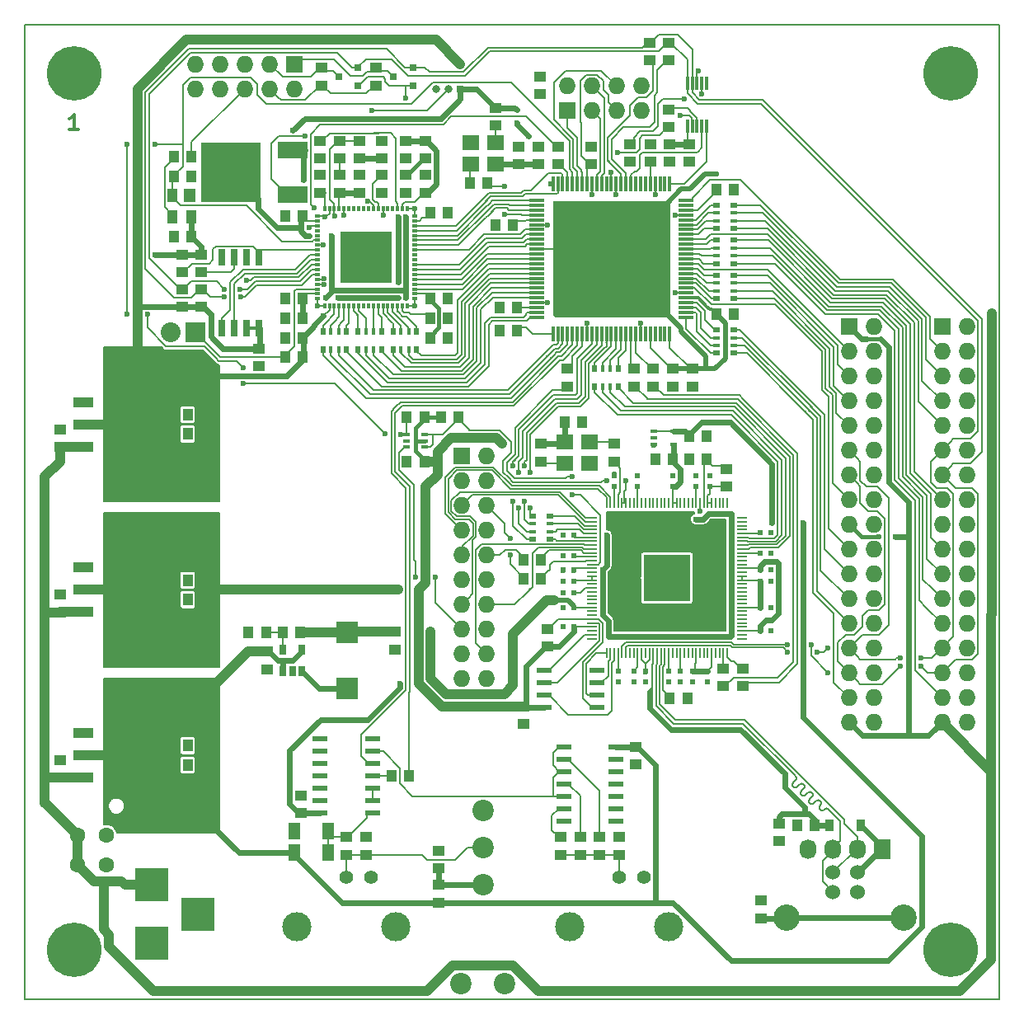
<source format=gbr>
G04 #@! TF.FileFunction,Copper,L1,Top,Signal*
%FSLAX46Y46*%
G04 Gerber Fmt 4.6, Leading zero omitted, Abs format (unit mm)*
G04 Created by KiCad (PCBNEW 4.0.2-stable) date Montag, 04. Dezember 2017 'u31' 15:31:44*
%MOMM*%
G01*
G04 APERTURE LIST*
%ADD10C,0.100000*%
%ADD11C,0.300000*%
%ADD12C,0.150000*%
%ADD13R,1.500000X0.300000*%
%ADD14R,0.300000X1.500000*%
%ADD15C,5.600000*%
%ADD16R,1.300000X1.000000*%
%ADD17R,1.000000X1.300000*%
%ADD18R,1.300480X1.699260*%
%ADD19R,2.032000X3.657600*%
%ADD20R,2.032000X1.016000*%
%ADD21C,2.200000*%
%ADD22R,3.500120X3.500120*%
%ADD23R,1.727200X1.727200*%
%ADD24O,1.727200X1.727200*%
%ADD25C,1.400000*%
%ADD26C,3.000000*%
%ADD27R,5.250000X5.250000*%
%ADD28R,0.300000X0.550000*%
%ADD29R,0.550000X0.300000*%
%ADD30R,0.650000X1.700000*%
%ADD31R,1.198880X1.399540*%
%ADD32R,1.000760X1.399540*%
%ADD33R,2.032000X2.032000*%
%ADD34O,2.032000X2.032000*%
%ADD35R,3.048000X1.651000*%
%ADD36R,6.096000X6.096000*%
%ADD37R,0.500000X0.800000*%
%ADD38R,0.400000X0.800000*%
%ADD39R,0.300000X1.400000*%
%ADD40R,1.500000X0.600000*%
%ADD41R,1.727200X2.032000*%
%ADD42O,1.727200X2.032000*%
%ADD43R,0.600000X0.500000*%
%ADD44R,0.500000X0.600000*%
%ADD45R,0.910000X1.220000*%
%ADD46R,1.000000X0.230000*%
%ADD47R,0.230000X1.000000*%
%ADD48R,4.800000X4.800000*%
%ADD49O,4.800000X4.800000*%
%ADD50R,1.550000X0.600000*%
%ADD51C,1.524000*%
%ADD52C,2.700020*%
%ADD53R,0.800000X0.500000*%
%ADD54R,0.800000X0.400000*%
%ADD55R,0.660400X0.406400*%
%ADD56R,0.650000X1.060000*%
%ADD57R,2.200000X2.200000*%
%ADD58R,0.800100X0.800100*%
%ADD59R,0.800000X0.800000*%
%ADD60O,0.800000X0.800000*%
%ADD61R,1.700000X1.500000*%
%ADD62C,1.600000*%
%ADD63R,0.749300X0.398780*%
%ADD64C,0.600000*%
%ADD65C,0.590000*%
%ADD66C,0.200000*%
%ADD67C,0.152400*%
%ADD68C,0.400000*%
%ADD69C,0.600000*%
%ADD70C,1.000000*%
%ADD71C,0.500000*%
G04 APERTURE END LIST*
D10*
D11*
X105428572Y-60678571D02*
X104571429Y-60678571D01*
X105000001Y-60678571D02*
X105000001Y-59178571D01*
X104857144Y-59392857D01*
X104714286Y-59535714D01*
X104571429Y-59607143D01*
D12*
X100000000Y-150000000D02*
X100000000Y-50000000D01*
X200000000Y-150000000D02*
X100000000Y-150000000D01*
X200000000Y-50000000D02*
X200000000Y-150000000D01*
X100000000Y-50000000D02*
X200000000Y-50000000D01*
D13*
X152500000Y-68000000D03*
X152500000Y-68500000D03*
X152500000Y-69000000D03*
X152500000Y-69500000D03*
X152500000Y-70000000D03*
X152500000Y-70500000D03*
X152500000Y-71000000D03*
X152500000Y-71500000D03*
X152500000Y-72000000D03*
X152500000Y-72500000D03*
X152500000Y-73000000D03*
X152500000Y-73500000D03*
X152500000Y-74000000D03*
X152500000Y-74500000D03*
X152500000Y-75000000D03*
X152500000Y-75500000D03*
X152500000Y-76000000D03*
X152500000Y-76500000D03*
X152500000Y-77000000D03*
X152500000Y-77500000D03*
X152500000Y-78000000D03*
X152500000Y-78500000D03*
X152500000Y-79000000D03*
X152500000Y-79500000D03*
X152500000Y-80000000D03*
D14*
X154200000Y-81700000D03*
X154700000Y-81700000D03*
X155200000Y-81700000D03*
X155700000Y-81700000D03*
X156200000Y-81700000D03*
X156700000Y-81700000D03*
X157200000Y-81700000D03*
X157700000Y-81700000D03*
X158200000Y-81700000D03*
X158700000Y-81700000D03*
X159200000Y-81700000D03*
X159700000Y-81700000D03*
X160200000Y-81700000D03*
X160700000Y-81700000D03*
X161200000Y-81700000D03*
X161700000Y-81700000D03*
X162200000Y-81700000D03*
X162700000Y-81700000D03*
X163200000Y-81700000D03*
X163700000Y-81700000D03*
X164200000Y-81700000D03*
X164700000Y-81700000D03*
X165200000Y-81700000D03*
X165700000Y-81700000D03*
X166200000Y-81700000D03*
D13*
X167900000Y-80000000D03*
X167900000Y-79500000D03*
X167900000Y-79000000D03*
X167900000Y-78500000D03*
X167900000Y-78000000D03*
X167900000Y-77500000D03*
X167900000Y-77000000D03*
X167900000Y-76500000D03*
X167900000Y-76000000D03*
X167900000Y-75500000D03*
X167900000Y-75000000D03*
X167900000Y-74500000D03*
X167900000Y-74000000D03*
X167900000Y-73500000D03*
X167900000Y-73000000D03*
X167900000Y-72500000D03*
X167900000Y-72000000D03*
X167900000Y-71500000D03*
X167900000Y-71000000D03*
X167900000Y-70500000D03*
X167900000Y-70000000D03*
X167900000Y-69500000D03*
X167900000Y-69000000D03*
X167900000Y-68500000D03*
X167900000Y-68000000D03*
D14*
X166200000Y-66300000D03*
X165700000Y-66300000D03*
X165200000Y-66300000D03*
X164700000Y-66300000D03*
X164200000Y-66300000D03*
X163700000Y-66300000D03*
X163200000Y-66300000D03*
X162700000Y-66300000D03*
X162200000Y-66300000D03*
X161700000Y-66300000D03*
X161200000Y-66300000D03*
X160700000Y-66300000D03*
X160200000Y-66300000D03*
X159700000Y-66300000D03*
X159200000Y-66300000D03*
X158700000Y-66300000D03*
X158200000Y-66300000D03*
X157700000Y-66300000D03*
X157200000Y-66300000D03*
X156700000Y-66300000D03*
X156200000Y-66300000D03*
X155700000Y-66300000D03*
X155200000Y-66300000D03*
X154700000Y-66300000D03*
X154200000Y-66300000D03*
D15*
X105000000Y-55000000D03*
X195000000Y-55000000D03*
X195000000Y-145000000D03*
X105000000Y-145000000D03*
D16*
X103600000Y-127300000D03*
X103600000Y-125500000D03*
D17*
X114900000Y-126000000D03*
X116700000Y-126000000D03*
X114900000Y-109000000D03*
X116700000Y-109000000D03*
D16*
X128300000Y-130900000D03*
X128300000Y-129100000D03*
D17*
X150100000Y-70500000D03*
X148300000Y-70500000D03*
X150500000Y-79000000D03*
X148700000Y-79000000D03*
X150500000Y-81400000D03*
X148700000Y-81400000D03*
D16*
X166500000Y-85300000D03*
X166500000Y-87100000D03*
X168500000Y-85300000D03*
X168500000Y-87100000D03*
D17*
X171000000Y-79700000D03*
X172800000Y-79700000D03*
X171000000Y-66900000D03*
X172800000Y-66900000D03*
D16*
X164200000Y-64000000D03*
X164200000Y-62200000D03*
X158100000Y-64300000D03*
X158100000Y-62500000D03*
X152700000Y-64300000D03*
X152700000Y-62500000D03*
D18*
X127649940Y-135000000D03*
X131150060Y-135000000D03*
X131150060Y-132800000D03*
X127649940Y-132800000D03*
D19*
X112602000Y-125000000D03*
D20*
X105998000Y-125000000D03*
X105998000Y-127286000D03*
X105998000Y-122714000D03*
D19*
X112602000Y-108000000D03*
D20*
X105998000Y-108000000D03*
X105998000Y-110286000D03*
X105998000Y-105714000D03*
D16*
X152900000Y-57100000D03*
X152900000Y-55300000D03*
X155700000Y-85300000D03*
X155700000Y-87100000D03*
X142500000Y-140100000D03*
X142500000Y-138300000D03*
X142500000Y-134800000D03*
X142500000Y-136600000D03*
X133000000Y-133400000D03*
X133000000Y-135200000D03*
D17*
X139400000Y-127100000D03*
X137600000Y-127100000D03*
D16*
X135000000Y-135200000D03*
X135000000Y-133400000D03*
D21*
X147000000Y-138240000D03*
X147000000Y-134430000D03*
X147000000Y-130620000D03*
X144775000Y-148400000D03*
X149225000Y-148400000D03*
D22*
X113000000Y-138299860D03*
X113000000Y-144299340D03*
X117699000Y-141299600D03*
D23*
X155660000Y-58800000D03*
D24*
X155660000Y-56260000D03*
X158200000Y-58800000D03*
X158200000Y-56260000D03*
X160740000Y-58800000D03*
X160740000Y-56260000D03*
X163280000Y-58800000D03*
X163280000Y-56260000D03*
D25*
X133000000Y-137550000D03*
X135540000Y-137550000D03*
D26*
X127920000Y-142630000D03*
X138080000Y-142630000D03*
D16*
X136632062Y-65394668D03*
X136632062Y-67194668D03*
X132300000Y-67200000D03*
X132300000Y-65400000D03*
X134300000Y-67200000D03*
X134300000Y-65400000D03*
X134300000Y-63700000D03*
X134300000Y-61900000D03*
X124000000Y-83200000D03*
X124000000Y-85000000D03*
D17*
X117100000Y-71700000D03*
X115300000Y-71700000D03*
X128500000Y-69600000D03*
X126700000Y-69600000D03*
X128500000Y-78100000D03*
X126700000Y-78100000D03*
X141600000Y-80100000D03*
X143400000Y-80100000D03*
X141600000Y-69305332D03*
X143400000Y-69305332D03*
D16*
X141100000Y-67200000D03*
X141100000Y-65400000D03*
X130300000Y-67200000D03*
X130300000Y-65400000D03*
D17*
X128500000Y-82100000D03*
X126700000Y-82100000D03*
X141600000Y-78100000D03*
X143400000Y-78100000D03*
D16*
X141100000Y-61900000D03*
X141100000Y-63700000D03*
X139100000Y-61900000D03*
X139100000Y-63700000D03*
D27*
X135000000Y-73850000D03*
D28*
X139250000Y-68850000D03*
X138750000Y-68850000D03*
X138250000Y-68850000D03*
X137750000Y-68850000D03*
X137250000Y-68850000D03*
X136750000Y-68850000D03*
X136250000Y-68850000D03*
X135750000Y-68850000D03*
X135250000Y-68850000D03*
X134750000Y-68850000D03*
X134250000Y-68850000D03*
X133750000Y-68850000D03*
X133250000Y-68850000D03*
X132750000Y-68850000D03*
X132250000Y-68850000D03*
X131750000Y-68850000D03*
X131250000Y-68850000D03*
X130750000Y-68850000D03*
D29*
X130000000Y-69600000D03*
X130000000Y-70100000D03*
X130000000Y-70600000D03*
X130000000Y-71100000D03*
X130000000Y-71600000D03*
X130000000Y-72100000D03*
X130000000Y-72600000D03*
X130000000Y-73100000D03*
X130000000Y-73600000D03*
X130000000Y-74100000D03*
X130000000Y-74600000D03*
X130000000Y-75100000D03*
X130000000Y-75600000D03*
X130000000Y-76100000D03*
X130000000Y-76600000D03*
X130000000Y-77100000D03*
X130000000Y-77600000D03*
X130000000Y-78100000D03*
D28*
X130750000Y-78850000D03*
X131250000Y-78850000D03*
X131750000Y-78850000D03*
X132250000Y-78850000D03*
X132750000Y-78850000D03*
X133250000Y-78850000D03*
X133750000Y-78850000D03*
X134250000Y-78850000D03*
X134750000Y-78850000D03*
X135250000Y-78850000D03*
X135750000Y-78850000D03*
X136250000Y-78850000D03*
X136750000Y-78850000D03*
X137250000Y-78850000D03*
X137750000Y-78850000D03*
X138250000Y-78850000D03*
X138750000Y-78850000D03*
X139250000Y-78850000D03*
D29*
X140000000Y-78100000D03*
X140000000Y-77600000D03*
X140000000Y-77100000D03*
X140000000Y-76600000D03*
X140000000Y-76100000D03*
X140000000Y-75600000D03*
X140000000Y-75100000D03*
X140000000Y-74600000D03*
X140000000Y-74100000D03*
X140000000Y-73600000D03*
X140000000Y-73100000D03*
X140000000Y-72600000D03*
X140000000Y-72100000D03*
X140000000Y-71600000D03*
X140000000Y-71100000D03*
X140000000Y-70600000D03*
X140000000Y-70100000D03*
X140000000Y-69600000D03*
D30*
X124005000Y-73850000D03*
X122735000Y-73850000D03*
X121465000Y-73850000D03*
X120195000Y-73850000D03*
X120195000Y-81150000D03*
X121465000Y-81150000D03*
X122735000Y-81150000D03*
X124005000Y-81150000D03*
D31*
X116869620Y-67500180D03*
D32*
X115150040Y-67500180D03*
X115150040Y-69699820D03*
X117049960Y-69699820D03*
D33*
X117467938Y-81505332D03*
D34*
X114927938Y-81505332D03*
D35*
X127500000Y-67386000D03*
D36*
X121150000Y-65100000D03*
D35*
X127500000Y-62814000D03*
D16*
X130300000Y-63700000D03*
X130300000Y-61900000D03*
X132300000Y-63700000D03*
X132300000Y-61900000D03*
D17*
X128500000Y-84100000D03*
X126700000Y-84100000D03*
D16*
X116100000Y-78900000D03*
X116100000Y-77100000D03*
X118100000Y-78900000D03*
X118100000Y-77100000D03*
X116100000Y-75400000D03*
X116100000Y-73600000D03*
X118100000Y-75400000D03*
X118100000Y-73600000D03*
D17*
X117100000Y-63500000D03*
X115300000Y-63500000D03*
X115300000Y-65500000D03*
X117100000Y-65500000D03*
D16*
X139100000Y-65400000D03*
X139100000Y-67200000D03*
X136632062Y-63694668D03*
X136632062Y-61894668D03*
D37*
X136600000Y-81500000D03*
D38*
X135000000Y-81500000D03*
X135800000Y-81500000D03*
D37*
X134200000Y-81500000D03*
D38*
X135800000Y-83300000D03*
D37*
X136600000Y-83300000D03*
D38*
X135000000Y-83300000D03*
D37*
X134200000Y-83300000D03*
X133000000Y-81500000D03*
D38*
X131400000Y-81500000D03*
X132200000Y-81500000D03*
D37*
X130600000Y-81500000D03*
D38*
X132200000Y-83300000D03*
D37*
X133000000Y-83300000D03*
D38*
X131400000Y-83300000D03*
D37*
X130600000Y-83300000D03*
D17*
X128500000Y-80100000D03*
X126700000Y-80100000D03*
X141600000Y-82100000D03*
X143400000Y-82100000D03*
D16*
X103600000Y-110300000D03*
X103600000Y-108500000D03*
D17*
X114900000Y-107000000D03*
X116700000Y-107000000D03*
X114900000Y-124000000D03*
X116700000Y-124000000D03*
D23*
X127660000Y-54000000D03*
D24*
X127660000Y-56540000D03*
X125120000Y-54000000D03*
X125120000Y-56540000D03*
X122580000Y-54000000D03*
X122580000Y-56540000D03*
X120040000Y-54000000D03*
X120040000Y-56540000D03*
X117500000Y-54000000D03*
X117500000Y-56540000D03*
D16*
X166200000Y-62200000D03*
X166200000Y-64000000D03*
X168200000Y-62200000D03*
X168200000Y-64000000D03*
D39*
X168000000Y-60400000D03*
X168500000Y-60400000D03*
X169000000Y-60400000D03*
X169500000Y-60400000D03*
X170000000Y-60400000D03*
X170000000Y-56000000D03*
X169500000Y-56000000D03*
X169000000Y-56000000D03*
X168500000Y-56000000D03*
X168000000Y-56000000D03*
D16*
X166100000Y-60500000D03*
X166100000Y-58700000D03*
X162100000Y-64000000D03*
X162100000Y-62200000D03*
X162700000Y-124100000D03*
X162700000Y-125900000D03*
X161000000Y-135200000D03*
X161000000Y-133400000D03*
X159000000Y-135200000D03*
X159000000Y-133400000D03*
X157000000Y-135200000D03*
X157000000Y-133400000D03*
X155000000Y-135200000D03*
X155000000Y-133400000D03*
D25*
X161000000Y-137550000D03*
X163540000Y-137550000D03*
D26*
X155920000Y-142630000D03*
X166080000Y-142630000D03*
D40*
X135700000Y-130910000D03*
X135700000Y-129640000D03*
X135700000Y-128370000D03*
X135700000Y-127100000D03*
X135700000Y-125830000D03*
X135700000Y-124560000D03*
X135700000Y-123290000D03*
X130300000Y-123290000D03*
X130300000Y-124560000D03*
X130300000Y-125830000D03*
X130300000Y-127100000D03*
X130300000Y-128370000D03*
X130300000Y-129640000D03*
X130300000Y-130910000D03*
X155300000Y-124090000D03*
X155300000Y-125360000D03*
X155300000Y-126630000D03*
X155300000Y-127900000D03*
X155300000Y-129170000D03*
X155300000Y-130440000D03*
X155300000Y-131710000D03*
X160700000Y-131710000D03*
X160700000Y-130440000D03*
X160700000Y-129170000D03*
X160700000Y-127900000D03*
X160700000Y-126630000D03*
X160700000Y-125360000D03*
X160700000Y-124090000D03*
D23*
X184600000Y-80950000D03*
D24*
X187140000Y-80950000D03*
X184600000Y-83490000D03*
X187140000Y-83490000D03*
X184600000Y-86030000D03*
X187140000Y-86030000D03*
X184600000Y-88570000D03*
X187140000Y-88570000D03*
X184600000Y-91110000D03*
X187140000Y-91110000D03*
X184600000Y-93650000D03*
X187140000Y-93650000D03*
X184600000Y-96190000D03*
X187140000Y-96190000D03*
X184600000Y-98730000D03*
X187140000Y-98730000D03*
X184600000Y-101270000D03*
X187140000Y-101270000D03*
X184600000Y-103810000D03*
X187140000Y-103810000D03*
X184600000Y-106350000D03*
X187140000Y-106350000D03*
X184600000Y-108890000D03*
X187140000Y-108890000D03*
X184600000Y-111430000D03*
X187140000Y-111430000D03*
X184600000Y-113970000D03*
X187140000Y-113970000D03*
X184600000Y-116510000D03*
X187140000Y-116510000D03*
X184600000Y-119050000D03*
X187140000Y-119050000D03*
X184600000Y-121590000D03*
X187140000Y-121590000D03*
D23*
X194160000Y-80950000D03*
D24*
X196700000Y-80950000D03*
X194160000Y-83490000D03*
X196700000Y-83490000D03*
X194160000Y-86030000D03*
X196700000Y-86030000D03*
X194160000Y-88570000D03*
X196700000Y-88570000D03*
X194160000Y-91110000D03*
X196700000Y-91110000D03*
X194160000Y-93650000D03*
X196700000Y-93650000D03*
X194160000Y-96190000D03*
X196700000Y-96190000D03*
X194160000Y-98730000D03*
X196700000Y-98730000D03*
X194160000Y-101270000D03*
X196700000Y-101270000D03*
X194160000Y-103810000D03*
X196700000Y-103810000D03*
X194160000Y-106350000D03*
X196700000Y-106350000D03*
X194160000Y-108890000D03*
X196700000Y-108890000D03*
X194160000Y-111430000D03*
X196700000Y-111430000D03*
X194160000Y-113970000D03*
X196700000Y-113970000D03*
X194160000Y-116510000D03*
X196700000Y-116510000D03*
X194160000Y-119050000D03*
X196700000Y-119050000D03*
X194160000Y-121590000D03*
X196700000Y-121590000D03*
D23*
X144860000Y-94280000D03*
D24*
X147400000Y-94280000D03*
X144860000Y-96820000D03*
X147400000Y-96820000D03*
X144860000Y-99360000D03*
X147400000Y-99360000D03*
X144860000Y-101900000D03*
X147400000Y-101900000D03*
X144860000Y-104440000D03*
X147400000Y-104440000D03*
X144860000Y-106980000D03*
X147400000Y-106980000D03*
X144860000Y-109520000D03*
X147400000Y-109520000D03*
X144860000Y-112060000D03*
X147400000Y-112060000D03*
X144860000Y-114600000D03*
X147400000Y-114600000D03*
X144860000Y-117140000D03*
X147400000Y-117140000D03*
D41*
X188040000Y-134600000D03*
D42*
X185500000Y-134600000D03*
X182960000Y-134600000D03*
X180420000Y-134600000D03*
D17*
X168200000Y-94600000D03*
X170000000Y-94600000D03*
D43*
X156350000Y-105900000D03*
X155250000Y-105900000D03*
D17*
X181100000Y-132200000D03*
X179300000Y-132200000D03*
D16*
X175600000Y-141700000D03*
X175600000Y-139900000D03*
X151200000Y-120000000D03*
X151200000Y-121800000D03*
D43*
X156350000Y-104500000D03*
X155250000Y-104500000D03*
X156350000Y-107100000D03*
X155250000Y-107100000D03*
X156350000Y-109800000D03*
X155250000Y-109800000D03*
D44*
X160900000Y-116350000D03*
X160900000Y-117450000D03*
X162500000Y-116350000D03*
X162500000Y-117450000D03*
X166100000Y-116350000D03*
X166100000Y-117450000D03*
X168500000Y-116350000D03*
X168500000Y-117450000D03*
X170100000Y-116350000D03*
X170100000Y-117450000D03*
D43*
X175450000Y-109800000D03*
X176550000Y-109800000D03*
X175450000Y-107100000D03*
X176550000Y-107100000D03*
X175450000Y-104200000D03*
X176550000Y-104200000D03*
D44*
X170300000Y-97350000D03*
X170300000Y-96250000D03*
X162900000Y-97350000D03*
X162900000Y-96250000D03*
D43*
X156350000Y-102400000D03*
X155250000Y-102400000D03*
X156350000Y-108300000D03*
X155250000Y-108300000D03*
X156350000Y-111800000D03*
X155250000Y-111800000D03*
D44*
X163700000Y-116350000D03*
X163700000Y-117450000D03*
X167300000Y-116350000D03*
X167300000Y-117450000D03*
D43*
X175450000Y-112200000D03*
X176550000Y-112200000D03*
X175450000Y-105900000D03*
X176550000Y-105900000D03*
X175450000Y-102100000D03*
X176550000Y-102100000D03*
D44*
X168900000Y-97350000D03*
X168900000Y-96250000D03*
X166500000Y-97350000D03*
X166500000Y-96250000D03*
D45*
X182565000Y-132200000D03*
X185835000Y-132200000D03*
D46*
X158200000Y-100600000D03*
X158200000Y-101000000D03*
X158200000Y-101400000D03*
X158200000Y-101800000D03*
X158200000Y-102200000D03*
X158200000Y-102600000D03*
X158200000Y-103000000D03*
X158200000Y-103400000D03*
X158200000Y-103800000D03*
X158200000Y-104200000D03*
X158200000Y-104600000D03*
X158200000Y-105000000D03*
X158200000Y-105400000D03*
X158200000Y-105800000D03*
X158200000Y-106200000D03*
X158200000Y-106600000D03*
X158200000Y-107000000D03*
X158200000Y-107400000D03*
X158200000Y-107800000D03*
X158200000Y-108200000D03*
X158200000Y-108600000D03*
X158200000Y-109000000D03*
X158200000Y-109400000D03*
X158200000Y-109800000D03*
X158200000Y-110200000D03*
X158200000Y-110600000D03*
X158200000Y-111000000D03*
X158200000Y-111400000D03*
X158200000Y-111800000D03*
X158200000Y-112200000D03*
X158200000Y-112600000D03*
X158200000Y-113000000D03*
D47*
X159700000Y-114500000D03*
X160100000Y-114500000D03*
X160500000Y-114500000D03*
X160900000Y-114500000D03*
X161300000Y-114500000D03*
X161700000Y-114500000D03*
X162100000Y-114500000D03*
X162500000Y-114500000D03*
X162900000Y-114500000D03*
X163300000Y-114500000D03*
X163700000Y-114500000D03*
X164100000Y-114500000D03*
X164500000Y-114500000D03*
X164900000Y-114500000D03*
X165300000Y-114500000D03*
X165700000Y-114500000D03*
X166100000Y-114500000D03*
X166500000Y-114500000D03*
X166900000Y-114500000D03*
X167300000Y-114500000D03*
X167700000Y-114500000D03*
X168100000Y-114500000D03*
X168500000Y-114500000D03*
X168900000Y-114500000D03*
X169300000Y-114500000D03*
X169700000Y-114500000D03*
X170100000Y-114500000D03*
X170500000Y-114500000D03*
X170900000Y-114500000D03*
X171300000Y-114500000D03*
X171700000Y-114500000D03*
X172100000Y-114500000D03*
D46*
X173600000Y-113000000D03*
X173600000Y-112600000D03*
X173600000Y-112200000D03*
X173600000Y-111800000D03*
X173600000Y-111400000D03*
X173600000Y-111000000D03*
X173600000Y-110600000D03*
X173600000Y-110200000D03*
X173600000Y-109800000D03*
X173600000Y-109400000D03*
X173600000Y-109000000D03*
X173600000Y-108600000D03*
X173600000Y-108200000D03*
X173600000Y-107800000D03*
X173600000Y-107400000D03*
X173600000Y-107000000D03*
X173600000Y-106600000D03*
X173600000Y-106200000D03*
X173600000Y-105800000D03*
X173600000Y-105400000D03*
X173600000Y-105000000D03*
X173600000Y-104600000D03*
X173600000Y-104200000D03*
X173600000Y-103800000D03*
X173600000Y-103400000D03*
X173600000Y-103000000D03*
X173600000Y-102600000D03*
X173600000Y-102200000D03*
X173600000Y-101800000D03*
X173600000Y-101400000D03*
X173600000Y-101000000D03*
X173600000Y-100600000D03*
D47*
X172100000Y-99100000D03*
X171700000Y-99100000D03*
X171300000Y-99100000D03*
X170900000Y-99100000D03*
X170500000Y-99100000D03*
X170100000Y-99100000D03*
X169700000Y-99100000D03*
X169300000Y-99100000D03*
X168900000Y-99100000D03*
X168500000Y-99100000D03*
X168100000Y-99100000D03*
X167700000Y-99100000D03*
X167300000Y-99100000D03*
X166900000Y-99100000D03*
X166500000Y-99100000D03*
X166100000Y-99100000D03*
X165700000Y-99100000D03*
X165300000Y-99100000D03*
X164900000Y-99100000D03*
X164500000Y-99100000D03*
X164100000Y-99100000D03*
X163700000Y-99100000D03*
X163300000Y-99100000D03*
X162900000Y-99100000D03*
X162500000Y-99100000D03*
X162100000Y-99100000D03*
X161700000Y-99100000D03*
X161300000Y-99100000D03*
X160900000Y-99100000D03*
X160500000Y-99100000D03*
X160100000Y-99100000D03*
X159700000Y-99100000D03*
D48*
X165900000Y-106800000D03*
D49*
X165900000Y-106800000D03*
D50*
X158700000Y-120105000D03*
X158700000Y-118835000D03*
X158700000Y-117565000D03*
X158700000Y-116295000D03*
X153300000Y-116295000D03*
X153300000Y-117565000D03*
X153300000Y-118835000D03*
X153300000Y-120105000D03*
D16*
X153000000Y-93000000D03*
X153000000Y-94800000D03*
X160500000Y-94800000D03*
X160500000Y-93000000D03*
X172000000Y-95600000D03*
X172000000Y-97400000D03*
D17*
X153000000Y-104900000D03*
X151200000Y-104900000D03*
X153000000Y-106900000D03*
X151200000Y-106900000D03*
D16*
X153600000Y-113800000D03*
X153600000Y-112000000D03*
D17*
X166200000Y-119100000D03*
X168000000Y-119100000D03*
D16*
X177400000Y-132000000D03*
X177400000Y-133800000D03*
D51*
X182960000Y-137000000D03*
X185500000Y-137000000D03*
X185500000Y-138998980D03*
X182960000Y-138998980D03*
D52*
X178230520Y-141699000D03*
X190229480Y-141699000D03*
D44*
X160500000Y-97350000D03*
X160500000Y-96250000D03*
D17*
X155400000Y-90800000D03*
X157200000Y-90800000D03*
D53*
X152100000Y-100400000D03*
D54*
X152100000Y-102000000D03*
X152100000Y-101200000D03*
D53*
X152100000Y-102800000D03*
D54*
X153900000Y-101200000D03*
D53*
X153900000Y-100400000D03*
D54*
X153900000Y-102000000D03*
D53*
X153900000Y-102800000D03*
D16*
X171700000Y-116100000D03*
X171700000Y-117900000D03*
X173700000Y-116100000D03*
X173700000Y-117900000D03*
D17*
X168200000Y-92200000D03*
X170000000Y-92200000D03*
X166500000Y-94600000D03*
X164700000Y-94600000D03*
D55*
X164584000Y-91739600D03*
X164584000Y-93060400D03*
X164584000Y-92400000D03*
X166616000Y-93060400D03*
X166616000Y-91739600D03*
D53*
X171000000Y-68500000D03*
D54*
X171000000Y-70100000D03*
X171000000Y-69300000D03*
D53*
X171000000Y-70900000D03*
D54*
X172800000Y-69300000D03*
D53*
X172800000Y-68500000D03*
D54*
X172800000Y-70100000D03*
D53*
X172800000Y-70900000D03*
X171000000Y-72100000D03*
D54*
X171000000Y-73700000D03*
X171000000Y-72900000D03*
D53*
X171000000Y-74500000D03*
D54*
X172800000Y-72900000D03*
D53*
X172800000Y-72100000D03*
D54*
X172800000Y-73700000D03*
D53*
X172800000Y-74500000D03*
X171000000Y-75700000D03*
D54*
X171000000Y-77300000D03*
X171000000Y-76500000D03*
D53*
X171000000Y-78100000D03*
D54*
X172800000Y-76500000D03*
D53*
X172800000Y-75700000D03*
D54*
X172800000Y-77300000D03*
D53*
X172800000Y-78100000D03*
X171000000Y-81300000D03*
D54*
X171000000Y-82900000D03*
X171000000Y-82100000D03*
D53*
X171000000Y-83700000D03*
D54*
X172800000Y-82100000D03*
D53*
X172800000Y-81300000D03*
D54*
X172800000Y-82900000D03*
D53*
X172800000Y-83700000D03*
D37*
X158500000Y-87100000D03*
D38*
X160100000Y-87100000D03*
X159300000Y-87100000D03*
D37*
X160900000Y-87100000D03*
D38*
X159300000Y-85300000D03*
D37*
X158500000Y-85300000D03*
D38*
X160100000Y-85300000D03*
D37*
X160900000Y-85300000D03*
D16*
X162500000Y-85300000D03*
X162500000Y-87100000D03*
X164500000Y-85300000D03*
X164500000Y-87100000D03*
X124839568Y-114333786D03*
X124839568Y-116133786D03*
X138000000Y-112300000D03*
X138000000Y-114100000D03*
D56*
X126489568Y-116333786D03*
X127439568Y-116333786D03*
X128389568Y-116333786D03*
X128389568Y-114133786D03*
X126489568Y-114133786D03*
D57*
X133039568Y-118133786D03*
X133039568Y-112333786D03*
D17*
X128239568Y-112333786D03*
X126439568Y-112333786D03*
X124739568Y-112333786D03*
X122939568Y-112333786D03*
D37*
X140200000Y-81500000D03*
D38*
X138600000Y-81500000D03*
X139400000Y-81500000D03*
D37*
X137800000Y-81500000D03*
D38*
X139400000Y-83300000D03*
D37*
X140200000Y-83300000D03*
D38*
X138600000Y-83300000D03*
D37*
X137800000Y-83300000D03*
D16*
X154700000Y-62500000D03*
X154700000Y-64300000D03*
D58*
X139800760Y-56250000D03*
X139800760Y-54350000D03*
X137801780Y-55300000D03*
X134200760Y-56250000D03*
X134200760Y-54350000D03*
X132201780Y-55300000D03*
D16*
X136000000Y-56200000D03*
X136000000Y-54400000D03*
X130400000Y-56200000D03*
X130400000Y-54400000D03*
D59*
X144700000Y-56600000D03*
D60*
X143450000Y-56600000D03*
X142200000Y-56600000D03*
D16*
X150700000Y-64300000D03*
X150700000Y-62500000D03*
X148300000Y-58500000D03*
X148300000Y-60300000D03*
D17*
X147500000Y-66200000D03*
X145700000Y-66200000D03*
D16*
X164100000Y-53600000D03*
X164100000Y-51800000D03*
X166100000Y-53600000D03*
X166100000Y-51800000D03*
X103600000Y-93300000D03*
X103600000Y-91500000D03*
D17*
X114900000Y-92000000D03*
X116700000Y-92000000D03*
X114900000Y-90000000D03*
X116700000Y-90000000D03*
D19*
X112602000Y-91000000D03*
D20*
X105998000Y-91000000D03*
X105998000Y-93286000D03*
X105998000Y-88714000D03*
D61*
X155430000Y-95000000D03*
X157970000Y-95000000D03*
X157970000Y-92800000D03*
X155430000Y-92800000D03*
X148270000Y-62075000D03*
X145730000Y-62075000D03*
X145730000Y-64275000D03*
X148270000Y-64275000D03*
D62*
X105360000Y-136200000D03*
X105360000Y-133200000D03*
X108360000Y-136200000D03*
X108360000Y-133200000D03*
D63*
X139150040Y-92049760D03*
X139150040Y-92700000D03*
X139150040Y-93350240D03*
X141049960Y-93350240D03*
X141049960Y-92700000D03*
X141049960Y-92049760D03*
D17*
X141000000Y-90300000D03*
X139200000Y-90300000D03*
X142700000Y-90300000D03*
X144500000Y-90300000D03*
X141000000Y-94800000D03*
X139200000Y-94800000D03*
D64*
X139200000Y-94800000D03*
X116700000Y-90000000D03*
X116700000Y-92000000D03*
X103600000Y-91500000D03*
X116700000Y-107000000D03*
X105998000Y-88714000D03*
X138000000Y-114100000D03*
X169100000Y-54700000D03*
X152900000Y-55300000D03*
X152700000Y-62500000D03*
X150700000Y-62500000D03*
X145730000Y-62050000D03*
X166792899Y-69499973D03*
X168500000Y-87100000D03*
X166500000Y-87100000D03*
X130800000Y-69700000D03*
X136750003Y-69482076D03*
X148300000Y-70500000D03*
X153607139Y-70499933D03*
X148700000Y-81400000D03*
X124000000Y-85000000D03*
X126800000Y-82094668D03*
X169290646Y-99958730D03*
X122939568Y-112333786D03*
X124839568Y-116133786D03*
X127439568Y-116333786D03*
X172800000Y-66900000D03*
X172800000Y-79700000D03*
X177400000Y-133800000D03*
X179300000Y-132200000D03*
X175600000Y-139900000D03*
X116700000Y-124000000D03*
X116700000Y-126000000D03*
X162700000Y-125900000D03*
X160700000Y-125360000D03*
X160700000Y-127900000D03*
X160700000Y-130440000D03*
X155300000Y-131710000D03*
X161000000Y-133400000D03*
X142500000Y-134800000D03*
X128300000Y-129100000D03*
X135000000Y-133400000D03*
X135700000Y-123290000D03*
X130300000Y-124560000D03*
X130300000Y-127100000D03*
X130300000Y-129640000D03*
X127649940Y-132800000D03*
X126700000Y-80100000D03*
X164200000Y-62200000D03*
X168200000Y-64000000D03*
X166200000Y-64000000D03*
X167300000Y-59300000D03*
X136632062Y-67194668D03*
X158100000Y-62500000D03*
X116700000Y-109000000D03*
X103600000Y-108500000D03*
X105998000Y-105714000D03*
X115300000Y-71700000D03*
X117100000Y-65500000D03*
X116869620Y-67500180D03*
X140000000Y-78850000D03*
X140000000Y-68850000D03*
X143400000Y-80100000D03*
X103600000Y-125500000D03*
X106000000Y-122700000D03*
X130000000Y-78850000D03*
X130665227Y-76633602D03*
X130659484Y-76071649D03*
X130632139Y-72599934D03*
X132749976Y-69482097D03*
X143400000Y-69305332D03*
X143400000Y-78100000D03*
X143400000Y-82100000D03*
X139100000Y-67200000D03*
X136632062Y-61894668D03*
X130300000Y-65400000D03*
X134300000Y-65400000D03*
X141100000Y-65400000D03*
X126700000Y-69600000D03*
X120195000Y-73850000D03*
X126700000Y-78100000D03*
X164699973Y-67407101D03*
X158200067Y-67407139D03*
X166792861Y-77500067D03*
X163200027Y-80592899D03*
X157699933Y-80592861D03*
X148700000Y-79000000D03*
X153607101Y-78500027D03*
X168200000Y-94600000D03*
X155250000Y-102400000D03*
X164700000Y-94600000D03*
X170000000Y-92200000D03*
X164584000Y-93103202D03*
X168900000Y-96250000D03*
X170300000Y-96250000D03*
X176550000Y-112200000D03*
X176550000Y-109800000D03*
X176550000Y-107100000D03*
X176550000Y-105900000D03*
D65*
X176550000Y-104200000D03*
X176550000Y-102100000D03*
D64*
X166500000Y-96250000D03*
X162900000Y-96250000D03*
D65*
X160500000Y-96100000D03*
D64*
X157970000Y-95025000D03*
X157200000Y-90800000D03*
X155250000Y-109800000D03*
X155250000Y-108300000D03*
X155250000Y-107100000D03*
X155250000Y-104500000D03*
X155250000Y-106000000D03*
X166100000Y-117450000D03*
X167300000Y-117450000D03*
D65*
X168500000Y-117450000D03*
X170100000Y-117450000D03*
D64*
X151200000Y-121800000D03*
X155250000Y-111800000D03*
X158700000Y-116295000D03*
X163700000Y-117450000D03*
X162500000Y-117450000D03*
X160900000Y-117450000D03*
X168000000Y-119100000D03*
X128600000Y-63700000D03*
X128600000Y-65900000D03*
X127500000Y-60812849D03*
X154000000Y-66300000D03*
X152700000Y-64300000D03*
X151700000Y-64300000D03*
X151700000Y-61400000D03*
X150500000Y-60000000D03*
X150483585Y-58716415D03*
X111543970Y-73600000D03*
X113343990Y-73600000D03*
X144700000Y-54000000D03*
X139100000Y-57500000D03*
X138300000Y-78000000D03*
X141000000Y-67200000D03*
X138300000Y-69700000D03*
X138300000Y-76399990D03*
X127500000Y-62814000D03*
X139100000Y-59599999D03*
X139100000Y-61900000D03*
X171000000Y-66900000D03*
X171008698Y-65300000D03*
X154499932Y-69699932D03*
X150100000Y-70500000D03*
X150500000Y-81400000D03*
X130632062Y-79844668D03*
X130300000Y-63700000D03*
X130300000Y-67200000D03*
X166200000Y-62200000D03*
X164200000Y-64000000D03*
X163900000Y-68300000D03*
X141600000Y-78100000D03*
X132100000Y-78000000D03*
X154500000Y-68300000D03*
X159000000Y-68300000D03*
X158100000Y-64300000D03*
X154500000Y-79300000D03*
X150500000Y-79000000D03*
X179900050Y-101100000D03*
X176700000Y-101100000D03*
X199300000Y-79600000D03*
X189400000Y-102500000D03*
X187703601Y-102511677D03*
X190700000Y-101300000D03*
X182436389Y-113970000D03*
X181300050Y-114400000D03*
X178300000Y-114400000D03*
X122065000Y-77100000D03*
X120464990Y-77100000D03*
X189900000Y-115000000D03*
X192000520Y-115000009D03*
X180700050Y-113600000D03*
X178300040Y-113600000D03*
X182436389Y-116500000D03*
X120464990Y-77900000D03*
X122104950Y-77899004D03*
X189900000Y-115800000D03*
X191996359Y-115800000D03*
X152900000Y-57100000D03*
X141600000Y-80100000D03*
X131465228Y-71600000D03*
X129200000Y-71600003D03*
X128500000Y-78100000D03*
X139100000Y-78000000D03*
X130900000Y-78000000D03*
X139100000Y-69700000D03*
X141600000Y-69300000D03*
X136999980Y-92000000D03*
X138599990Y-92032383D03*
X113343990Y-62200000D03*
X110500000Y-62200000D03*
X110500000Y-79700000D03*
X112543970Y-79700000D03*
X122400000Y-85200001D03*
X122400000Y-86800001D03*
X129700000Y-68800000D03*
X129200000Y-70800000D03*
X167700000Y-57600000D03*
X169499999Y-57057074D03*
X160850029Y-63100000D03*
X160193781Y-65148281D03*
X138700000Y-65400000D03*
X136650000Y-65399998D03*
X134300000Y-63700000D03*
X134300000Y-67200000D03*
X138700000Y-63700000D03*
X136650000Y-63699999D03*
X131761970Y-69637870D03*
X128724001Y-61412849D03*
X130300000Y-61900000D03*
X122735000Y-76200000D03*
X122735000Y-74400000D03*
X162000000Y-64000000D03*
X160699973Y-67407101D03*
X160500010Y-104500000D03*
X141600000Y-112300000D03*
X138000000Y-112300000D03*
X169300000Y-111965313D03*
X166100000Y-111965313D03*
X162500000Y-111965313D03*
X160900000Y-111965313D03*
X169300000Y-116350000D03*
X162900000Y-100200000D03*
X162900000Y-97350000D03*
X160500000Y-100200000D03*
D65*
X160500000Y-97350000D03*
D64*
X160200000Y-107100000D03*
X156350000Y-104500000D03*
X156350000Y-107100000D03*
X156350000Y-109800000D03*
X160200000Y-109800000D03*
X160900000Y-116350000D03*
X162500000Y-116350000D03*
X166100000Y-116350000D03*
X170300000Y-101300000D03*
X170300000Y-97350000D03*
D65*
X171700000Y-104200000D03*
X175450000Y-104200000D03*
X171700000Y-108500000D03*
D64*
X175450000Y-108500000D03*
X135628610Y-58799999D03*
X135159538Y-68113877D03*
X149800000Y-104441300D03*
X149800000Y-102750001D03*
X156200000Y-96326359D03*
X156200000Y-98200000D03*
X151900000Y-95900000D03*
X151900000Y-99600000D03*
X151300000Y-95300000D03*
X151300000Y-98900000D03*
X150700000Y-95900000D03*
X150700000Y-99547607D03*
X150100000Y-95300000D03*
X150100000Y-98900000D03*
X149200000Y-66599959D03*
X149200000Y-69400000D03*
X149000000Y-93000000D03*
X159700000Y-102400000D03*
X140400000Y-108000000D03*
X138300000Y-108000000D03*
X138300000Y-108000000D03*
X138500000Y-117597070D03*
X140400000Y-117597070D03*
X167300000Y-112765313D03*
X163700000Y-112765313D03*
X159893710Y-111800000D03*
X153000000Y-93000000D03*
X155400000Y-90800000D03*
X159300000Y-105900000D03*
X159300000Y-108300000D03*
X156350000Y-106000000D03*
X156350000Y-108300000D03*
X168900000Y-97350000D03*
X168900000Y-100751887D03*
X172500000Y-112200000D03*
X175450000Y-112200000D03*
D65*
X175450000Y-102100000D03*
D64*
X172500000Y-102200000D03*
X156350000Y-102400000D03*
X156350000Y-111800000D03*
X163700000Y-116400000D03*
X167300000Y-116350000D03*
X159700000Y-96800000D03*
X161676200Y-96800000D03*
X142100011Y-106700000D03*
X140100010Y-106700000D03*
D66*
X169000000Y-56000000D02*
X169000000Y-54800000D01*
X169000000Y-54800000D02*
X169100000Y-54700000D01*
X167900000Y-69500000D02*
X166792926Y-69500000D01*
X166792926Y-69500000D02*
X166792899Y-69499973D01*
X130975000Y-69600000D02*
X130900000Y-69600000D01*
X130900000Y-69600000D02*
X130800000Y-69700000D01*
X131250000Y-68850000D02*
X131250000Y-69325000D01*
X130475000Y-69600000D02*
X130000000Y-69600000D01*
X131250000Y-69325000D02*
X130975000Y-69600000D01*
X130975000Y-69600000D02*
X130475000Y-69600000D01*
X136750000Y-68850000D02*
X136750000Y-69482073D01*
X136750000Y-69482073D02*
X136750003Y-69482076D01*
X152500000Y-70500000D02*
X153607072Y-70500000D01*
X153607072Y-70500000D02*
X153607139Y-70499933D01*
D67*
X169300000Y-99100000D02*
X169300000Y-99949376D01*
X169300000Y-99949376D02*
X169290646Y-99958730D01*
D66*
X168500000Y-60400000D02*
X168450001Y-60350001D01*
X168450001Y-60350001D02*
X168450001Y-59515699D01*
X168450001Y-59515699D02*
X168234302Y-59300000D01*
X168234302Y-59300000D02*
X167300000Y-59300000D01*
X136350000Y-67250000D02*
X136300000Y-67200000D01*
X130000000Y-76100000D02*
X130631133Y-76100000D01*
X130631133Y-76100000D02*
X130659484Y-76071649D01*
X130000000Y-76600000D02*
X130631625Y-76600000D01*
X130631625Y-76600000D02*
X130665227Y-76633602D01*
X140000000Y-78450000D02*
X140000000Y-78850000D01*
X139250000Y-78850000D02*
X140000000Y-78850000D01*
X140000000Y-78100000D02*
X140000000Y-78450000D01*
X140000000Y-69600000D02*
X140000000Y-68850000D01*
X139250000Y-68850000D02*
X139950000Y-68850000D01*
X130000000Y-78400000D02*
X130000000Y-78800000D01*
X130000000Y-78100000D02*
X130000000Y-78400000D01*
X130000000Y-78400000D02*
X130000000Y-78850000D01*
X130450000Y-78850000D02*
X130000000Y-78850000D01*
X130750000Y-78850000D02*
X130450000Y-78850000D01*
X130000000Y-76600000D02*
X130598829Y-76600000D01*
X130598829Y-76600000D02*
X130615227Y-76583602D01*
X130000000Y-76100000D02*
X130587835Y-76100000D01*
X130587835Y-76100000D02*
X130609484Y-76121649D01*
X130000000Y-72600000D02*
X130632073Y-72600000D01*
X130632073Y-72600000D02*
X130632139Y-72599934D01*
X132750000Y-68850000D02*
X132750000Y-69482073D01*
X132750000Y-69482073D02*
X132749976Y-69482097D01*
X164700000Y-66300000D02*
X164700000Y-67407074D01*
X164700000Y-67407074D02*
X164699973Y-67407101D01*
X158200000Y-66300000D02*
X158200000Y-67407072D01*
X158200000Y-67407072D02*
X158200067Y-67407139D01*
X167900000Y-77500000D02*
X166792928Y-77500000D01*
X166792928Y-77500000D02*
X166792861Y-77500067D01*
X163200000Y-81700000D02*
X163200000Y-80592926D01*
X163200000Y-80592926D02*
X163200027Y-80592899D01*
X157700000Y-81700000D02*
X157700000Y-80592928D01*
X157700000Y-80592928D02*
X157699933Y-80592861D01*
X152500000Y-78500000D02*
X153607074Y-78500000D01*
X153607074Y-78500000D02*
X153607101Y-78500027D01*
X164584000Y-93060400D02*
X164584000Y-93103202D01*
X134250000Y-65400000D02*
X134300000Y-65400000D01*
D68*
X142500000Y-79129998D02*
X142500000Y-81050000D01*
X142500000Y-81050000D02*
X141600000Y-81950000D01*
X141600000Y-81950000D02*
X141600000Y-82100000D01*
X141600000Y-78100000D02*
X141600000Y-78229998D01*
X141600000Y-78229998D02*
X142500000Y-79129998D01*
D66*
X140475000Y-77600000D02*
X141100000Y-77600000D01*
D69*
X128600000Y-63700000D02*
X128600000Y-62336841D01*
X127500000Y-62814000D02*
X128714000Y-62814000D01*
X128600000Y-64600000D02*
X128600000Y-63700000D01*
X128600000Y-65700000D02*
X128600000Y-64600000D01*
X128600000Y-64600000D02*
X128600000Y-65900000D01*
X129288501Y-59599999D02*
X128712850Y-59599999D01*
X128712850Y-59599999D02*
X127500000Y-60812849D01*
D70*
X114900000Y-91000000D02*
X114900000Y-90000000D01*
X114900000Y-92000000D02*
X114900000Y-91000000D01*
X114900000Y-91000000D02*
X112602000Y-91000000D01*
D69*
X118100000Y-73600000D02*
X118100000Y-72700000D01*
X118100000Y-72700000D02*
X117100000Y-71700000D01*
D70*
X105998000Y-91000000D02*
X112602000Y-91000000D01*
D66*
X158100000Y-64300000D02*
X157950000Y-64300000D01*
X157036399Y-55701471D02*
X157641471Y-55096399D01*
X157641471Y-55096399D02*
X158758529Y-55096399D01*
X158758529Y-55096399D02*
X159363601Y-55701471D01*
X159363601Y-56663601D02*
X159876401Y-57176401D01*
X157950000Y-64300000D02*
X157100030Y-63450030D01*
X159363601Y-55701471D02*
X159363601Y-56663601D01*
X157100030Y-63450030D02*
X157100030Y-60000030D01*
X157036399Y-59936399D02*
X157036399Y-55701471D01*
X159876401Y-57176401D02*
X159876401Y-57936401D01*
X159876401Y-57936401D02*
X160740000Y-58800000D01*
X157100030Y-60000030D02*
X157036399Y-59936399D01*
X154200000Y-66300000D02*
X154000000Y-66300000D01*
D69*
X152700000Y-64300000D02*
X151700000Y-64300000D01*
X151700000Y-64300000D02*
X150700000Y-64300000D01*
X150500000Y-60000000D02*
X150500000Y-60200000D01*
X150500000Y-60200000D02*
X151700000Y-61400000D01*
X148300000Y-58500000D02*
X150267170Y-58500000D01*
X150267170Y-58500000D02*
X150483585Y-58716415D01*
X142250001Y-66300001D02*
X142250001Y-62900000D01*
X142250001Y-62900000D02*
X141250001Y-61900000D01*
X141250001Y-61900000D02*
X141100000Y-61900000D01*
X144700000Y-56600000D02*
X146400000Y-56600000D01*
X146400000Y-56600000D02*
X148300000Y-58500000D01*
X150700000Y-64300000D02*
X148270000Y-64300000D01*
D66*
X152500000Y-70000000D02*
X151488002Y-70000000D01*
X151488002Y-70000000D02*
X151388002Y-70100000D01*
X151388002Y-70100000D02*
X150500000Y-70100000D01*
X150500000Y-70100000D02*
X150100000Y-70500000D01*
D70*
X111543970Y-78800000D02*
X111543970Y-73600000D01*
X111543970Y-73600000D02*
X111543970Y-56536818D01*
D69*
X116100000Y-73600000D02*
X113343990Y-73600000D01*
X119067938Y-80200000D02*
X119067938Y-82000000D01*
X118250000Y-78900000D02*
X118550000Y-79200000D01*
X118550000Y-79200000D02*
X119000000Y-79650000D01*
X119067938Y-80200000D02*
X119067938Y-79717938D01*
X119067938Y-79717938D02*
X118550000Y-79200000D01*
X114700000Y-78900000D02*
X114094668Y-78900000D01*
X116100000Y-78900000D02*
X114700000Y-78900000D01*
D70*
X111543970Y-86000000D02*
X111543970Y-78800000D01*
D69*
X114700000Y-78900000D02*
X111643970Y-78900000D01*
X111643970Y-78900000D02*
X111543970Y-78800000D01*
X117600000Y-86000001D02*
X117178925Y-86000001D01*
X126849999Y-86000001D02*
X117600000Y-86000001D01*
X117600000Y-86000001D02*
X111543971Y-86000001D01*
X111543971Y-86000001D02*
X111543970Y-86000000D01*
D70*
X111543970Y-56536818D02*
X116580788Y-51500000D01*
X116580788Y-51500000D02*
X142200000Y-51500000D01*
X142200000Y-51500000D02*
X144700000Y-54000000D01*
D69*
X118100000Y-73400000D02*
X118100000Y-73600000D01*
D66*
X139100000Y-56250000D02*
X139200710Y-56250000D01*
X137411678Y-56250000D02*
X139100000Y-56250000D01*
X139100000Y-56250000D02*
X139100000Y-57500000D01*
D69*
X139100000Y-59599999D02*
X142700001Y-59599999D01*
X142700001Y-59599999D02*
X144700000Y-57600000D01*
X144700000Y-57600000D02*
X144700000Y-56600000D01*
D66*
X134200760Y-56250000D02*
X134215698Y-56250000D01*
X134215698Y-56250000D02*
X135165698Y-55300000D01*
X135165698Y-55300000D02*
X136790002Y-55300000D01*
X136790002Y-55300000D02*
X137000000Y-55509998D01*
X137000000Y-55509998D02*
X137000000Y-55838322D01*
X137000000Y-55838322D02*
X137411678Y-56250000D01*
X139200710Y-56250000D02*
X139800760Y-56250000D01*
D69*
X138300000Y-78000000D02*
X132100000Y-78000000D01*
X138300000Y-76399990D02*
X138300000Y-69700000D01*
X139100000Y-59599999D02*
X129288501Y-59599999D01*
X141100000Y-67200000D02*
X141350002Y-67200000D01*
X141350002Y-67200000D02*
X142250001Y-66300001D01*
D66*
X154200000Y-66300000D02*
X154200000Y-65650000D01*
X154200000Y-66300000D02*
X154200000Y-65800000D01*
D71*
X168249990Y-66850010D02*
X169800000Y-65300000D01*
X169800000Y-65300000D02*
X171008698Y-65300000D01*
X165900000Y-68300000D02*
X167349990Y-66850010D01*
X167349990Y-66850010D02*
X168249990Y-66850010D01*
D69*
X165900000Y-79700000D02*
X165900000Y-68300000D01*
X165900000Y-68300000D02*
X163900000Y-68300000D01*
D71*
X169922170Y-85300000D02*
X170860002Y-85300000D01*
X170860002Y-85300000D02*
X171900000Y-84260002D01*
X171900000Y-84260002D02*
X171900000Y-80600000D01*
X171900000Y-80600000D02*
X171000000Y-79700000D01*
X167349992Y-81150000D02*
X167349992Y-81427822D01*
X167349992Y-81427822D02*
X169922170Y-84000000D01*
X169922170Y-84000000D02*
X169922170Y-85300000D01*
D66*
X168500000Y-85300000D02*
X168350000Y-85300000D01*
X168350000Y-85300000D02*
X166200000Y-83150000D01*
X166200000Y-82650000D02*
X166200000Y-81700000D01*
X166200000Y-83150000D02*
X166200000Y-82650000D01*
X166500000Y-85300000D02*
X166350000Y-85300000D01*
X166350000Y-85300000D02*
X164200000Y-83150000D01*
X164200000Y-83150000D02*
X164200000Y-82650000D01*
X164200000Y-82650000D02*
X164200000Y-81700000D01*
D69*
X129700000Y-80900000D02*
X128500000Y-82100000D01*
X129700000Y-80776730D02*
X129700000Y-80900000D01*
X130632062Y-79844668D02*
X129700000Y-80776730D01*
D66*
X131250000Y-79226730D02*
X130632062Y-79844668D01*
D69*
X154499932Y-69699932D02*
X154499932Y-68300068D01*
X154499932Y-68300068D02*
X154500000Y-68300000D01*
X154500000Y-73900000D02*
X154500000Y-79300000D01*
X154500000Y-73600000D02*
X154500000Y-73900000D01*
X154500000Y-73900000D02*
X154500000Y-68300000D01*
D71*
X167850000Y-85300000D02*
X169922170Y-85300000D01*
X166700000Y-85300000D02*
X167850000Y-85300000D01*
D69*
X128600000Y-84100000D02*
X128600000Y-84250000D01*
X128600000Y-84250000D02*
X126849999Y-86000001D01*
X128600000Y-84100000D02*
X128600000Y-82100000D01*
X124072938Y-81155332D02*
X124072938Y-83127062D01*
X124072938Y-83127062D02*
X124000000Y-83200000D01*
X118100000Y-78900000D02*
X118250000Y-78900000D01*
X120262606Y-83200000D02*
X124000000Y-83200000D01*
X119067938Y-82005332D02*
X120262606Y-83200000D01*
D66*
X128532062Y-82094668D02*
X128532062Y-81944668D01*
X131250000Y-79226730D02*
X131250000Y-78850000D01*
X152100000Y-81700000D02*
X151400000Y-81000000D01*
X151400000Y-81000000D02*
X150500000Y-81000000D01*
X154200000Y-81700000D02*
X152100000Y-81700000D01*
X154200000Y-82281504D02*
X154200000Y-81700000D01*
D71*
X167350000Y-81150000D02*
X167349992Y-81150000D01*
X167349992Y-81150000D02*
X167349992Y-81149992D01*
X167349992Y-81149992D02*
X165900000Y-79700000D01*
D66*
X171000000Y-66900000D02*
X171000000Y-67050000D01*
X171000000Y-67050000D02*
X169050000Y-69000000D01*
X169050000Y-69000000D02*
X168850000Y-69000000D01*
X168850000Y-69000000D02*
X167900000Y-69000000D01*
D11*
X167900000Y-78000000D02*
X169107810Y-78000000D01*
X169107810Y-78000000D02*
X170007810Y-78900000D01*
X170007810Y-78900000D02*
X170013591Y-78900000D01*
X170013591Y-78900000D02*
X170313591Y-79200000D01*
X170313591Y-79200000D02*
X170500000Y-79200000D01*
D66*
X171000000Y-79550000D02*
X171000000Y-79700000D01*
D69*
X117100000Y-71700000D02*
X117100000Y-70700000D01*
X117100000Y-70700000D02*
X117100000Y-69749860D01*
X118100000Y-73600000D02*
X117100000Y-73600000D01*
X117100000Y-73600000D02*
X116100000Y-73600000D01*
X118100000Y-78900000D02*
X116100000Y-78900000D01*
X139100000Y-61900000D02*
X139101001Y-61898999D01*
D66*
X141100000Y-67200000D02*
X140950000Y-67200000D01*
X140950000Y-67200000D02*
X140015002Y-68134998D01*
X140015002Y-68134998D02*
X139000000Y-68134998D01*
D69*
X141350002Y-61900000D02*
X141100000Y-61900000D01*
D66*
X138750000Y-68384998D02*
X139000000Y-68134998D01*
D69*
X168300000Y-62200000D02*
X166300000Y-62200000D01*
D66*
X164200000Y-66300000D02*
X164200000Y-65800000D01*
X164200000Y-65800000D02*
X164200000Y-64300000D01*
X168000000Y-60400000D02*
X168000000Y-62000000D01*
X168100000Y-62000000D02*
X168300000Y-62200000D01*
D69*
X163900000Y-68300000D02*
X159000000Y-68300000D01*
X154500000Y-73200000D02*
X154500000Y-73600000D01*
D66*
X152500000Y-73000000D02*
X154300000Y-73000000D01*
X154300000Y-73000000D02*
X154500000Y-73200000D01*
X140000000Y-77600000D02*
X140475000Y-77600000D01*
D69*
X154500000Y-73600000D02*
X156900000Y-73600000D01*
X154500000Y-79700000D02*
X164600000Y-79700000D01*
X164600000Y-79700000D02*
X165900000Y-79700000D01*
D66*
X138750000Y-68850000D02*
X138750000Y-68384998D01*
X130750000Y-68850000D02*
X130750000Y-67250000D01*
D11*
X130750000Y-67250000D02*
X130700000Y-67200000D01*
D69*
X117100000Y-69749860D02*
X117049960Y-69699820D01*
X139100000Y-61900000D02*
X141100000Y-61900000D01*
X130300000Y-63700000D02*
X129949998Y-63700000D01*
D11*
X122735000Y-81150000D02*
X124005000Y-81150000D01*
D69*
X159000000Y-68300000D02*
X154500000Y-68300000D01*
D66*
X157700000Y-66300000D02*
X157700000Y-64700000D01*
X157700000Y-64700000D02*
X158100000Y-64300000D01*
D69*
X154500000Y-79300000D02*
X154500000Y-79700000D01*
D66*
X152500000Y-79000000D02*
X151700000Y-79000000D01*
X151700000Y-79000000D02*
X150500000Y-79000000D01*
D69*
X164740001Y-137300000D02*
X164740001Y-125990001D01*
X164740001Y-138126001D02*
X164740001Y-137300000D01*
X166510002Y-140100000D02*
X164900000Y-140100000D01*
X164740001Y-139940001D02*
X164900000Y-140100000D01*
X164900000Y-140100000D02*
X161600000Y-140100000D01*
X164740001Y-137300000D02*
X164740001Y-139940001D01*
X142500000Y-140100000D02*
X161600000Y-140100000D01*
X161600000Y-140100000D02*
X162766002Y-140100000D01*
X179900050Y-101100000D02*
X179900050Y-121100050D01*
X179900050Y-121100050D02*
X192079491Y-133279491D01*
X192079491Y-133279491D02*
X192079491Y-142587006D01*
X172510002Y-146100000D02*
X166510002Y-140100000D01*
X192079491Y-142587006D02*
X188566497Y-146100000D01*
X188566497Y-146100000D02*
X172510002Y-146100000D01*
X172451408Y-90800000D02*
X176700000Y-95048592D01*
X176700000Y-95048592D02*
X176700000Y-101100000D01*
X169450000Y-90800000D02*
X172451408Y-90800000D01*
X168200000Y-92200000D02*
X168200000Y-92050000D01*
X168200000Y-92050000D02*
X169450000Y-90800000D01*
X166616000Y-91739600D02*
X167739600Y-91739600D01*
X167739600Y-91739600D02*
X168200000Y-92200000D01*
D70*
X124839568Y-114333786D02*
X122916214Y-114333786D01*
X122916214Y-114333786D02*
X114900000Y-122350000D01*
X114900000Y-122350000D02*
X114900000Y-124000000D01*
D69*
X125919568Y-115263786D02*
X126439568Y-115263786D01*
X126439568Y-115263786D02*
X127464568Y-115263786D01*
X126489568Y-116333786D02*
X126489568Y-115313786D01*
X126489568Y-115313786D02*
X126439568Y-115263786D01*
X124839568Y-114333786D02*
X124989568Y-114333786D01*
X124989568Y-114333786D02*
X125919568Y-115263786D01*
X127464568Y-115263786D02*
X128389568Y-114338786D01*
X128389568Y-114338786D02*
X128389568Y-114133786D01*
X122000000Y-135000000D02*
X114900000Y-127900000D01*
X114900000Y-127900000D02*
X114900000Y-126000000D01*
X127649940Y-135000000D02*
X122000000Y-135000000D01*
D70*
X114900000Y-125000000D02*
X114900000Y-124000000D01*
X114900000Y-126000000D02*
X114900000Y-125000000D01*
X114900000Y-125000000D02*
X112602000Y-125000000D01*
X105998000Y-125000000D02*
X112602000Y-125000000D01*
D69*
X164740001Y-125990001D02*
X162850000Y-124100000D01*
X160700000Y-124090000D02*
X162690000Y-124090000D01*
X142500000Y-140100000D02*
X132550550Y-140100000D01*
X132550550Y-140100000D02*
X127649940Y-135199390D01*
X127649940Y-135199390D02*
X127649940Y-135000000D01*
D66*
X164584000Y-91739600D02*
X166616000Y-91739600D01*
D70*
X108200000Y-137949999D02*
X108049999Y-138100000D01*
X108049999Y-138100000D02*
X108049999Y-142869997D01*
X108580002Y-143400000D02*
X108580002Y-144639464D01*
X113140538Y-149200000D02*
X141310998Y-149200000D01*
X141310998Y-149200000D02*
X143910999Y-146599999D01*
X108049999Y-142869997D02*
X108580002Y-143400000D01*
X108580002Y-144639464D02*
X113140538Y-149200000D01*
X143910999Y-146599999D02*
X150100000Y-146599999D01*
X150100000Y-146599999D02*
X152700001Y-149200000D01*
X152700001Y-149200000D02*
X195980002Y-149200000D01*
X195980002Y-149200000D02*
X199200000Y-145980002D01*
X199200000Y-145980002D02*
X199200000Y-128600000D01*
X107109999Y-137949999D02*
X108200000Y-137949999D01*
X108200000Y-137949999D02*
X109900079Y-137949999D01*
X105360000Y-136200000D02*
X107109999Y-137949999D01*
X109900079Y-137949999D02*
X110249940Y-138299860D01*
X110249940Y-138299860D02*
X113000000Y-138299860D01*
X105360000Y-136200000D02*
X105360000Y-133200000D01*
X105360000Y-133200000D02*
X102060000Y-129900000D01*
X102060000Y-129900000D02*
X102000000Y-129900000D01*
X102000000Y-114800000D02*
X102000000Y-110100000D01*
X102000000Y-110100000D02*
X102000000Y-96400000D01*
X103600000Y-110300000D02*
X102200000Y-110300000D01*
X102200000Y-110300000D02*
X102000000Y-110100000D01*
X102000000Y-114800000D02*
X102000000Y-113400000D01*
X102000000Y-129900000D02*
X102000000Y-114800000D01*
X102000000Y-96400000D02*
X103600000Y-94800000D01*
X103600000Y-94800000D02*
X103600000Y-93300000D01*
X105998000Y-93286000D02*
X103614000Y-93286000D01*
X103614000Y-93286000D02*
X103600000Y-93300000D01*
X199300000Y-110500000D02*
X199300000Y-79600000D01*
X199200000Y-128600000D02*
X199200000Y-126630000D01*
X199200000Y-128600000D02*
X199200000Y-110600000D01*
X199200000Y-110600000D02*
X199300000Y-110500000D01*
X102000000Y-129900000D02*
X102000000Y-127200000D01*
X105998000Y-110286000D02*
X103614000Y-110286000D01*
X103614000Y-110286000D02*
X103600000Y-110300000D01*
X103600000Y-127300000D02*
X102100000Y-127300000D01*
X102100000Y-127300000D02*
X102000000Y-127200000D01*
X105998000Y-127286000D02*
X103614000Y-127286000D01*
X103614000Y-127286000D02*
X103600000Y-127300000D01*
X199200000Y-126630000D02*
X194160000Y-121590000D01*
D68*
X187881731Y-82213601D02*
X186391870Y-82220000D01*
D69*
X185913601Y-82213601D02*
X186385471Y-82213601D01*
X186385471Y-82213601D02*
X186391870Y-82220000D01*
X184600000Y-80950000D02*
X184650000Y-80950000D01*
X184650000Y-80950000D02*
X185913601Y-82213601D01*
X188699900Y-83031770D02*
X187881731Y-82213601D01*
X188699900Y-96946935D02*
X188699900Y-83031770D01*
X190700000Y-101300000D02*
X190700000Y-98947035D01*
X190700000Y-98947035D02*
X188699900Y-96946935D01*
X190700000Y-101300000D02*
X190700000Y-102500000D01*
X190700000Y-102500000D02*
X190700000Y-122953601D01*
X189400000Y-102500000D02*
X190700000Y-102500000D01*
D68*
X184600000Y-101270000D02*
X185863601Y-102533601D01*
X185863601Y-102533601D02*
X187681677Y-102533601D01*
X187681677Y-102533601D02*
X187703601Y-102511677D01*
D69*
X185963601Y-122953601D02*
X190700000Y-122953601D01*
X190700000Y-122953601D02*
X192796399Y-122953601D01*
X184600000Y-121590000D02*
X185963601Y-122953601D01*
X193296401Y-122453599D02*
X194160000Y-121590000D01*
X192796399Y-122953601D02*
X193296401Y-122453599D01*
D70*
X112999860Y-138300000D02*
X113000000Y-138299860D01*
D66*
X181300050Y-114400000D02*
X182006389Y-114400000D01*
X182006389Y-114400000D02*
X182436389Y-113970000D01*
D67*
X177817510Y-113917510D02*
X172617510Y-113917510D01*
X172617510Y-113917510D02*
X172400000Y-113700000D01*
X178300000Y-114400000D02*
X177817510Y-113917510D01*
X161847600Y-113700000D02*
X172400000Y-113700000D01*
X161700000Y-114500000D02*
X161700000Y-113847600D01*
X161700000Y-113847600D02*
X161847600Y-113700000D01*
D66*
X166100000Y-51800000D02*
X165950000Y-51800000D01*
X165950000Y-51800000D02*
X165050000Y-52700000D01*
X165050000Y-52700000D02*
X147697082Y-52700000D01*
X145197064Y-55200018D02*
X139800018Y-55200018D01*
X137610658Y-53500000D02*
X135000000Y-53500000D01*
X147697082Y-52700000D02*
X145197064Y-55200018D01*
X139800018Y-55200018D02*
X139800000Y-55200000D01*
X139800000Y-55200000D02*
X139310658Y-55200000D01*
X139310658Y-55200000D02*
X137610658Y-53500000D01*
X135000000Y-53500000D02*
X134200760Y-54299240D01*
X134200760Y-54299240D02*
X134200760Y-54350000D01*
X175872140Y-58400010D02*
X176672130Y-59200000D01*
X176672130Y-59200000D02*
X197863601Y-80391471D01*
X172200000Y-58100010D02*
X175572141Y-58100010D01*
X175572141Y-58100010D02*
X176672130Y-59199999D01*
X176672130Y-59199999D02*
X176672130Y-59200000D01*
X172200000Y-58100010D02*
X172600000Y-58100010D01*
X169089234Y-58100010D02*
X172200000Y-58100010D01*
X168000000Y-56000000D02*
X168000000Y-53550000D01*
X168000000Y-53550000D02*
X166250000Y-51800000D01*
X166250000Y-51800000D02*
X166100000Y-51800000D01*
X122065000Y-77100000D02*
X122824963Y-77100000D01*
X122824963Y-77100000D02*
X123624963Y-76300000D01*
X123624963Y-76300000D02*
X128259300Y-76300000D01*
X128259300Y-76300000D02*
X129459300Y-75100000D01*
X129459300Y-75100000D02*
X130000000Y-75100000D01*
X118700000Y-76300000D02*
X119664990Y-76300000D01*
X119664990Y-76300000D02*
X120464990Y-77100000D01*
X117050000Y-76300000D02*
X118700000Y-76300000D01*
X116250000Y-77100000D02*
X117050000Y-76300000D01*
X116100000Y-77100000D02*
X116250000Y-77100000D01*
X134200760Y-54350000D02*
X133600710Y-54350000D01*
X132087109Y-52836399D02*
X116941471Y-52836399D01*
X133600710Y-54350000D02*
X132087109Y-52836399D01*
X116941471Y-52836399D02*
X112743990Y-57033880D01*
X112743990Y-57033880D02*
X112743990Y-73893990D01*
X112743990Y-73893990D02*
X115950000Y-77100000D01*
X115950000Y-77100000D02*
X116100000Y-77100000D01*
X189900000Y-115000000D02*
X189475736Y-115000000D01*
X189475736Y-115000000D02*
X189342135Y-115133601D01*
X189342135Y-115133601D02*
X185763601Y-115133601D01*
X185763601Y-115133601D02*
X185463599Y-114833599D01*
X185463599Y-114833599D02*
X184600000Y-113970000D01*
X194160000Y-113970000D02*
X193129991Y-115000009D01*
X193129991Y-115000009D02*
X192000520Y-115000009D01*
X194160000Y-113970000D02*
X195323601Y-112806399D01*
X195323601Y-112806399D02*
X195323601Y-98171471D01*
X195323601Y-98171471D02*
X194718529Y-97566399D01*
X194718529Y-97566399D02*
X193601471Y-97566399D01*
X193601471Y-97566399D02*
X192996399Y-96961327D01*
X192996399Y-96961327D02*
X192996399Y-94813601D01*
X192996399Y-94813601D02*
X194160000Y-93650000D01*
X172600000Y-58100010D02*
X172800000Y-58100010D01*
X197863601Y-80391471D02*
X197863601Y-91668529D01*
X197863601Y-91668529D02*
X197045731Y-92486399D01*
X197045731Y-92486399D02*
X195323601Y-92486399D01*
X195323601Y-92486399D02*
X195023599Y-92786401D01*
X195023599Y-92786401D02*
X194160000Y-93650000D01*
X168000000Y-56000000D02*
X168000000Y-57010776D01*
X168000000Y-57010776D02*
X169089234Y-58100010D01*
X168000000Y-56000000D02*
X168000000Y-55450000D01*
X184600000Y-113970000D02*
X185976399Y-112593601D01*
X185976399Y-112593601D02*
X187698529Y-112593601D01*
X185763601Y-96748529D02*
X185763601Y-94813601D01*
X185463599Y-94513599D02*
X184600000Y-93650000D01*
X187698529Y-112593601D02*
X188703611Y-111588519D01*
X188703611Y-111588519D02*
X188703611Y-98571481D01*
X188703611Y-98571481D02*
X187485731Y-97353601D01*
X187485731Y-97353601D02*
X186368673Y-97353601D01*
X186368673Y-97353601D02*
X185763601Y-96748529D01*
X185763601Y-94813601D02*
X185463599Y-94513599D01*
X180700050Y-113600000D02*
X180700050Y-114763661D01*
X180700050Y-114763661D02*
X182436389Y-116500000D01*
D67*
X172531516Y-113382490D02*
X172749026Y-113600000D01*
X172749026Y-113600000D02*
X178300040Y-113600000D01*
X161716084Y-113382490D02*
X172531516Y-113382490D01*
X172531516Y-113382490D02*
X172531518Y-113382492D01*
X161300000Y-114500000D02*
X161300000Y-113798574D01*
X161300000Y-113798574D02*
X161716084Y-113382490D01*
D66*
X164100000Y-51800000D02*
X163899980Y-51800000D01*
X163899980Y-51800000D02*
X163399990Y-52299990D01*
X141500008Y-54800008D02*
X141050000Y-54350000D01*
X163399990Y-52299990D02*
X147531394Y-52299990D01*
X145031376Y-54800008D02*
X141500008Y-54800008D01*
X147531394Y-52299990D02*
X145031376Y-54800008D01*
X141050000Y-54350000D02*
X139800760Y-54350000D01*
X172500000Y-57700000D02*
X173100000Y-57700000D01*
X169254923Y-57700000D02*
X172500000Y-57700000D01*
X176037829Y-58000000D02*
X176400000Y-58362171D01*
X175737829Y-57700000D02*
X176400000Y-58362171D01*
X176400000Y-58362171D02*
X198263611Y-80225782D01*
X172500000Y-57700000D02*
X175737829Y-57700000D01*
X168500000Y-56000000D02*
X168500000Y-52509998D01*
X166990001Y-50999999D02*
X165050001Y-50999999D01*
X165050001Y-50999999D02*
X164250000Y-51800000D01*
X164250000Y-51800000D02*
X164100000Y-51800000D01*
X168500000Y-52509998D02*
X166990001Y-50999999D01*
X118100000Y-77100000D02*
X117950000Y-77100000D01*
X115309998Y-78000000D02*
X112343980Y-75033982D01*
X117950000Y-77100000D02*
X117050000Y-78000000D01*
X116775782Y-52436389D02*
X137112745Y-52436389D01*
X117050000Y-78000000D02*
X115309998Y-78000000D01*
X112343980Y-75033982D02*
X112343980Y-56868192D01*
X112343980Y-56868192D02*
X116775782Y-52436389D01*
X137112745Y-52436389D02*
X139026356Y-54350000D01*
X139026356Y-54350000D02*
X139800760Y-54350000D01*
X120464990Y-77900000D02*
X119050000Y-77900000D01*
X119050000Y-77900000D02*
X118250000Y-77100000D01*
X118250000Y-77100000D02*
X118100000Y-77100000D01*
X128424998Y-76700000D02*
X123790661Y-76700000D01*
X122591657Y-77899004D02*
X122104950Y-77899004D01*
X123790661Y-76700000D02*
X122591657Y-77899004D01*
X129524998Y-75600000D02*
X128424998Y-76700000D01*
X130000000Y-75600000D02*
X129524998Y-75600000D01*
X189900000Y-115800000D02*
X188026399Y-117673601D01*
X188026399Y-117673601D02*
X185763601Y-117673601D01*
X185763601Y-117673601D02*
X185463599Y-117373599D01*
X185463599Y-117373599D02*
X184600000Y-116510000D01*
X194160000Y-116510000D02*
X192706359Y-116510000D01*
X192706359Y-116510000D02*
X191996359Y-115800000D01*
X197258529Y-97566399D02*
X197492130Y-97800000D01*
X194160000Y-116510000D02*
X195536399Y-115133601D01*
X197863601Y-114528529D02*
X197863601Y-98171471D01*
X195536399Y-115133601D02*
X197258529Y-115133601D01*
X197258529Y-115133601D02*
X197863601Y-114528529D01*
X197863601Y-98171471D02*
X197492130Y-97800000D01*
X194160000Y-96190000D02*
X195536399Y-97566399D01*
X195536399Y-97566399D02*
X197258529Y-97566399D01*
X198263611Y-80225782D02*
X198263611Y-93836389D01*
X198263611Y-93836389D02*
X197073601Y-95026399D01*
X195323601Y-95026399D02*
X195023599Y-95326401D01*
X197073601Y-95026399D02*
X195323601Y-95026399D01*
X195023599Y-95326401D02*
X194160000Y-96190000D01*
X168500000Y-56000000D02*
X168500000Y-56945077D01*
X168500000Y-56945077D02*
X169254923Y-57700000D01*
X184600000Y-116510000D02*
X183436399Y-115346399D01*
X183436399Y-113411471D02*
X184254269Y-112593601D01*
X183436399Y-115346399D02*
X183436399Y-113411471D01*
X187698529Y-110053601D02*
X188303601Y-109448529D01*
X188303601Y-100711471D02*
X187485731Y-99893601D01*
X184254269Y-112593601D02*
X185158529Y-112593601D01*
X186581471Y-99893601D02*
X185763601Y-99075731D01*
X185158529Y-112593601D02*
X185976399Y-111775731D01*
X185976399Y-111775731D02*
X185976399Y-110658673D01*
X185976399Y-110658673D02*
X186581471Y-110053601D01*
X185763601Y-97353601D02*
X185463599Y-97053599D01*
X186581471Y-110053601D02*
X187698529Y-110053601D01*
X188303601Y-109448529D02*
X188303601Y-100711471D01*
X187485731Y-99893601D02*
X186581471Y-99893601D01*
X185763601Y-99075731D02*
X185763601Y-97353601D01*
X185463599Y-97053599D02*
X184600000Y-96190000D01*
X159450009Y-61600000D02*
X159450009Y-60749991D01*
X159450009Y-65165686D02*
X159450009Y-61600000D01*
X159450009Y-61600000D02*
X159450009Y-57510009D01*
X159450009Y-57510009D02*
X158200000Y-56260000D01*
X159450011Y-65165688D02*
X159450009Y-65165686D01*
X159200000Y-65415698D02*
X159450011Y-65165688D01*
X159200000Y-66300000D02*
X159200000Y-65415698D01*
X159050001Y-64999999D02*
X159050001Y-60700000D01*
X159050001Y-60700000D02*
X159050001Y-60550001D01*
X158200000Y-58800000D02*
X159050001Y-59650001D01*
X159050001Y-59650001D02*
X159050001Y-60700000D01*
X158700000Y-66300000D02*
X158700000Y-65350000D01*
X158700000Y-65350000D02*
X159050001Y-64999999D01*
X156700020Y-61568622D02*
X156500000Y-61368602D01*
X156500000Y-61368602D02*
X156200000Y-61068603D01*
X155660000Y-58800000D02*
X155660000Y-60528602D01*
X155660000Y-60528602D02*
X156500000Y-61368602D01*
X157200000Y-66300000D02*
X157200000Y-65090002D01*
X157149999Y-65040001D02*
X157149999Y-64902902D01*
X157200000Y-65090002D02*
X157149999Y-65040001D01*
X157149999Y-64902902D02*
X156700020Y-64452923D01*
X156700020Y-64452923D02*
X156700020Y-61568622D01*
X154300000Y-59200000D02*
X154300000Y-56500000D01*
X160740000Y-56260000D02*
X159176389Y-54696389D01*
X159176389Y-54696389D02*
X155501481Y-54696389D01*
X155501481Y-54696389D02*
X154300000Y-55897870D01*
X154300000Y-55897870D02*
X154300000Y-56500000D01*
X156300010Y-61734311D02*
X155965699Y-61400000D01*
X155965699Y-61400000D02*
X155665699Y-61100000D01*
X154300000Y-59200000D02*
X154300000Y-59734301D01*
X154300000Y-59734301D02*
X155965699Y-61400000D01*
X156700000Y-66300000D02*
X156700000Y-65018602D01*
X156700000Y-65018602D02*
X156300010Y-64618612D01*
X156300010Y-64618612D02*
X156300010Y-61734311D01*
X138750000Y-78850000D02*
X138750000Y-79325000D01*
X141200000Y-79700000D02*
X141600000Y-80100000D01*
X138750000Y-79325000D02*
X138919668Y-79494668D01*
X138919668Y-79494668D02*
X139394668Y-79494668D01*
X139394668Y-79494668D02*
X139600000Y-79700000D01*
X139600000Y-79700000D02*
X141200000Y-79700000D01*
D69*
X139100000Y-71100000D02*
X139100000Y-77200000D01*
X139100000Y-77200000D02*
X139100000Y-78000000D01*
X138499990Y-77199990D02*
X139099990Y-77199990D01*
X139099990Y-77199990D02*
X139100000Y-77200000D01*
X128300000Y-70800000D02*
X128300000Y-69800000D01*
X128300000Y-69800000D02*
X128500000Y-69600000D01*
X129200000Y-71600003D02*
X128775736Y-71600003D01*
X128775736Y-71600003D02*
X128300000Y-71124267D01*
X128300000Y-71124267D02*
X128300000Y-70800000D01*
X127550002Y-70800000D02*
X126900000Y-70800000D01*
X126900000Y-70800000D02*
X125849998Y-70800000D01*
X128300000Y-70800000D02*
X126900000Y-70800000D01*
X131465228Y-77100000D02*
X131465228Y-71600000D01*
X129199998Y-71600001D02*
X129200000Y-71600003D01*
X128500000Y-69600000D02*
X128500000Y-69850002D01*
X125849998Y-70800000D02*
X123900000Y-68850002D01*
X123900000Y-68850002D02*
X123900000Y-67850000D01*
X123900000Y-67850000D02*
X121150000Y-65100000D01*
D66*
X129300000Y-70100000D02*
X128800000Y-70100000D01*
X129700000Y-70100000D02*
X129300000Y-70100000D01*
X129300000Y-70100000D02*
X130000000Y-70100000D01*
D69*
X128500000Y-80100000D02*
X128500000Y-78100000D01*
X139100000Y-78000000D02*
X139100000Y-77575736D01*
X138724254Y-77199990D02*
X138499990Y-77199990D01*
X138499990Y-77199990D02*
X138500000Y-77199980D01*
X136500000Y-77199990D02*
X131565218Y-77199990D01*
X137600010Y-77199990D02*
X136500000Y-77199990D01*
X136500000Y-77199990D02*
X138499990Y-77199990D01*
X131565218Y-77199990D02*
X131465228Y-77100000D01*
X131465228Y-77434772D02*
X131465228Y-77100000D01*
X130900000Y-78000000D02*
X131465228Y-77434772D01*
D66*
X140775000Y-69800000D02*
X141100000Y-69800000D01*
X140000000Y-70100000D02*
X140475000Y-70100000D01*
X140475000Y-70100000D02*
X140775000Y-69800000D01*
D69*
X139100000Y-69700000D02*
X139100000Y-71100000D01*
X121200000Y-63700000D02*
X121150000Y-63700000D01*
D66*
X130000000Y-77600000D02*
X128300000Y-77600000D01*
X136999980Y-92000000D02*
X131799981Y-86800001D01*
X131799981Y-86800001D02*
X122400000Y-86800001D01*
X139150040Y-92049760D02*
X138617367Y-92049760D01*
X138617367Y-92049760D02*
X138599990Y-92032383D01*
X139150040Y-92049760D02*
X139150040Y-90349960D01*
X139150040Y-90349960D02*
X139200000Y-90300000D01*
X110500000Y-63200000D02*
X110500000Y-62300000D01*
X110500000Y-79700000D02*
X110500000Y-63200000D01*
X110500000Y-63200000D02*
X110500000Y-62200000D01*
X116200000Y-62600000D02*
X116200000Y-62300000D01*
X116200000Y-62300000D02*
X116200000Y-61800000D01*
X113343990Y-62200000D02*
X116100000Y-62200000D01*
X116100000Y-62200000D02*
X116200000Y-62300000D01*
X118396908Y-83000000D02*
X114474924Y-83000000D01*
X114474924Y-83000000D02*
X112543970Y-81069046D01*
X112543970Y-81069046D02*
X112543970Y-79700000D01*
X119600000Y-84203092D02*
X118396908Y-83000000D01*
X122400000Y-85200001D02*
X121700009Y-84500010D01*
X121700009Y-84500010D02*
X119896917Y-84500010D01*
X119896917Y-84500010D02*
X119600000Y-84203092D01*
X148000000Y-55899999D02*
X148515698Y-55899999D01*
X141863999Y-55899999D02*
X148000000Y-55899999D01*
X155900000Y-61900000D02*
X155800000Y-61800000D01*
X155800000Y-61800000D02*
X155500010Y-61500010D01*
X148000000Y-55899999D02*
X149900000Y-55899999D01*
X149900000Y-55899999D02*
X155800000Y-61799999D01*
X155800000Y-61799999D02*
X155800000Y-61800000D01*
X156200000Y-66300000D02*
X156200000Y-65084301D01*
X156200000Y-65084301D02*
X155900000Y-64784301D01*
X155900000Y-64784301D02*
X155900000Y-61900000D01*
X116200000Y-63000000D02*
X116200000Y-62600000D01*
X116200000Y-56117870D02*
X116200000Y-62600000D01*
X123800000Y-57154928D02*
X123800000Y-56037870D01*
X123800000Y-56037870D02*
X123138529Y-55376399D01*
X123138529Y-55376399D02*
X116941471Y-55376399D01*
X116941471Y-55376399D02*
X116200000Y-56117870D01*
X125200000Y-58103611D02*
X139660387Y-58103611D01*
X125200000Y-58103611D02*
X124748683Y-58103611D01*
X124748683Y-58103611D02*
X123800000Y-57154928D01*
X117200000Y-68499951D02*
X115950421Y-68499951D01*
X129488001Y-72200004D02*
X126800000Y-72200004D01*
X117590243Y-68499951D02*
X117200000Y-68499951D01*
X117200000Y-68499951D02*
X122701407Y-68499951D01*
X122701407Y-68499951D02*
X126401460Y-72200004D01*
X126401460Y-72200004D02*
X126800000Y-72200004D01*
X139660387Y-58103611D02*
X141863999Y-55899999D01*
X130000000Y-72100000D02*
X129700000Y-72100000D01*
X129700000Y-72100000D02*
X129588005Y-72100000D01*
X129588005Y-72100000D02*
X129488001Y-72200004D01*
X115950421Y-68499951D02*
X115150040Y-67699570D01*
X115150040Y-67699570D02*
X115150040Y-67500180D01*
X116200000Y-64490000D02*
X116200000Y-63000000D01*
X116200000Y-63000000D02*
X116200000Y-62900000D01*
X115300000Y-65500000D02*
X115300000Y-65390000D01*
X115300000Y-65390000D02*
X116200000Y-64490000D01*
X116200000Y-62708198D02*
X116200000Y-62900000D01*
X115300000Y-65500000D02*
X115300000Y-65350000D01*
X115150040Y-67500180D02*
X115150040Y-65649960D01*
X115150040Y-65649960D02*
X115300000Y-65500000D01*
X129324001Y-66800000D02*
X129324001Y-66575999D01*
X129324001Y-68424001D02*
X129324001Y-66800000D01*
X138011999Y-60199999D02*
X138500000Y-60199999D01*
X138500000Y-60199999D02*
X142948543Y-60199999D01*
X129324001Y-66800000D02*
X129324001Y-61185997D01*
X130309999Y-60199999D02*
X138500000Y-60199999D01*
X129324001Y-61185997D02*
X130309999Y-60199999D01*
X154550000Y-62500000D02*
X152550000Y-60500000D01*
X152550000Y-60500000D02*
X152249999Y-60199999D01*
X143748542Y-59400000D02*
X151450000Y-59400000D01*
X151450000Y-59400000D02*
X152550000Y-60500000D01*
X142948543Y-60199999D02*
X143748542Y-59400000D01*
X154700000Y-62500000D02*
X154550000Y-62500000D01*
X129700000Y-68800000D02*
X129324001Y-68424001D01*
X130000000Y-70600000D02*
X129400000Y-70600000D01*
X129400000Y-70600000D02*
X129200000Y-70800000D01*
X136000000Y-56200000D02*
X135850000Y-56200000D01*
X135850000Y-56200000D02*
X135050000Y-57000000D01*
X135050000Y-57000000D02*
X131350000Y-57000000D01*
X131350000Y-57000000D02*
X130550000Y-56200000D01*
X130550000Y-56200000D02*
X130400000Y-56200000D01*
X127500000Y-57703601D02*
X128200000Y-57703601D01*
X130600000Y-56200000D02*
X130450000Y-56200000D01*
X130250000Y-56200000D02*
X128746399Y-57703601D01*
X128746399Y-57703601D02*
X128200000Y-57703601D01*
X127500000Y-57703601D02*
X126283601Y-57703601D01*
X128218529Y-57703601D02*
X127500000Y-57703601D01*
X125983599Y-57403599D02*
X125120000Y-56540000D01*
X126283601Y-57703601D02*
X125983599Y-57403599D01*
X117100000Y-63500000D02*
X117100000Y-62020000D01*
X117100000Y-62020000D02*
X122580000Y-56540000D01*
X117501001Y-63098999D02*
X117100000Y-63500000D01*
X117110328Y-63489672D02*
X117100000Y-63500000D01*
X122580000Y-56540000D02*
X121120000Y-58000000D01*
X163100000Y-64000000D02*
X163100000Y-64700000D01*
X163100000Y-64700000D02*
X162800000Y-65000000D01*
X162800000Y-65000000D02*
X162600000Y-65000000D01*
X162600000Y-65000000D02*
X162200000Y-65400000D01*
X162200000Y-65400000D02*
X162200000Y-66300000D01*
X169500000Y-61900000D02*
X169500000Y-62490002D01*
X169500000Y-60400000D02*
X169500000Y-61900000D01*
X169500000Y-62590002D02*
X169100000Y-62990002D01*
X169100000Y-62990002D02*
X168990002Y-63100000D01*
X169500000Y-61900000D02*
X169500000Y-62590002D01*
X163800000Y-63100000D02*
X163455701Y-63100000D01*
X168990002Y-63100000D02*
X163800000Y-63100000D01*
X163800000Y-63100000D02*
X163355701Y-63100000D01*
X163100000Y-63655701D02*
X163100000Y-64000000D01*
X163100000Y-64000000D02*
X163100000Y-63355701D01*
X163100000Y-63355701D02*
X163355701Y-63100000D01*
X170000000Y-64000000D02*
X170000000Y-63700000D01*
X170000000Y-60400000D02*
X170000000Y-63700000D01*
X170000000Y-64000000D02*
X167700000Y-66300000D01*
X167700000Y-66300000D02*
X166200000Y-66300000D01*
X170000000Y-60400000D02*
X170000000Y-61376293D01*
X165009998Y-59900000D02*
X165009998Y-58800000D01*
X166000000Y-57600000D02*
X167700000Y-57600000D01*
X165009998Y-58800000D02*
X165009998Y-58100000D01*
X165009998Y-58100000D02*
X165509998Y-57600000D01*
X165509998Y-57600000D02*
X166000000Y-57600000D01*
X165009998Y-59990002D02*
X165009998Y-59900000D01*
X162000000Y-62200000D02*
X162200000Y-62200000D01*
X164500010Y-60899990D02*
X165009998Y-60390002D01*
X162200000Y-62200000D02*
X162500000Y-61900000D01*
X162500000Y-61900000D02*
X162500000Y-61544299D01*
X162500000Y-61544299D02*
X163144309Y-60899990D01*
X163144309Y-60899990D02*
X164500010Y-60899990D01*
X165009998Y-60390002D02*
X165009998Y-59900000D01*
X169500000Y-56000000D02*
X169500000Y-57057073D01*
X169500000Y-57057073D02*
X169499999Y-57057074D01*
X162100000Y-62500000D02*
X162100000Y-61800000D01*
X162790002Y-63100000D02*
X160850029Y-63100000D01*
X162790002Y-63100000D02*
X163100000Y-62790002D01*
X163100000Y-62790002D02*
X163100000Y-61609998D01*
X165150000Y-61300000D02*
X165950000Y-60500000D01*
X163100000Y-61609998D02*
X163409998Y-61300000D01*
X163409998Y-61300000D02*
X165150000Y-61300000D01*
X165950000Y-60500000D02*
X166100000Y-60500000D01*
X160200000Y-66300000D02*
X160200000Y-65154500D01*
X160200000Y-65154500D02*
X160193781Y-65148281D01*
X136075000Y-68200000D02*
X135947392Y-68200000D01*
X135947392Y-68200000D02*
X135682061Y-67934669D01*
X136250000Y-68375000D02*
X136075000Y-68200000D01*
X136250000Y-68850000D02*
X136250000Y-68375000D01*
X135682061Y-67934669D02*
X135682061Y-66344669D01*
X135682061Y-66344669D02*
X136632062Y-65394668D01*
X136300000Y-65400000D02*
X136649998Y-65400000D01*
X136649998Y-65400000D02*
X136650000Y-65399998D01*
D68*
X141100000Y-63700000D02*
X140950000Y-63700000D01*
X140950000Y-63700000D02*
X139250000Y-65400000D01*
X139250000Y-65400000D02*
X139100000Y-65400000D01*
D66*
X136150000Y-65400000D02*
X136300000Y-65400000D01*
D68*
X138700000Y-65400000D02*
X138850000Y-65400000D01*
D69*
X132300000Y-67200000D02*
X134300000Y-67200000D01*
D66*
X136300000Y-63700000D02*
X136649999Y-63700000D01*
X136649999Y-63700000D02*
X136650000Y-63699999D01*
X132250000Y-68850000D02*
X132250000Y-67650000D01*
X132250000Y-67650000D02*
X132700000Y-67200000D01*
D69*
X134300000Y-63700000D02*
X136400000Y-63700000D01*
D66*
X132700000Y-67200000D02*
X132850000Y-67200000D01*
X132300000Y-65400000D02*
X132300000Y-63700000D01*
X132300000Y-65400000D02*
X132150000Y-65400000D01*
X134300000Y-61900000D02*
X132300000Y-61900000D01*
X131300000Y-67925000D02*
X131300000Y-62750000D01*
X131300000Y-62750000D02*
X132150000Y-61900000D01*
X132150000Y-61900000D02*
X132300000Y-61900000D01*
X131750000Y-68850000D02*
X131750000Y-68375000D01*
X131750000Y-68375000D02*
X131300000Y-67925000D01*
X131750000Y-68850000D02*
X131750000Y-69625900D01*
X131750000Y-69625900D02*
X131761970Y-69637870D01*
X134250000Y-61900000D02*
X134300000Y-61900000D01*
X127500000Y-67386000D02*
X126886000Y-67386000D01*
X126886000Y-67386000D02*
X125300000Y-65800000D01*
X125300000Y-65800000D02*
X125300000Y-62124498D01*
X125300000Y-62124498D02*
X126011649Y-61412849D01*
X126011649Y-61412849D02*
X128724001Y-61412849D01*
X135700000Y-61099999D02*
X131250001Y-61099999D01*
X136300001Y-61099999D02*
X135700000Y-61099999D01*
X135700000Y-61099999D02*
X135736729Y-61099999D01*
X135736729Y-61099999D02*
X135742061Y-61094667D01*
X137522063Y-61094667D02*
X138050020Y-61622624D01*
X138050020Y-65300000D02*
X138050020Y-62600000D01*
X135742061Y-61094667D02*
X137522063Y-61094667D01*
X138050020Y-61622624D02*
X138050020Y-62600000D01*
X130150000Y-61900000D02*
X130300000Y-61900000D01*
X130450000Y-61900000D02*
X130300000Y-61900000D01*
X131250001Y-61099999D02*
X130450000Y-61900000D01*
X138050020Y-67349980D02*
X138050020Y-65300000D01*
X138050020Y-68119320D02*
X138050020Y-67349980D01*
X138250000Y-68850000D02*
X138250000Y-68319300D01*
X138250000Y-68319300D02*
X138050020Y-68119320D01*
X130000000Y-73100000D02*
X124300000Y-73100000D01*
X118890002Y-74500000D02*
X117150000Y-74500000D01*
X117150000Y-74500000D02*
X116250000Y-75400000D01*
X116250000Y-75400000D02*
X116100000Y-75400000D01*
X119300000Y-73029998D02*
X119300000Y-74090002D01*
X119300000Y-74090002D02*
X118890002Y-74500000D01*
X123379999Y-72699999D02*
X119900000Y-72699999D01*
X119900000Y-72699999D02*
X119629999Y-72699999D01*
X119629999Y-72699999D02*
X119300000Y-73029998D01*
X124005000Y-73850000D02*
X124005000Y-73325000D01*
X124005000Y-73325000D02*
X123379999Y-72699999D01*
X129168602Y-73100000D02*
X130000000Y-73100000D01*
X129400000Y-73100000D02*
X129300000Y-73100000D01*
X130000000Y-73100000D02*
X129300000Y-73100000D01*
X120195000Y-81150000D02*
X120195000Y-80100000D01*
X120195000Y-80100000D02*
X121064990Y-79230010D01*
X121064990Y-79230010D02*
X121064990Y-76416309D01*
X121064990Y-76416309D02*
X122381349Y-75099950D01*
X122381349Y-75099950D02*
X127734352Y-75099950D01*
X127734352Y-75099950D02*
X129234301Y-73600000D01*
X129234301Y-73600000D02*
X130000000Y-73600000D01*
X129900000Y-73600000D02*
X129300011Y-73600000D01*
X127000000Y-75499960D02*
X123400000Y-75499960D01*
X121465000Y-81150000D02*
X121465000Y-76581998D01*
X121465000Y-76581998D02*
X122547038Y-75499960D01*
X122547038Y-75499960D02*
X123400000Y-75499960D01*
X127900040Y-75499960D02*
X127000000Y-75499960D01*
X130000000Y-74100000D02*
X129300000Y-74100000D01*
X129300000Y-74100000D02*
X127900040Y-75499960D01*
X130000000Y-74100000D02*
X129534998Y-74100000D01*
X122735000Y-76200000D02*
X123159264Y-76200000D01*
X123159264Y-76200000D02*
X123459294Y-75899970D01*
X123459294Y-75899970D02*
X128093632Y-75899970D01*
X128093632Y-75899970D02*
X129393602Y-74600000D01*
X129393602Y-74600000D02*
X130000000Y-74600000D01*
X127632062Y-77300000D02*
X127632062Y-83017938D01*
X127632062Y-83017938D02*
X126700000Y-83950000D01*
X126700000Y-83950000D02*
X126700000Y-84100000D01*
X117467938Y-81505332D02*
X118962606Y-83000000D01*
X126800000Y-84100000D02*
X120062606Y-84100000D01*
X118962606Y-83000000D02*
X119267948Y-83305342D01*
X120062606Y-84100000D02*
X118962606Y-83000000D01*
X130000000Y-77100000D02*
X127832062Y-77100000D01*
X127632062Y-77300000D02*
X127832062Y-77100000D01*
X126800000Y-84100000D02*
X126800000Y-83950000D01*
X131750000Y-79676730D02*
X130826730Y-80600000D01*
X130600000Y-81500000D02*
X130600000Y-80826730D01*
X130600000Y-80826730D02*
X130826730Y-80600000D01*
X131750000Y-78850000D02*
X131750000Y-79676730D01*
X132250000Y-79976730D02*
X131800000Y-80426730D01*
X131400000Y-81500000D02*
X131400000Y-80826730D01*
X131400000Y-80826730D02*
X131800000Y-80426730D01*
X132250000Y-78850000D02*
X132250000Y-79976730D01*
X132750000Y-80276730D02*
X132500000Y-80526730D01*
X132200000Y-81500000D02*
X132200000Y-80826730D01*
X132200000Y-80826730D02*
X132500000Y-80526730D01*
X132750000Y-78850000D02*
X132750000Y-80276730D01*
X133000000Y-81500000D02*
X133000000Y-80826730D01*
X133000000Y-80826730D02*
X133250000Y-80576730D01*
X133250000Y-78850000D02*
X133250000Y-80576730D01*
X134132062Y-79762762D02*
X133969300Y-79600000D01*
X133969300Y-79600000D02*
X133750000Y-79380700D01*
X134200000Y-81500000D02*
X134200000Y-79830700D01*
X134200000Y-79830700D02*
X133969300Y-79600000D01*
X133750000Y-79380700D02*
X133750000Y-78850000D01*
X134932062Y-79997064D02*
X134700000Y-79765002D01*
X134700000Y-79765002D02*
X134250000Y-79315002D01*
X135000000Y-81500000D02*
X135000000Y-80065002D01*
X135000000Y-80065002D02*
X134700000Y-79765002D01*
X134250000Y-79315002D02*
X134250000Y-78850000D01*
X136750000Y-79587794D02*
X137662206Y-80500000D01*
X137662206Y-80500000D02*
X137732062Y-80569856D01*
X137800000Y-81500000D02*
X137800000Y-80637794D01*
X137800000Y-80637794D02*
X137662206Y-80500000D01*
X136750000Y-78850000D02*
X136750000Y-79587794D01*
X140132062Y-80894668D02*
X140000000Y-80762606D01*
X140000000Y-80762606D02*
X139132072Y-79894678D01*
X140200000Y-80962606D02*
X140000000Y-80762606D01*
X140200000Y-81500000D02*
X140200000Y-80962606D01*
X138753979Y-79894678D02*
X138359301Y-79500000D01*
X138359301Y-79500000D02*
X138299999Y-79440698D01*
X138250000Y-78850000D02*
X138250000Y-79390699D01*
X138250000Y-79390699D02*
X138359301Y-79500000D01*
X139132072Y-79894678D02*
X138753979Y-79894678D01*
X138299999Y-78899999D02*
X138250000Y-78850000D01*
X121465000Y-75035000D02*
X121300000Y-75200000D01*
X118100000Y-75400000D02*
X121100000Y-75400000D01*
X121100000Y-75400000D02*
X121300000Y-75200000D01*
X121465000Y-73850000D02*
X121465000Y-75035000D01*
X137799990Y-89444309D02*
X138100000Y-89144299D01*
X138100000Y-89144299D02*
X138544181Y-88700118D01*
X137599980Y-96031378D02*
X137599980Y-89644319D01*
X135700000Y-125830000D02*
X135250000Y-125830000D01*
X135250000Y-125830000D02*
X134500000Y-125080000D01*
X134500000Y-125080000D02*
X134500000Y-122899998D01*
X134500000Y-122899998D02*
X139100000Y-118299998D01*
X139100000Y-118299998D02*
X139100000Y-97531397D01*
X139100000Y-97531397D02*
X137599980Y-96031378D01*
X137599980Y-89644319D02*
X138100000Y-89144299D01*
X145202799Y-88700118D02*
X139000000Y-88700118D01*
X138544181Y-88700118D02*
X139000000Y-88700118D01*
X145202799Y-88700118D02*
X150044180Y-88700118D01*
X150044180Y-88700118D02*
X154744298Y-84000000D01*
X155047096Y-84000000D02*
X156200000Y-82847096D01*
X156200000Y-82847096D02*
X156200000Y-82755809D01*
X154744298Y-84000000D02*
X155047096Y-84000000D01*
X156200000Y-82755809D02*
X156200000Y-81700000D01*
X138200000Y-89609998D02*
X138509998Y-89300000D01*
X138509998Y-89300000D02*
X138709870Y-89100128D01*
X139400000Y-127100000D02*
X139400000Y-118565697D01*
X139400000Y-118565697D02*
X139500010Y-118465687D01*
X139500010Y-118465687D02*
X139500010Y-97365708D01*
X139500010Y-97365708D02*
X137999990Y-95865689D01*
X137999990Y-95865689D02*
X137999990Y-89810008D01*
X137999990Y-89810008D02*
X138509998Y-89300000D01*
X145600000Y-89100128D02*
X139100000Y-89100128D01*
X138709870Y-89100128D02*
X139100000Y-89100128D01*
X145600000Y-89100128D02*
X150209869Y-89100128D01*
X145368488Y-89100128D02*
X145600000Y-89100128D01*
X139400000Y-127100000D02*
X139500010Y-126999990D01*
X150209869Y-89100128D02*
X154909998Y-84400000D01*
X154909998Y-84400000D02*
X155212794Y-84400000D01*
X155212794Y-84400000D02*
X156700000Y-82912794D01*
X156700000Y-82912794D02*
X156700000Y-82900000D01*
X156700000Y-82900000D02*
X156700000Y-81900000D01*
X157000000Y-135200000D02*
X155000000Y-135200000D01*
X159000000Y-135200000D02*
X157000000Y-135200000D01*
X161000000Y-135200000D02*
X161000000Y-137550000D01*
X161000000Y-135200000D02*
X160150000Y-135200000D01*
X160150000Y-135200000D02*
X159000000Y-135200000D01*
X135100000Y-131450000D02*
X135100000Y-131200000D01*
X133000000Y-133400000D02*
X133150000Y-133400000D01*
X133150000Y-133400000D02*
X135100000Y-131450000D01*
X133000000Y-133400000D02*
X131750060Y-133400000D01*
X131750060Y-133400000D02*
X131150060Y-132800000D01*
X131150060Y-135000000D02*
X131150060Y-132800000D01*
X168400000Y-58900000D02*
X168000000Y-58500000D01*
X168000000Y-58500000D02*
X166300000Y-58500000D01*
X166300000Y-58500000D02*
X166100000Y-58700000D01*
X168400000Y-58900000D02*
X169000000Y-59500000D01*
X168200000Y-58700000D02*
X168400000Y-58900000D01*
X169000000Y-59500000D02*
X169000000Y-60400000D01*
X171000000Y-74500000D02*
X169678490Y-74500000D01*
X169678490Y-74500000D02*
X169178490Y-74000000D01*
X169178490Y-74000000D02*
X168850000Y-74000000D01*
X168850000Y-74000000D02*
X167900000Y-74000000D01*
X160700000Y-66300000D02*
X160700000Y-67407074D01*
X160700000Y-67407074D02*
X160699973Y-67407101D01*
X135700000Y-129640000D02*
X135700000Y-128370000D01*
X135700000Y-127100000D02*
X137600000Y-127100000D01*
X139779998Y-129170000D02*
X154200000Y-129170000D01*
X154200000Y-129170000D02*
X154350000Y-129170000D01*
X154200000Y-128520000D02*
X154200000Y-129170000D01*
X138500000Y-126309998D02*
X138500000Y-127890002D01*
X138500000Y-127890002D02*
X139779998Y-129170000D01*
X154350000Y-129170000D02*
X155300000Y-129170000D01*
X135700000Y-124560000D02*
X136750002Y-124560000D01*
X136750002Y-124560000D02*
X138500000Y-126309998D01*
X154200000Y-125980000D02*
X154200000Y-124740000D01*
X154200000Y-124740000D02*
X154850000Y-124090000D01*
X154850000Y-124090000D02*
X155300000Y-124090000D01*
X154850000Y-126630000D02*
X154200000Y-125980000D01*
X154200000Y-128520000D02*
X154200000Y-127280000D01*
X154200000Y-127280000D02*
X154850000Y-126630000D01*
X154850000Y-126630000D02*
X155300000Y-126630000D01*
X155300000Y-129170000D02*
X154850000Y-129170000D01*
X159000000Y-133400000D02*
X159000000Y-128610000D01*
X159000000Y-128610000D02*
X155750000Y-125360000D01*
X155750000Y-125360000D02*
X155300000Y-125360000D01*
X157000000Y-133400000D02*
X157000000Y-129150000D01*
X157000000Y-129150000D02*
X155750000Y-127900000D01*
X155750000Y-127900000D02*
X155300000Y-127900000D01*
X154100000Y-132650000D02*
X154100000Y-131190000D01*
X154850000Y-130440000D02*
X155300000Y-130440000D01*
X154100000Y-131190000D02*
X154850000Y-130440000D01*
X155000000Y-133400000D02*
X154850000Y-133400000D01*
X154850000Y-133400000D02*
X154100000Y-132650000D01*
D69*
X147000000Y-138240000D02*
X142560000Y-138240000D01*
X142560000Y-138240000D02*
X142500000Y-138300000D01*
X142500000Y-136600000D02*
X142500000Y-138300000D01*
D66*
X144174366Y-135700000D02*
X141300000Y-135700000D01*
X135000000Y-135200000D02*
X140800000Y-135200000D01*
X140800000Y-135200000D02*
X141300000Y-135700000D01*
X147000000Y-134430000D02*
X145444366Y-134430000D01*
X145444366Y-134430000D02*
X144174366Y-135700000D01*
X135000000Y-135200000D02*
X133000000Y-135200000D01*
X133000000Y-137550000D02*
X133000000Y-135200000D01*
X170300000Y-97350000D02*
X171950000Y-97350000D01*
X171950000Y-97350000D02*
X172000000Y-97400000D01*
D70*
X141600000Y-112300000D02*
X141600000Y-117100000D01*
X141600000Y-117100000D02*
X143203601Y-118703601D01*
X154297599Y-109071921D02*
X153528079Y-109071921D01*
X153528079Y-109071921D02*
X150100000Y-112500000D01*
X150100000Y-112500000D02*
X150100000Y-117800000D01*
X150100000Y-117800000D02*
X149196399Y-118703601D01*
X149196399Y-118703601D02*
X143203601Y-118703601D01*
D67*
X169300000Y-116350000D02*
X168800000Y-116350000D01*
D69*
X169200000Y-116350000D02*
X168800000Y-116350000D01*
X168800000Y-116350000D02*
X168500000Y-116350000D01*
D67*
X168900000Y-115500000D02*
X168897600Y-115500000D01*
X168897600Y-115500000D02*
X168800000Y-115597600D01*
X168800000Y-115597600D02*
X168800000Y-116350000D01*
X168900000Y-114500000D02*
X168900000Y-115500000D01*
X170500000Y-114500000D02*
X170500000Y-115950000D01*
X170500000Y-115950000D02*
X170100000Y-116350000D01*
D70*
X128239568Y-112333786D02*
X133039568Y-112333786D01*
X138000000Y-112300000D02*
X133073354Y-112300000D01*
X133073354Y-112300000D02*
X133039568Y-112333786D01*
D67*
X160900000Y-114500000D02*
X160900000Y-116350000D01*
X160500000Y-99100000D02*
X160500000Y-98447600D01*
X160500000Y-98447600D02*
X160500000Y-97350000D01*
X170100000Y-99100000D02*
X170100000Y-98300000D01*
X170100000Y-98300000D02*
X170300000Y-98100000D01*
X170300000Y-98100000D02*
X170300000Y-97350000D01*
X170500000Y-99100000D02*
X170100000Y-99100000D01*
X162900000Y-99100000D02*
X162900000Y-97350000D01*
X173600000Y-109800000D02*
X175450000Y-109800000D01*
X173600000Y-107000000D02*
X173600000Y-106600000D01*
X173600000Y-107000000D02*
X175350000Y-107000000D01*
X175350000Y-107000000D02*
X175450000Y-107100000D01*
X173600000Y-104200000D02*
X174100000Y-104200000D01*
X174100000Y-104200000D02*
X175450000Y-104200000D01*
D71*
X154297599Y-109071921D02*
X155796243Y-109071921D01*
X155796243Y-109071921D02*
X156350000Y-109625678D01*
X156350000Y-109625678D02*
X156350000Y-109800000D01*
D67*
X158200000Y-106600000D02*
X158200000Y-107000000D01*
X158200000Y-107000000D02*
X156450000Y-107000000D01*
X156450000Y-107000000D02*
X156350000Y-107100000D01*
X158200000Y-109800000D02*
X156350000Y-109800000D01*
X158200000Y-104600000D02*
X156450000Y-104600000D01*
X156450000Y-104600000D02*
X156350000Y-104500000D01*
X162900000Y-114500000D02*
X162900000Y-115950000D01*
X162900000Y-115950000D02*
X162500000Y-116350000D01*
D69*
X170100000Y-116350000D02*
X169200000Y-116350000D01*
D66*
X160500000Y-97350000D02*
X160450001Y-97350000D01*
D69*
X175450000Y-108500000D02*
X175450000Y-109800000D01*
X175450000Y-107100000D02*
X175450000Y-108500000D01*
D11*
X170300000Y-97350000D02*
X170300000Y-97300000D01*
D67*
X166100000Y-114500000D02*
X166100000Y-116350000D01*
X166900000Y-99100000D02*
X166500000Y-99100000D01*
X166500000Y-99100000D02*
X166500000Y-97350000D01*
D69*
X166500000Y-94600000D02*
X166500000Y-94799998D01*
X167300001Y-95599999D02*
X167300001Y-96900001D01*
X166500000Y-94799998D02*
X167300001Y-95599999D01*
X167300001Y-96900001D02*
X166850002Y-97350000D01*
X166850002Y-97350000D02*
X166500000Y-97350000D01*
X166616000Y-93200000D02*
X166616000Y-94623600D01*
X166616000Y-94484000D02*
X166500000Y-94600000D01*
D67*
X169700000Y-99100000D02*
X169700000Y-94900000D01*
X169700000Y-94900000D02*
X170000000Y-94600000D01*
D66*
X170000000Y-94600000D02*
X170000000Y-94700000D01*
X170000000Y-94700000D02*
X170600000Y-95300000D01*
X170600000Y-95300000D02*
X171700000Y-95300000D01*
X171700000Y-95300000D02*
X172000000Y-95600000D01*
D69*
X175600000Y-141700000D02*
X178229520Y-141700000D01*
X178229520Y-141700000D02*
X178230520Y-141699000D01*
X190229480Y-141699000D02*
X178230520Y-141699000D01*
X190728480Y-141200000D02*
X190229480Y-141699000D01*
X188040000Y-134600000D02*
X188040000Y-134405000D01*
X188040000Y-134405000D02*
X185835000Y-132200000D01*
X188040000Y-134600000D02*
X187900000Y-134600000D01*
X187900000Y-134600000D02*
X185500000Y-137000000D01*
D67*
X153900000Y-100400000D02*
X156449548Y-100400000D01*
X156449548Y-100400000D02*
X157449548Y-101400000D01*
X157449548Y-101400000D02*
X157547600Y-101400000D01*
X157547600Y-101400000D02*
X158200000Y-101400000D01*
X153900000Y-101200000D02*
X156800522Y-101200000D01*
X156800522Y-101200000D02*
X157400522Y-101800000D01*
X157547600Y-101800000D02*
X158200000Y-101800000D01*
X157400522Y-101800000D02*
X157547600Y-101800000D01*
X154652400Y-101800000D02*
X156951496Y-101800000D01*
X156951496Y-101800000D02*
X157351496Y-102200000D01*
X157351496Y-102200000D02*
X157547600Y-102200000D01*
X157547600Y-102200000D02*
X158200000Y-102200000D01*
X153900000Y-102000000D02*
X154452400Y-102000000D01*
X154452400Y-102000000D02*
X154652400Y-101800000D01*
X153900000Y-102800000D02*
X154452400Y-102800000D01*
X157441301Y-102941301D02*
X157500000Y-103000000D01*
X154452400Y-102800000D02*
X154593701Y-102941301D01*
X154593701Y-102941301D02*
X157441301Y-102941301D01*
X157500000Y-103000000D02*
X157700000Y-103000000D01*
X157700000Y-103000000D02*
X158200000Y-103000000D01*
X153000000Y-104900000D02*
X153000000Y-104750000D01*
X153000000Y-104750000D02*
X153814980Y-103935020D01*
X153814980Y-103935020D02*
X157087942Y-103935020D01*
X158200000Y-104200000D02*
X157352922Y-104200000D01*
X157352922Y-104200000D02*
X157087942Y-103935020D01*
X153751458Y-105998542D02*
X153650000Y-106100000D01*
X153650000Y-106100000D02*
X153000000Y-106750000D01*
X153851458Y-105440175D02*
X153851458Y-105898542D01*
X153851458Y-105898542D02*
X153650000Y-106100000D01*
X158200000Y-105000000D02*
X157547600Y-105000000D01*
X157547600Y-105000000D02*
X157506299Y-105041301D01*
X157506299Y-105041301D02*
X154250332Y-105041301D01*
X154250332Y-105041301D02*
X153851458Y-105440175D01*
X165700000Y-114500000D02*
X165700000Y-115700000D01*
X165700000Y-115700000D02*
X165500000Y-115900000D01*
X166200000Y-118950000D02*
X166200000Y-119100000D01*
X165500000Y-115900000D02*
X165500000Y-118250000D01*
X165500000Y-118250000D02*
X166200000Y-118950000D01*
X171700000Y-114500000D02*
X171700000Y-116100000D01*
X172500000Y-115300000D02*
X172750000Y-115300000D01*
X173550000Y-116100000D02*
X173700000Y-116100000D01*
X172750000Y-115300000D02*
X173550000Y-116100000D01*
X172100000Y-114900000D02*
X172500000Y-115300000D01*
X172100000Y-114500000D02*
X172100000Y-114900000D01*
D66*
X155430000Y-95025000D02*
X153225000Y-95025000D01*
X153225000Y-95025000D02*
X153000000Y-94800000D01*
X155205000Y-94800000D02*
X155430000Y-95025000D01*
X157970000Y-92775000D02*
X160275000Y-92775000D01*
X160275000Y-92775000D02*
X160500000Y-93000000D01*
D69*
X180500000Y-131000000D02*
X181100000Y-131600000D01*
X181100000Y-131600000D02*
X181100000Y-132200000D01*
X180050000Y-131000000D02*
X180500000Y-131000000D01*
X181100000Y-132200000D02*
X181100000Y-132050000D01*
X180050000Y-131000000D02*
X180050000Y-130350000D01*
X180050000Y-130350000D02*
X178000000Y-128300000D01*
X178000000Y-128300000D02*
X178000000Y-126878540D01*
X178000000Y-126878540D02*
X173475490Y-122354030D01*
X173475490Y-122354030D02*
X166349786Y-122354029D01*
X166349786Y-122354029D02*
X164174970Y-120179213D01*
X164174970Y-120179213D02*
X164174970Y-119000000D01*
D67*
X164174970Y-118300000D02*
X164174970Y-118500824D01*
X164400000Y-118000000D02*
X164400000Y-118074970D01*
X164400000Y-118074970D02*
X164174970Y-118300000D01*
X164400000Y-118000000D02*
X164400000Y-118275794D01*
X164400000Y-117800000D02*
X164400000Y-118000000D01*
X164400000Y-115652922D02*
X164400000Y-117800000D01*
X164400000Y-118774970D02*
X164174970Y-119000000D01*
D69*
X164174970Y-119000000D02*
X164174970Y-118500824D01*
D67*
X164400000Y-117800000D02*
X164400000Y-118774970D01*
D69*
X178400000Y-131000000D02*
X177700000Y-131000000D01*
X180050000Y-131000000D02*
X178400000Y-131000000D01*
D67*
X164500000Y-114500000D02*
X164500000Y-115552922D01*
X164500000Y-115552922D02*
X164400000Y-115652922D01*
D69*
X182565000Y-132200000D02*
X181100000Y-132200000D01*
X177400000Y-132000000D02*
X177400000Y-131300000D01*
X177400000Y-131300000D02*
X177700000Y-131000000D01*
D67*
X158200000Y-100600000D02*
X157547600Y-100600000D01*
X157547600Y-100600000D02*
X154885189Y-97937589D01*
X145964901Y-102879379D02*
X145964901Y-108415099D01*
X145964901Y-108415099D02*
X145480000Y-108900000D01*
X154885189Y-97937589D02*
X144647157Y-97937589D01*
X144647157Y-97937589D02*
X143755099Y-98829647D01*
X143755099Y-99890353D02*
X144329647Y-100464901D01*
X143755099Y-98829647D02*
X143755099Y-99890353D01*
X144329647Y-100464901D02*
X145713927Y-100464901D01*
X145713927Y-100464901D02*
X146295099Y-101046073D01*
X145480000Y-108900000D02*
X144860000Y-109520000D01*
X146295099Y-101046073D02*
X146295099Y-102549181D01*
X146295099Y-102549181D02*
X145964901Y-102879379D01*
X144860000Y-99360000D02*
X145964901Y-98255099D01*
X145964901Y-98255099D02*
X154753673Y-98255099D01*
X154753673Y-98255099D02*
X157498574Y-101000000D01*
X157498574Y-101000000D02*
X157547600Y-101000000D01*
X157547600Y-101000000D02*
X158200000Y-101000000D01*
X150800000Y-103300000D02*
X150900000Y-103300000D01*
X150900000Y-103300000D02*
X157350974Y-103300000D01*
X147400000Y-114600000D02*
X146295099Y-113495099D01*
X146295099Y-113495099D02*
X146295099Y-103909647D01*
X146295099Y-103909647D02*
X146904746Y-103300000D01*
X146904746Y-103300000D02*
X150900000Y-103300000D01*
X157350974Y-103300000D02*
X157450974Y-103400000D01*
X157450974Y-103400000D02*
X158200000Y-103400000D01*
X151884342Y-107900000D02*
X151584342Y-108200000D01*
X151584342Y-108200000D02*
X150264342Y-109520000D01*
X152698148Y-103617510D02*
X152100000Y-104215658D01*
X152100000Y-107684342D02*
X151584342Y-108200000D01*
X158200000Y-103800000D02*
X157401948Y-103800000D01*
X157401948Y-103800000D02*
X157219458Y-103617510D01*
X157219458Y-103617510D02*
X152698148Y-103617510D01*
X152100000Y-104215658D02*
X152100000Y-107684342D01*
X150264342Y-109520000D02*
X148621314Y-109520000D01*
X148621314Y-109520000D02*
X147400000Y-109520000D01*
X158200000Y-111000000D02*
X154750000Y-111000000D01*
X154750000Y-111000000D02*
X153750000Y-112000000D01*
X153750000Y-112000000D02*
X153600000Y-112000000D01*
X158200000Y-111000000D02*
X158898368Y-111000000D01*
X158898368Y-111000000D02*
X159317510Y-111419142D01*
X159317510Y-111419142D02*
X159317510Y-113380858D01*
X159317510Y-113380858D02*
X157282490Y-115415878D01*
X157282490Y-119162490D02*
X158225000Y-120105000D01*
X157282490Y-115415878D02*
X157282490Y-119162490D01*
X158225000Y-120105000D02*
X158700000Y-120105000D01*
X159000000Y-111550658D02*
X159000000Y-113249342D01*
X159000000Y-113249342D02*
X154684342Y-117565000D01*
X154684342Y-117565000D02*
X154227400Y-117565000D01*
X154227400Y-117565000D02*
X153300000Y-117565000D01*
X158200000Y-111400000D02*
X158849342Y-111400000D01*
X158849342Y-111400000D02*
X159000000Y-111550658D01*
X158200000Y-112600000D02*
X157470000Y-112600000D01*
X157470000Y-112600000D02*
X153775000Y-116295000D01*
X153775000Y-116295000D02*
X153300000Y-116295000D01*
X157600000Y-115547394D02*
X158647394Y-114500000D01*
X158647394Y-114500000D02*
X159700000Y-114500000D01*
X157600000Y-118662400D02*
X157600000Y-115547394D01*
X158700000Y-118835000D02*
X157772600Y-118835000D01*
X157772600Y-118835000D02*
X157600000Y-118662400D01*
X159900000Y-115352400D02*
X159900000Y-116840000D01*
X159900000Y-116840000D02*
X159175000Y-117565000D01*
X159175000Y-117565000D02*
X158700000Y-117565000D01*
X160100000Y-114500000D02*
X160100000Y-115152400D01*
X160100000Y-115152400D02*
X159900000Y-115352400D01*
X160500000Y-114500000D02*
X160500000Y-115201426D01*
X160500000Y-115201426D02*
X160217510Y-115483916D01*
X160217510Y-115483916D02*
X160217510Y-120382490D01*
X160217510Y-120382490D02*
X159800000Y-120800000D01*
X159800000Y-120800000D02*
X155740000Y-120800000D01*
X155740000Y-120800000D02*
X153775000Y-118835000D01*
X153775000Y-118835000D02*
X153300000Y-118835000D01*
X161000000Y-95400000D02*
X161000000Y-95300000D01*
X161100000Y-95500000D02*
X161000000Y-95400000D01*
X161100000Y-98000000D02*
X161100000Y-95500000D01*
X160900000Y-98200000D02*
X161100000Y-98000000D01*
X160900000Y-99100000D02*
X160900000Y-98200000D01*
X143120079Y-96475641D02*
X143120079Y-99200000D01*
X144860000Y-101900000D02*
X143120079Y-100160079D01*
X143120079Y-100160079D02*
X143120079Y-99200000D01*
X154838026Y-97302569D02*
X149966849Y-97302569D01*
X149966849Y-97302569D02*
X148061869Y-95397589D01*
X148061869Y-95397589D02*
X144198131Y-95397589D01*
X144198131Y-95397589D02*
X143120079Y-96475641D01*
X160100000Y-99100000D02*
X160100000Y-98447600D01*
X160100000Y-98447600D02*
X158954969Y-97302569D01*
X158954969Y-97302569D02*
X154838026Y-97302569D01*
X144860000Y-104440000D02*
X144860000Y-103535254D01*
X147930353Y-95715099D02*
X149835333Y-97620079D01*
X144860000Y-103535254D02*
X145977589Y-102417665D01*
X145977589Y-102417665D02*
X145977589Y-101177589D01*
X145977589Y-101177589D02*
X145582411Y-100782411D01*
X145582411Y-100782411D02*
X144198131Y-100782411D01*
X144198131Y-100782411D02*
X143437589Y-100021869D01*
X143437589Y-100021869D02*
X143437589Y-96607157D01*
X158820079Y-97620079D02*
X159700000Y-98500000D01*
X143437589Y-96607157D02*
X144329647Y-95715099D01*
X144329647Y-95715099D02*
X147930353Y-95715099D01*
X149835333Y-97620079D02*
X158820079Y-97620079D01*
X159700000Y-98500000D02*
X159700000Y-99100000D01*
D66*
X141250001Y-58799999D02*
X135600000Y-58799999D01*
D67*
X135750000Y-68850000D02*
X135750000Y-68513518D01*
X135750000Y-68513518D02*
X135350359Y-68113877D01*
X135350359Y-68113877D02*
X135159538Y-68113877D01*
D66*
X143450000Y-56600000D02*
X141250001Y-58799999D01*
X135750000Y-78850000D02*
X135750000Y-81450000D01*
X135750000Y-81450000D02*
X135800000Y-81500000D01*
X135750000Y-81476730D02*
X135732062Y-81494668D01*
X136250000Y-79653493D02*
X136396507Y-79800000D01*
X136396507Y-79800000D02*
X136532062Y-79935555D01*
X136600000Y-81500000D02*
X136600000Y-80003493D01*
X136600000Y-80003493D02*
X136396507Y-79800000D01*
X136250000Y-78850000D02*
X136250000Y-79653493D01*
X138532062Y-80804158D02*
X138427904Y-80700000D01*
X138427904Y-80700000D02*
X137250000Y-79522096D01*
X138600000Y-81500000D02*
X138600000Y-80872096D01*
X138600000Y-80872096D02*
X138427904Y-80700000D01*
X137250000Y-79325000D02*
X137250000Y-78850000D01*
X137250000Y-79522096D02*
X137250000Y-79325000D01*
X137750000Y-79325000D02*
X137750000Y-78850000D01*
X139332062Y-81494668D02*
X139332062Y-81038460D01*
X139332062Y-81038460D02*
X137750000Y-79456398D01*
X137750000Y-79456398D02*
X137750000Y-79325000D01*
X156200000Y-84400000D02*
X156200000Y-84600000D01*
X156200000Y-84187205D02*
X156200000Y-84400000D01*
X156200000Y-83978492D02*
X157200000Y-82978492D01*
X157200000Y-81900000D02*
X157200000Y-82700000D01*
X156200000Y-84400000D02*
X156200000Y-83978492D01*
X157200000Y-82978492D02*
X157200000Y-82700000D01*
X156200000Y-84600000D02*
X156200000Y-84700000D01*
X156200000Y-84600000D02*
X156200000Y-84800000D01*
X157200000Y-82640002D02*
X157200000Y-81700000D01*
X164500000Y-85300000D02*
X164350000Y-85300000D01*
X164350000Y-85300000D02*
X162700000Y-83650000D01*
X162700000Y-83650000D02*
X162700000Y-82650000D01*
X162700000Y-82650000D02*
X162700000Y-81700000D01*
X171000000Y-83700000D02*
X170400000Y-83700000D01*
X170400000Y-83700000D02*
X167900000Y-81200000D01*
X167900000Y-80350000D02*
X167900000Y-80000000D01*
X167900000Y-81200000D02*
X167900000Y-80350000D01*
X171000000Y-82900000D02*
X170400000Y-82900000D01*
X168999992Y-80500008D02*
X169000000Y-80500000D01*
X170400000Y-82900000D02*
X168999992Y-81499992D01*
X168999992Y-81499992D02*
X168999992Y-80500008D01*
X169000000Y-80500000D02*
X169000000Y-81100000D01*
X169000000Y-79659998D02*
X169000000Y-80500000D01*
X167900000Y-79500000D02*
X168840002Y-79500000D01*
X168840002Y-79500000D02*
X169000000Y-79659998D01*
X169400000Y-80000000D02*
X169400000Y-80900000D01*
X169400000Y-79494299D02*
X169400000Y-80000000D01*
X169400000Y-80000000D02*
X169400000Y-81100000D01*
X169400000Y-81100000D02*
X170400000Y-82100000D01*
X170400000Y-82100000D02*
X171000000Y-82100000D01*
X167900000Y-79000000D02*
X168905701Y-79000000D01*
X168905701Y-79000000D02*
X169400000Y-79494299D01*
X169800000Y-79328600D02*
X169800000Y-79700000D01*
X171000000Y-81300000D02*
X170850000Y-81300000D01*
X170850000Y-81300000D02*
X169800000Y-80250000D01*
X169800000Y-80250000D02*
X169800000Y-79700000D01*
X167900000Y-78500000D02*
X168971400Y-78500000D01*
X168971400Y-78500000D02*
X169800000Y-79328600D01*
X171000000Y-78100000D02*
X170450000Y-78100000D01*
X168850000Y-76500000D02*
X167900000Y-76500000D01*
X170450000Y-78100000D02*
X168850000Y-76500000D01*
X171000000Y-77300000D02*
X170215698Y-77300000D01*
X170215698Y-77300000D02*
X168915698Y-76000000D01*
X168915698Y-76000000D02*
X168850000Y-76000000D01*
X168850000Y-76000000D02*
X167900000Y-76000000D01*
X169981396Y-76500000D02*
X168981396Y-75500000D01*
X168981396Y-75500000D02*
X167900000Y-75500000D01*
X171000000Y-76500000D02*
X169981396Y-76500000D01*
X169747094Y-75700000D02*
X169047094Y-75000000D01*
X169047094Y-75000000D02*
X167900000Y-75000000D01*
X171000000Y-75700000D02*
X169747094Y-75700000D01*
X171000000Y-73700000D02*
X169444189Y-73700000D01*
X169444189Y-73700000D02*
X169244189Y-73500000D01*
X169244189Y-73500000D02*
X168850000Y-73500000D01*
X168850000Y-73500000D02*
X167900000Y-73500000D01*
X171000000Y-72900000D02*
X170400000Y-72900000D01*
X170300000Y-73000000D02*
X168850000Y-73000000D01*
X170400000Y-72900000D02*
X170300000Y-73000000D01*
X168850000Y-73000000D02*
X167900000Y-73000000D01*
X171000000Y-72100000D02*
X170400000Y-72100000D01*
X170400000Y-72100000D02*
X170000000Y-72500000D01*
X170000000Y-72500000D02*
X168850000Y-72500000D01*
X168850000Y-72500000D02*
X167900000Y-72500000D01*
X171000000Y-70900000D02*
X169697094Y-70900000D01*
X169697094Y-70900000D02*
X169097094Y-71500000D01*
X169097094Y-71500000D02*
X168850000Y-71500000D01*
X168850000Y-71500000D02*
X167900000Y-71500000D01*
X171000000Y-70100000D02*
X169931396Y-70100000D01*
X168850000Y-71000000D02*
X167900000Y-71000000D01*
X169931396Y-70100000D02*
X169031396Y-71000000D01*
X169031396Y-71000000D02*
X168850000Y-71000000D01*
X171000000Y-69300000D02*
X170165698Y-69300000D01*
X170165698Y-69300000D02*
X168965698Y-70500000D01*
X168965698Y-70500000D02*
X168850000Y-70500000D01*
X168850000Y-70500000D02*
X167900000Y-70500000D01*
X164609988Y-58500000D02*
X164609988Y-57217840D01*
X164609988Y-57217840D02*
X164900010Y-56927819D01*
X164900010Y-56927819D02*
X164900010Y-54649990D01*
X164900010Y-54649990D02*
X165950000Y-53600000D01*
X165950000Y-53600000D02*
X166100000Y-53600000D01*
X164609988Y-58500000D02*
X164609988Y-57934311D01*
X164609988Y-58900000D02*
X164609988Y-58500000D01*
X164609988Y-59990012D02*
X164609988Y-58900000D01*
X163900000Y-60499980D02*
X164100020Y-60499980D01*
X164100020Y-60499980D02*
X164609988Y-59990012D01*
X162978620Y-60499980D02*
X163900000Y-60499980D01*
X160250029Y-61700000D02*
X161450049Y-60499980D01*
X161450049Y-60499980D02*
X162978620Y-60499980D01*
X160250029Y-63750829D02*
X160250029Y-61700000D01*
X161700000Y-65350000D02*
X161700000Y-65200800D01*
X161700000Y-65200800D02*
X160250029Y-63750829D01*
X161700000Y-66300000D02*
X161700000Y-65294299D01*
X161700000Y-66300000D02*
X161700000Y-65350000D01*
X160100000Y-64166498D02*
X159850019Y-63916517D01*
X159850019Y-63916517D02*
X159850019Y-61534311D01*
X162116399Y-59267931D02*
X162116399Y-58283601D01*
X159850019Y-61534311D02*
X162116399Y-59267931D01*
X162116399Y-58283601D02*
X162976399Y-57423601D01*
X162976399Y-57423601D02*
X163838529Y-57423601D01*
X163838529Y-57423601D02*
X164500000Y-56762130D01*
X164500000Y-56762130D02*
X164500000Y-54000000D01*
X164500000Y-54000000D02*
X164100000Y-53600000D01*
X160100000Y-64166498D02*
X159900009Y-63966507D01*
X161200000Y-65266498D02*
X160100000Y-64166498D01*
X161200000Y-65359998D02*
X161200000Y-65266498D01*
X161200000Y-66300000D02*
X161200000Y-65359998D01*
X155700000Y-66300000D02*
X155700000Y-65150000D01*
X155700000Y-65150000D02*
X154850000Y-64300000D01*
X154850000Y-64300000D02*
X154700000Y-64300000D01*
D67*
X149300000Y-103900000D02*
X148760000Y-104440000D01*
X148760000Y-104440000D02*
X147400000Y-104440000D01*
X150400000Y-103900000D02*
X149300000Y-103900000D01*
X151200000Y-104700000D02*
X150400000Y-103900000D01*
X151200000Y-104900000D02*
X151200000Y-104700000D01*
X150740000Y-104440000D02*
X151200000Y-104900000D01*
X149800000Y-104441300D02*
X149800000Y-105350000D01*
X149800000Y-105350000D02*
X151200000Y-106750000D01*
X151200000Y-106750000D02*
X151200000Y-106900000D01*
D66*
X149200000Y-102150001D02*
X149200000Y-101160000D01*
X149200000Y-101160000D02*
X147400000Y-99360000D01*
X149800000Y-102750001D02*
X149200000Y-102150001D01*
X158500000Y-84715698D02*
X160200000Y-83015698D01*
X160200000Y-83015698D02*
X160200000Y-81700000D01*
X158500000Y-85300000D02*
X158500000Y-84715698D01*
X160700000Y-83278494D02*
X160700000Y-83178494D01*
X159300000Y-84678494D02*
X160700000Y-83278494D01*
X160700000Y-83178494D02*
X160700000Y-81900000D01*
X159300000Y-85300000D02*
X159300000Y-84678494D01*
X160100000Y-85300000D02*
X160100000Y-84444192D01*
X160100000Y-84444192D02*
X161200000Y-83344192D01*
X161200000Y-82650000D02*
X161200000Y-81700000D01*
X161200000Y-83344192D02*
X161200000Y-82650000D01*
X160900000Y-85300000D02*
X160900000Y-84209890D01*
X160900000Y-84209890D02*
X161700000Y-83409890D01*
X161700000Y-82650000D02*
X161700000Y-81700000D01*
X161700000Y-83409890D02*
X161700000Y-82650000D01*
X162200000Y-82000000D02*
X162200000Y-85000000D01*
X162200000Y-85000000D02*
X162500000Y-85300000D01*
X181799960Y-86200000D02*
X181799960Y-87467055D01*
X181799960Y-87467055D02*
X182499980Y-88167075D01*
X182499980Y-88167075D02*
X182499980Y-101709980D01*
X182499980Y-101709980D02*
X184600000Y-103810000D01*
X181799960Y-83518450D02*
X181799960Y-86200000D01*
X176981510Y-78700000D02*
X181799960Y-83518450D01*
X173300000Y-78700000D02*
X173490002Y-78700000D01*
X170450001Y-78700000D02*
X173300000Y-78700000D01*
X173300000Y-78700000D02*
X176981510Y-78700000D01*
X167900000Y-77000000D02*
X168750001Y-77000000D01*
X168750001Y-77000000D02*
X170450001Y-78700000D01*
X172600000Y-75100000D02*
X173365698Y-75100000D01*
X169712792Y-75100000D02*
X172600000Y-75100000D01*
X172600000Y-75100000D02*
X176210000Y-75100000D01*
X176210000Y-75100000D02*
X184600000Y-83490000D01*
X167900000Y-74500000D02*
X169112792Y-74500000D01*
X169112792Y-74500000D02*
X169712792Y-75100000D01*
X188274886Y-78099960D02*
X183700000Y-78099960D01*
X172900000Y-71500000D02*
X176261512Y-71500000D01*
X176261512Y-71500000D02*
X182861472Y-78099960D01*
X182861472Y-78099960D02*
X183700000Y-78099960D01*
X194160000Y-103810000D02*
X192996399Y-102646399D01*
X192996399Y-102646399D02*
X192996399Y-98132097D01*
X192996399Y-98132097D02*
X190899950Y-96035648D01*
X190899950Y-96035648D02*
X190899950Y-95500000D01*
X190899950Y-95500000D02*
X190899950Y-82100000D01*
X170409998Y-71500000D02*
X171700000Y-71500000D01*
X171700000Y-71500000D02*
X172900000Y-71500000D01*
X173390002Y-71500000D02*
X171700000Y-71500000D01*
X190899950Y-82100000D02*
X190899950Y-81899950D01*
X190899950Y-80725024D02*
X188274886Y-78099960D01*
X190899950Y-82100000D02*
X190899950Y-80725024D01*
X172900000Y-71500000D02*
X173000000Y-71500000D01*
X167900000Y-72000000D02*
X169909998Y-72000000D01*
X169909998Y-72000000D02*
X170409998Y-71500000D01*
X171000000Y-68500000D02*
X170400000Y-68500000D01*
X170400000Y-68500000D02*
X168900000Y-70000000D01*
X168900000Y-70000000D02*
X168850000Y-70000000D01*
X168850000Y-70000000D02*
X167900000Y-70000000D01*
X189103331Y-76099910D02*
X185700000Y-76099910D01*
X185700000Y-76099910D02*
X184400000Y-76099910D01*
X173490002Y-65900000D02*
X183689912Y-76099910D01*
X183689912Y-76099910D02*
X185700000Y-76099910D01*
X184400000Y-76099910D02*
X184200000Y-76099910D01*
X192900000Y-82230000D02*
X192900000Y-79896579D01*
X192900000Y-79896579D02*
X189103331Y-76099910D01*
X194160000Y-83490000D02*
X192900000Y-82230000D01*
X172800000Y-65900000D02*
X172900000Y-65900000D01*
X170700000Y-65900000D02*
X172800000Y-65900000D01*
X172800000Y-65900000D02*
X173490002Y-65900000D01*
X168500000Y-67709998D02*
X168500000Y-67909998D01*
X168500000Y-67909998D02*
X168500000Y-68000000D01*
X170700000Y-65900000D02*
X170309998Y-65900000D01*
X170309998Y-65900000D02*
X168500000Y-67709998D01*
X188771953Y-76899930D02*
X184600000Y-76899930D01*
X172800000Y-69300000D02*
X175758606Y-69300000D01*
X175758606Y-69300000D02*
X183358536Y-76899930D01*
X183358536Y-76899930D02*
X184600000Y-76899930D01*
X172800000Y-69300000D02*
X173400000Y-69300000D01*
X192099980Y-82900000D02*
X192099980Y-82561378D01*
X192099980Y-86509980D02*
X192099980Y-82900000D01*
X192099980Y-82900000D02*
X192099980Y-80227957D01*
X192099980Y-80227957D02*
X188771953Y-76899930D01*
X194160000Y-88570000D02*
X192099980Y-86509980D01*
X188937642Y-76499920D02*
X184200000Y-76499920D01*
X172800000Y-68500000D02*
X175524304Y-68500000D01*
X175524304Y-68500000D02*
X183524224Y-76499920D01*
X183524224Y-76499920D02*
X184200000Y-76499920D01*
X172800000Y-68500000D02*
X173400000Y-68500000D01*
X192499990Y-82395689D02*
X192499990Y-80062268D01*
X192499990Y-80062268D02*
X188937642Y-76499920D01*
X194160000Y-86030000D02*
X192499990Y-84369990D01*
X192499990Y-84369990D02*
X192499990Y-82395689D01*
X172800000Y-68500000D02*
X173165698Y-68500000D01*
X172800000Y-70100000D02*
X175992908Y-70100000D01*
X175992908Y-70100000D02*
X183192847Y-77299940D01*
X183192847Y-77299940D02*
X188606264Y-77299940D01*
X188606264Y-77299940D02*
X191699970Y-80393646D01*
X191699970Y-88649970D02*
X194160000Y-91110000D01*
X191699970Y-80393646D02*
X191699970Y-88649970D01*
X172800000Y-70100000D02*
X173165698Y-70100000D01*
X188440575Y-77699950D02*
X184200000Y-77699950D01*
X176227210Y-70900000D02*
X183027160Y-77699950D01*
X172800000Y-70900000D02*
X176227210Y-70900000D01*
X183027160Y-77699950D02*
X184200000Y-77699950D01*
X194160000Y-98730000D02*
X191299960Y-95869960D01*
X191299960Y-95869960D02*
X191299960Y-80559335D01*
X191299960Y-80559335D02*
X188440575Y-77699950D01*
X173400000Y-70900000D02*
X172800000Y-70900000D01*
X172800000Y-70900000D02*
X173331398Y-70900000D01*
X184000000Y-78899980D02*
X187943508Y-78899980D01*
X172800000Y-72900000D02*
X176530116Y-72900000D01*
X176530116Y-72900000D02*
X182530096Y-78899980D01*
X182530096Y-78899980D02*
X184000000Y-78899980D01*
X190099930Y-82700000D02*
X190099930Y-96367025D01*
X190099930Y-96367025D02*
X192196379Y-98463474D01*
X192196379Y-98463474D02*
X192196379Y-106926379D01*
X192196379Y-106926379D02*
X193170000Y-107900000D01*
X193170000Y-107900000D02*
X194160000Y-108890000D01*
X187943508Y-78899980D02*
X190099930Y-81056402D01*
X190099930Y-81056402D02*
X190099930Y-82700000D01*
X190099930Y-82700000D02*
X190099930Y-82599930D01*
X188109197Y-78499970D02*
X184200000Y-78499970D01*
X172800000Y-72100000D02*
X176295814Y-72100000D01*
X176295814Y-72100000D02*
X182695784Y-78499970D01*
X182695784Y-78499970D02*
X184200000Y-78499970D01*
X194160000Y-106350000D02*
X192596389Y-104786389D01*
X192596389Y-104786389D02*
X192596389Y-98297785D01*
X190499940Y-95600000D02*
X190499940Y-82900000D01*
X192596389Y-98297785D02*
X190499940Y-96201336D01*
X190499940Y-96201336D02*
X190499940Y-95600000D01*
X190499940Y-82900000D02*
X190499940Y-82799940D01*
X190499940Y-82900000D02*
X190499940Y-80890713D01*
X190499940Y-80890713D02*
X188109197Y-78499970D01*
X176764418Y-73700000D02*
X182364408Y-79299990D01*
X183600000Y-79299990D02*
X187777819Y-79299990D01*
X172800000Y-73700000D02*
X176764418Y-73700000D01*
X182364408Y-79299990D02*
X183600000Y-79299990D01*
X189699920Y-83700000D02*
X189699920Y-96532714D01*
X189699920Y-96532714D02*
X191796369Y-98629163D01*
X191796369Y-98629163D02*
X191796369Y-109066369D01*
X191796369Y-109066369D02*
X192530000Y-109800000D01*
X192530000Y-109800000D02*
X194160000Y-111430000D01*
X187777819Y-79299990D02*
X189699920Y-81222091D01*
X189699920Y-81222091D02*
X189699920Y-83700000D01*
X189699920Y-83700000D02*
X189699920Y-83599920D01*
X194160000Y-119050000D02*
X191396359Y-116286359D01*
X191396359Y-116286359D02*
X191396359Y-98794852D01*
X187612130Y-79700000D02*
X182198720Y-79700000D01*
X191396359Y-98794852D02*
X189299910Y-96698403D01*
X189299910Y-96698403D02*
X189299910Y-81387780D01*
X182198720Y-79700000D02*
X176998720Y-74500000D01*
X189299910Y-81387780D02*
X187612130Y-79700000D01*
X176998720Y-74500000D02*
X172800000Y-74500000D01*
X176478604Y-76500000D02*
X183036389Y-83057785D01*
X183036389Y-83057785D02*
X183036389Y-87006389D01*
X183036389Y-87006389D02*
X183736401Y-87706401D01*
X183736401Y-87706401D02*
X184600000Y-88570000D01*
X172800000Y-76500000D02*
X176478604Y-76500000D01*
X172800000Y-76500000D02*
X173165699Y-76500000D01*
X183436399Y-82931471D02*
X183436399Y-84866399D01*
X183436399Y-84866399D02*
X184600000Y-86030000D01*
X176244302Y-75700000D02*
X183456086Y-82911784D01*
X183456086Y-82911784D02*
X183436399Y-82931471D01*
X172800000Y-75700000D02*
X176244302Y-75700000D01*
X184600000Y-91110000D02*
X183300000Y-89810000D01*
X183300000Y-87835698D02*
X182636379Y-87172077D01*
X182636379Y-87172077D02*
X182636379Y-83223473D01*
X183300000Y-89810000D02*
X183300000Y-87835698D01*
X182636379Y-83223473D02*
X176712906Y-77300000D01*
X176712906Y-77300000D02*
X172800000Y-77300000D01*
X172800000Y-78100000D02*
X176947208Y-78100000D01*
X176947208Y-78100000D02*
X182199970Y-83352762D01*
X182199970Y-83352762D02*
X182199970Y-87301366D01*
X182199970Y-87301366D02*
X182899990Y-88001386D01*
X182899990Y-88001386D02*
X182899990Y-97029990D01*
X182899990Y-97029990D02*
X184600000Y-98730000D01*
X173634302Y-82100000D02*
X180200000Y-88665698D01*
X180200000Y-88665698D02*
X180999940Y-89465638D01*
X184600000Y-108890000D02*
X181699960Y-105989960D01*
X181699960Y-90165658D02*
X180200000Y-88665698D01*
X181699960Y-105989960D02*
X181699960Y-90165658D01*
X172800000Y-82100000D02*
X173634302Y-82100000D01*
X173400000Y-81300000D02*
X181000000Y-88900000D01*
X181000000Y-88900000D02*
X181399950Y-89299950D01*
X184600000Y-106350000D02*
X182099970Y-103849970D01*
X182099970Y-103849970D02*
X182099970Y-89999970D01*
X182099970Y-89999970D02*
X181000000Y-88900000D01*
X172800000Y-81300000D02*
X173400000Y-81300000D01*
X173868604Y-82900000D02*
X180268604Y-89300000D01*
X181299950Y-90331346D02*
X180268604Y-89300000D01*
X180268604Y-89300000D02*
X180599930Y-89631326D01*
X181299950Y-106155649D02*
X181299950Y-90331346D01*
X184600000Y-111430000D02*
X181299952Y-108129952D01*
X181299952Y-108129952D02*
X181299952Y-106155651D01*
X181299952Y-106155651D02*
X181299950Y-106155649D01*
X172800000Y-82900000D02*
X173868604Y-82900000D01*
X174102906Y-83700000D02*
X179900000Y-89497094D01*
X179900000Y-89497094D02*
X180199920Y-89797014D01*
X180899942Y-108295641D02*
X180899942Y-90497036D01*
X180899942Y-90497036D02*
X179900000Y-89497094D01*
X183036389Y-110432087D02*
X180899942Y-108295641D01*
X184600000Y-119050000D02*
X183036389Y-117486389D01*
X183036389Y-117486389D02*
X183036389Y-110432087D01*
X172800000Y-83700000D02*
X174102906Y-83700000D01*
X156200000Y-96326359D02*
X155699990Y-96326359D01*
X155699990Y-96326359D02*
X155500000Y-96526349D01*
X155500000Y-96526349D02*
X150288367Y-96526349D01*
X155300000Y-87500000D02*
X155700000Y-87100000D01*
X150288367Y-96526349D02*
X149499999Y-95737981D01*
X149499999Y-95737981D02*
X149499999Y-94910039D01*
X150299960Y-94110078D02*
X150299960Y-91347242D01*
X149499999Y-94910039D02*
X150299960Y-94110078D01*
X150299960Y-91347242D02*
X154147202Y-87500000D01*
X154147202Y-87500000D02*
X155300000Y-87500000D01*
X156200000Y-98200000D02*
X157000000Y-98200000D01*
X159100000Y-100300000D02*
X159100000Y-105152400D01*
X157000000Y-98200000D02*
X159100000Y-100300000D01*
X159100000Y-105152400D02*
X159000000Y-105252400D01*
D67*
X158852400Y-105400000D02*
X159000000Y-105252400D01*
X158200000Y-105400000D02*
X158852400Y-105400000D01*
D66*
X162800000Y-88800020D02*
X162450020Y-88800020D01*
X162450020Y-88800020D02*
X160900000Y-87250000D01*
X160900000Y-87250000D02*
X160900000Y-87100000D01*
X164800000Y-88800020D02*
X164997067Y-88800020D01*
X162800000Y-88800020D02*
X164800000Y-88800020D01*
X164800000Y-88800020D02*
X172997067Y-88800020D01*
X172997067Y-88800020D02*
X178500030Y-94302983D01*
X178500030Y-94302983D02*
X178500030Y-101600000D01*
X178500030Y-101600000D02*
X178500030Y-101900000D01*
X178500030Y-101600000D02*
X178500030Y-102481390D01*
D67*
X173600000Y-103800000D02*
X174298368Y-103800000D01*
X174298368Y-103800000D02*
X174445838Y-103652530D01*
X174445838Y-103652530D02*
X177328890Y-103652530D01*
X177328890Y-103652530D02*
X178500030Y-102481390D01*
X178500030Y-102481390D02*
X178500030Y-101900000D01*
D66*
X178500030Y-101900000D02*
X178500030Y-102100000D01*
X162800000Y-88800020D02*
X163418622Y-88800020D01*
X164700000Y-89200030D02*
X161600030Y-89200030D01*
X161600030Y-89200030D02*
X160100000Y-87700000D01*
X160100000Y-87700000D02*
X160100000Y-87100000D01*
X164700000Y-89200030D02*
X164831378Y-89200030D01*
X178100020Y-94468672D02*
X178100020Y-101900000D01*
X164700000Y-89200030D02*
X172831378Y-89200030D01*
X172831378Y-89200030D02*
X178100020Y-94468672D01*
X178100020Y-101900000D02*
X178100020Y-102000000D01*
D67*
X178100020Y-102432374D02*
X178076220Y-102373160D01*
X178076220Y-102373160D02*
X178100020Y-102000000D01*
D66*
X178100020Y-101900000D02*
X178100020Y-102349360D01*
X178100020Y-102000000D02*
X178100020Y-102100000D01*
D67*
X173600000Y-103400000D02*
X174249342Y-103400000D01*
X174249342Y-103400000D02*
X174314322Y-103335020D01*
X174314322Y-103335020D02*
X177197374Y-103335020D01*
X177197374Y-103335020D02*
X178100020Y-102432374D01*
D66*
X162600000Y-89600040D02*
X164665689Y-89600040D01*
X159300000Y-87700000D02*
X159300000Y-87100000D01*
X162600000Y-89600040D02*
X161200040Y-89600040D01*
X161200040Y-89600040D02*
X159300000Y-87700000D01*
X164665689Y-89600040D02*
X164665691Y-89600042D01*
X177700010Y-94634361D02*
X177700010Y-101800000D01*
X164665691Y-89600042D02*
X172665687Y-89600042D01*
X172665687Y-89600042D02*
X172665689Y-89600040D01*
X172665689Y-89600040D02*
X177700010Y-94634361D01*
X177700010Y-101800000D02*
X177700010Y-102000000D01*
D67*
X177700010Y-102383358D02*
X177700010Y-102300000D01*
X177700010Y-102300000D02*
X177700010Y-102000000D01*
D66*
X177700010Y-101800000D02*
X177700010Y-102300000D01*
D67*
X173600000Y-103000000D02*
X174203374Y-103000000D01*
X174203374Y-103000000D02*
X174220884Y-103017510D01*
X174220884Y-103017510D02*
X177065858Y-103017510D01*
X177065858Y-103017510D02*
X177700010Y-102383358D01*
D66*
X177700010Y-102000000D02*
X177700010Y-102099990D01*
X161400000Y-90000050D02*
X172500000Y-90000050D01*
X161400000Y-90000050D02*
X160800050Y-90000050D01*
X160800050Y-90000050D02*
X158500000Y-87700000D01*
X158500000Y-87700000D02*
X158500000Y-87100000D01*
X172500000Y-90000050D02*
X177300000Y-94800050D01*
X177300000Y-94800050D02*
X177300000Y-95500000D01*
X177300000Y-95500000D02*
X177300000Y-101900000D01*
X177300000Y-95300050D02*
X177300000Y-95500000D01*
X177300000Y-101900000D02*
X177300000Y-102000000D01*
D67*
X177300000Y-102334342D02*
X177300000Y-102200000D01*
X177300000Y-102200000D02*
X177300000Y-102100000D01*
D66*
X177300000Y-101900000D02*
X177300000Y-102200000D01*
D67*
X174352400Y-102700000D02*
X176934342Y-102700000D01*
X176934342Y-102700000D02*
X177300000Y-102334342D01*
X173600000Y-102600000D02*
X174252400Y-102600000D01*
X174252400Y-102600000D02*
X174352400Y-102700000D01*
D66*
X177300000Y-102000000D02*
X177300000Y-102100000D01*
X157900000Y-84750000D02*
X157900000Y-85700000D01*
X157900000Y-85700000D02*
X157900000Y-85900000D01*
X157900000Y-88287099D02*
X157900000Y-85700000D01*
X154709968Y-89200030D02*
X156987069Y-89200030D01*
X156987069Y-89200030D02*
X157900000Y-88287099D01*
X151900000Y-92009998D02*
X154709968Y-89200030D01*
X159600010Y-83049990D02*
X159300000Y-83350000D01*
X159300000Y-83350000D02*
X157900000Y-84750000D01*
X159700000Y-81700000D02*
X159700000Y-82950000D01*
X159700000Y-82950000D02*
X159300000Y-83350000D01*
X159700000Y-82000000D02*
X159700000Y-82600000D01*
X159700000Y-82600000D02*
X159650001Y-82600000D01*
X151900000Y-95900000D02*
X151900000Y-92009998D01*
X151900000Y-99600000D02*
X151900000Y-100200000D01*
X151900000Y-100200000D02*
X152100000Y-100400000D01*
X151499990Y-93100000D02*
X151499990Y-94675746D01*
X151499990Y-93100000D02*
X151499990Y-92100000D01*
X151499990Y-93100000D02*
X151499990Y-91844309D01*
X154544279Y-88800020D02*
X155800000Y-88800020D01*
X155800000Y-88800020D02*
X156821380Y-88800020D01*
X151499990Y-91844309D02*
X154544279Y-88800020D01*
X157499990Y-84584311D02*
X159200000Y-82884300D01*
X159200000Y-82884300D02*
X159200000Y-82131398D01*
X156821380Y-88800020D02*
X157499990Y-88121410D01*
X157499990Y-88121410D02*
X157499990Y-84584311D01*
X151499990Y-92100000D02*
X151499990Y-91844309D01*
X151300000Y-95300000D02*
X151300000Y-94875736D01*
X151300000Y-94875736D02*
X151499990Y-94675746D01*
X152100000Y-101200000D02*
X151709998Y-101200000D01*
X151709998Y-101200000D02*
X151300000Y-100790002D01*
X151300000Y-100790002D02*
X151300000Y-99324264D01*
X151300000Y-99324264D02*
X151300000Y-98900000D01*
X151099980Y-93100000D02*
X151099980Y-92900000D01*
X151099980Y-92900000D02*
X151099980Y-91678620D01*
X150699980Y-95200000D02*
X150699980Y-94841454D01*
X150699980Y-94841454D02*
X151099980Y-94441454D01*
X151099980Y-94441454D02*
X151099980Y-92900000D01*
X151099980Y-93100000D02*
X151099980Y-91900000D01*
X156655691Y-88400010D02*
X155800000Y-88400010D01*
X151099980Y-91678620D02*
X154378590Y-88400010D01*
X154378590Y-88400010D02*
X155800000Y-88400010D01*
X151099980Y-91900000D02*
X151099980Y-91678620D01*
X157099980Y-84418622D02*
X157099980Y-87955721D01*
X157700000Y-83818602D02*
X157099980Y-84418622D01*
X157099980Y-87955721D02*
X156655691Y-88400010D01*
X157700000Y-83818602D02*
X157968592Y-83550010D01*
X158700000Y-81700000D02*
X158700000Y-82818602D01*
X158700000Y-82818602D02*
X157700000Y-83818602D01*
X158700000Y-82800000D02*
X158700000Y-82050000D01*
X150699980Y-95465679D02*
X150699980Y-95200000D01*
X150700000Y-95900000D02*
X150700000Y-95200020D01*
X150700000Y-95200020D02*
X150699980Y-95200000D01*
X150700000Y-95465699D02*
X150699980Y-95465679D01*
X152100000Y-102000000D02*
X151500000Y-102000000D01*
X151500000Y-102000000D02*
X150700000Y-101200000D01*
X150700000Y-101200000D02*
X150700000Y-99547607D01*
X150100000Y-94875736D02*
X150699970Y-94275766D01*
X150699970Y-91512931D02*
X154212901Y-88000000D01*
X150699970Y-94275766D02*
X150699970Y-91512931D01*
X154212901Y-88000000D02*
X156490002Y-88000000D01*
X156490002Y-88000000D02*
X156699970Y-87790032D01*
X156699970Y-87790032D02*
X156699970Y-85100000D01*
X158200000Y-81850000D02*
X158200000Y-82600000D01*
X157802903Y-83150000D02*
X157652903Y-83300000D01*
X158200000Y-82752903D02*
X157652903Y-83300000D01*
X157652903Y-83300000D02*
X156699970Y-84252933D01*
X158200000Y-82600000D02*
X158200000Y-82752903D01*
X156699970Y-85100000D02*
X156699970Y-85200000D01*
X156699970Y-84252933D02*
X156699970Y-85100000D01*
X150100000Y-94875736D02*
X150100000Y-95300000D01*
X150100000Y-94875736D02*
X150299970Y-94675766D01*
X152100000Y-102800000D02*
X151500000Y-102800000D01*
X151500000Y-102800000D02*
X150100000Y-101400000D01*
X150100000Y-101400000D02*
X150100000Y-98900000D01*
X178900040Y-102000000D02*
X178900040Y-115399960D01*
X178900040Y-115399960D02*
X177300000Y-117000000D01*
X177300000Y-117000000D02*
X172750000Y-117000000D01*
X172750000Y-117000000D02*
X171850000Y-117900000D01*
X166034313Y-88400012D02*
X173162758Y-88400012D01*
X178900040Y-94137294D02*
X173262746Y-88500000D01*
X173262746Y-88500000D02*
X173162756Y-88400010D01*
X166034311Y-88400010D02*
X166034313Y-88400012D01*
X173162758Y-88400012D02*
X173262746Y-88500000D01*
X178900040Y-102000000D02*
X178900040Y-94137294D01*
X178900040Y-102000000D02*
X178900040Y-102100000D01*
X164400000Y-88400010D02*
X165000000Y-88400010D01*
X163900000Y-88400010D02*
X164400000Y-88400010D01*
X164400000Y-88400010D02*
X163950010Y-88400010D01*
X165000000Y-88400010D02*
X165162756Y-88400010D01*
X165000000Y-88400010D02*
X166034311Y-88400010D01*
X163950010Y-88400010D02*
X162650000Y-87100000D01*
X179300050Y-112755651D02*
X179300050Y-111800000D01*
X179300050Y-111800000D02*
X179300050Y-93971605D01*
X173700000Y-117900000D02*
X174100000Y-117500000D01*
X174100000Y-117500000D02*
X177400000Y-117500000D01*
X177400000Y-117500000D02*
X179300050Y-115599950D01*
X179300050Y-115599950D02*
X179300050Y-111800000D01*
X179300050Y-93971605D02*
X173700000Y-88371555D01*
X165800000Y-88000000D02*
X166200000Y-88000000D01*
X165800000Y-88000000D02*
X165550000Y-88000000D01*
X173700000Y-88371555D02*
X173328445Y-88000000D01*
X173328447Y-88000002D02*
X173700000Y-88371555D01*
X166200000Y-88000000D02*
X166200002Y-88000002D01*
X166200002Y-88000002D02*
X173328447Y-88000002D01*
X165550000Y-88000000D02*
X164650000Y-87100000D01*
X164650000Y-87100000D02*
X164500000Y-87100000D01*
X140200000Y-83300000D02*
X140200000Y-83450000D01*
X140200000Y-83450000D02*
X140650000Y-83900000D01*
X140650000Y-83900000D02*
X144190002Y-83900000D01*
X144190002Y-83900000D02*
X144400000Y-83690002D01*
X151550000Y-75000000D02*
X152500000Y-75000000D01*
X144400000Y-83690002D02*
X144400000Y-78215811D01*
X147615811Y-75000000D02*
X151550000Y-75000000D01*
X144400000Y-78215811D02*
X147615811Y-75000000D01*
X152500000Y-75500000D02*
X147681504Y-75500000D01*
X144800010Y-78381494D02*
X144800010Y-83855691D01*
X147681504Y-75500000D02*
X144800010Y-78381494D01*
X144800010Y-83855691D02*
X144355691Y-84300010D01*
X139400000Y-83900000D02*
X139400000Y-83300000D01*
X144355691Y-84300010D02*
X139800010Y-84300010D01*
X139800010Y-84300010D02*
X139400000Y-83900000D01*
X138600000Y-83300000D02*
X138600000Y-83665699D01*
X138600000Y-83665699D02*
X139634321Y-84700020D01*
X145200020Y-84021380D02*
X145200020Y-78547183D01*
X139634321Y-84700020D02*
X144521380Y-84700020D01*
X144521380Y-84700020D02*
X145200020Y-84021380D01*
X145200020Y-78547183D02*
X147747203Y-76000000D01*
X147747203Y-76000000D02*
X151550000Y-76000000D01*
X151550000Y-76000000D02*
X152500000Y-76000000D01*
X145600030Y-83800000D02*
X145600030Y-83700000D01*
X147812902Y-76500000D02*
X151550000Y-76500000D01*
X145600030Y-84187069D02*
X145600030Y-83800000D01*
X145600030Y-83800000D02*
X145600030Y-78712872D01*
X145600030Y-78712872D02*
X147812902Y-76500000D01*
X151550000Y-76500000D02*
X152500000Y-76500000D01*
X137800000Y-83300000D02*
X137800000Y-83900000D01*
X137800000Y-83900000D02*
X139000030Y-85100030D01*
X139000030Y-85100030D02*
X144687069Y-85100030D01*
X144687069Y-85100030D02*
X145600030Y-84187069D01*
X146000038Y-84200000D02*
X146000038Y-83999962D01*
X146000038Y-84352759D02*
X146000038Y-84200000D01*
X146000038Y-84200000D02*
X146000038Y-78878562D01*
X146000038Y-78878562D02*
X147878600Y-77000000D01*
X147878600Y-77000000D02*
X151550000Y-77000000D01*
X151550000Y-77000000D02*
X152500000Y-77000000D01*
X136600000Y-83300000D02*
X136600000Y-83450000D01*
X136600000Y-83450000D02*
X138650040Y-85500040D01*
X138650040Y-85500040D02*
X144852757Y-85500040D01*
X144852757Y-85500040D02*
X146000038Y-84352759D01*
X146400048Y-84200000D02*
X146400048Y-84100000D01*
X146400048Y-84518448D02*
X146400048Y-84200000D01*
X146400048Y-84200000D02*
X146400048Y-79044251D01*
X146400048Y-79044251D02*
X147944299Y-77500000D01*
X147944299Y-77500000D02*
X151550000Y-77500000D01*
X151550000Y-77500000D02*
X152500000Y-77500000D01*
X135800000Y-83300000D02*
X135800000Y-83900000D01*
X135800000Y-83900000D02*
X137800050Y-85900050D01*
X137800050Y-85900050D02*
X145018446Y-85900050D01*
X145018446Y-85900050D02*
X146400048Y-84518448D01*
X152500000Y-78000000D02*
X148600000Y-78000000D01*
X146800058Y-84400000D02*
X146800058Y-79209940D01*
X146800058Y-79209940D02*
X148009998Y-78000000D01*
X148009998Y-78000000D02*
X148600000Y-78000000D01*
X146800058Y-84684137D02*
X146800058Y-84400000D01*
X135000000Y-83300000D02*
X135000000Y-83900000D01*
X135000000Y-83900000D02*
X137400060Y-86300060D01*
X137400060Y-86300060D02*
X145184135Y-86300060D01*
X145184135Y-86300060D02*
X146800058Y-84684137D01*
X148009998Y-78000000D02*
X147800000Y-78209998D01*
X134200000Y-83300000D02*
X134200000Y-83665695D01*
X137234371Y-86700070D02*
X145349824Y-86700070D01*
X134200000Y-83665695D02*
X137234371Y-86700070D01*
X145349824Y-86700070D02*
X147200068Y-84849826D01*
X151550000Y-79500000D02*
X152500000Y-79500000D01*
X147200068Y-84849826D02*
X147200068Y-80634233D01*
X147834301Y-80000000D02*
X151190002Y-80000000D01*
X147200068Y-80634233D02*
X147834301Y-80000000D01*
X151190002Y-80000000D02*
X151400000Y-79790002D01*
X151400000Y-79790002D02*
X151400000Y-79650000D01*
X151400000Y-79650000D02*
X151550000Y-79500000D01*
X147600078Y-84700000D02*
X147600078Y-81500000D01*
X151355691Y-80400010D02*
X148500000Y-80400010D01*
X147600078Y-81500000D02*
X147600078Y-80799922D01*
X147999990Y-80400010D02*
X148500000Y-80400010D01*
X147600078Y-80799922D02*
X147999990Y-80400010D01*
X147600078Y-85015515D02*
X147600078Y-84700000D01*
X133000000Y-83300000D02*
X133000000Y-83450000D01*
X133000000Y-83450000D02*
X136650080Y-87100080D01*
X136650080Y-87100080D02*
X145515513Y-87100080D01*
X145515513Y-87100080D02*
X147600078Y-85015515D01*
X151900000Y-80000000D02*
X151499990Y-80400010D01*
X151499990Y-80400010D02*
X151355691Y-80400010D01*
X151900000Y-80000000D02*
X152500000Y-80000000D01*
X154247242Y-82799960D02*
X153847202Y-83200000D01*
X153847202Y-83200000D02*
X153099960Y-83947242D01*
X132200000Y-83300000D02*
X132200000Y-83900000D01*
X132200000Y-83900000D02*
X135800090Y-87500090D01*
X135800090Y-87500090D02*
X149547112Y-87500090D01*
X149547112Y-87500090D02*
X153847202Y-83200000D01*
X154247242Y-82799960D02*
X154550040Y-82799960D01*
X154550040Y-82799960D02*
X154700000Y-82650000D01*
X154700000Y-82650000D02*
X154700000Y-81700000D01*
X153499970Y-84112931D02*
X153800000Y-83812901D01*
X153800000Y-83812901D02*
X154412931Y-83199970D01*
X135400100Y-87900100D02*
X149712801Y-87900100D01*
X131400000Y-83300000D02*
X131400000Y-83900000D01*
X131400000Y-83900000D02*
X135400100Y-87900100D01*
X149712801Y-87900100D02*
X153800000Y-83812901D01*
X154715729Y-83199970D02*
X155200000Y-82715699D01*
X154412931Y-83199970D02*
X154715729Y-83199970D01*
X155200000Y-82715699D02*
X155200000Y-82650000D01*
X155200000Y-82650000D02*
X155200000Y-81700000D01*
X153899980Y-84278620D02*
X154300000Y-83878600D01*
X154300000Y-83878600D02*
X154578620Y-83599980D01*
X130600000Y-83300000D02*
X130600000Y-83900000D01*
X130600000Y-83900000D02*
X135000110Y-88300110D01*
X135000110Y-88300110D02*
X149878490Y-88300110D01*
X149878490Y-88300110D02*
X154300000Y-83878600D01*
X154578620Y-83599980D02*
X154700000Y-83599980D01*
X154700000Y-83599980D02*
X154881418Y-83599980D01*
X154881418Y-83599980D02*
X155700000Y-82781398D01*
X155700000Y-82781398D02*
X155700000Y-82650000D01*
X155700000Y-82650000D02*
X155700000Y-81700000D01*
X155700000Y-82690111D02*
X155700000Y-81700000D01*
X140000000Y-76600000D02*
X144884415Y-76600000D01*
X144884415Y-76600000D02*
X147484415Y-74000000D01*
X147484415Y-74000000D02*
X151550000Y-74000000D01*
X151550000Y-74000000D02*
X152500000Y-74000000D01*
X140000000Y-76100000D02*
X144818717Y-76100000D01*
X144818717Y-76100000D02*
X147418717Y-73500000D01*
X151550000Y-73500000D02*
X152500000Y-73500000D01*
X147418717Y-73500000D02*
X151550000Y-73500000D01*
X149800000Y-72300020D02*
X147800000Y-72300020D01*
X147487301Y-72300020D02*
X147800000Y-72300020D01*
X147800000Y-72300020D02*
X147487300Y-72300020D01*
X140000000Y-75100000D02*
X144687321Y-75100000D01*
X144687321Y-75100000D02*
X147487301Y-72300020D01*
X149800000Y-72300020D02*
X151184281Y-72300020D01*
X149400000Y-72300020D02*
X149800000Y-72300020D01*
X151184281Y-72300020D02*
X151484301Y-72000000D01*
X151484301Y-72000000D02*
X151550000Y-72000000D01*
X151550000Y-72000000D02*
X152500000Y-72000000D01*
X149400000Y-71900010D02*
X147700000Y-71900010D01*
X140000000Y-74600000D02*
X144621623Y-74600000D01*
X144621623Y-74600000D02*
X147321613Y-71900010D01*
X147321613Y-71900010D02*
X147700000Y-71900010D01*
X149400000Y-71900010D02*
X151018593Y-71900010D01*
X149100000Y-71900010D02*
X149400000Y-71900010D01*
X151018593Y-71900010D02*
X151418603Y-71500000D01*
X151418603Y-71500000D02*
X151550000Y-71500000D01*
X151550000Y-71500000D02*
X152500000Y-71500000D01*
X152500000Y-69000000D02*
X149688002Y-69000000D01*
X148309998Y-68799999D02*
X148000000Y-69109997D01*
X149688002Y-69000000D02*
X149488001Y-68799999D01*
X149488001Y-68799999D02*
X148309998Y-68799999D01*
X148000000Y-69109997D02*
X147709997Y-69400000D01*
X148109997Y-69000000D02*
X147709997Y-69400000D01*
X147709997Y-69400000D02*
X147300000Y-69809997D01*
X144509998Y-72600000D02*
X147300000Y-69809998D01*
X147300000Y-69809998D02*
X147609998Y-69500000D01*
X147300000Y-69809997D02*
X147300000Y-69809998D01*
X140000000Y-72600000D02*
X144509998Y-72600000D01*
X149653690Y-68399989D02*
X148144310Y-68399989D01*
X148144310Y-68399989D02*
X147844299Y-68700000D01*
X152500000Y-68500000D02*
X149753701Y-68500000D01*
X149753701Y-68500000D02*
X149653690Y-68399989D01*
X148044299Y-68500000D02*
X147844299Y-68700000D01*
X147844299Y-68700000D02*
X147400000Y-69144299D01*
X148044310Y-68499989D02*
X147844299Y-68700000D01*
X144444299Y-72100000D02*
X147400000Y-69144299D01*
X147400000Y-69144299D02*
X147544299Y-69000000D01*
X140000000Y-72100000D02*
X144444299Y-72100000D01*
X154700000Y-66300000D02*
X154700000Y-67250000D01*
X151349999Y-67350001D02*
X151100010Y-67599990D01*
X151100010Y-67599990D02*
X149985089Y-67599990D01*
X154700000Y-67250000D02*
X154599999Y-67350001D01*
X154599999Y-67350001D02*
X151349999Y-67350001D01*
X149985089Y-67599990D02*
X149985068Y-67599969D01*
X149985068Y-67599969D02*
X147812934Y-67599969D01*
X147812934Y-67599969D02*
X147412903Y-68000000D01*
X147412903Y-68000000D02*
X147200000Y-68212903D01*
X147812911Y-67599990D02*
X147200000Y-68212902D01*
X147200000Y-68212902D02*
X147200000Y-68212903D01*
X144312903Y-71100000D02*
X147200000Y-68212903D01*
X140000000Y-71100000D02*
X144312903Y-71100000D01*
X155200000Y-66300000D02*
X155200000Y-65359998D01*
X155200000Y-65359998D02*
X155040002Y-65200000D01*
X155040002Y-65200000D02*
X153700000Y-65200000D01*
X153700000Y-65200000D02*
X151950009Y-66949991D01*
X151950009Y-66949991D02*
X151150009Y-66949991D01*
X150150757Y-67199959D02*
X147647246Y-67199959D01*
X151150009Y-66949991D02*
X150900020Y-67199980D01*
X150900020Y-67199980D02*
X150150778Y-67199980D01*
X147647246Y-67199959D02*
X144247205Y-70600000D01*
X150150778Y-67199980D02*
X150150757Y-67199959D01*
X144247205Y-70600000D02*
X140000000Y-70600000D01*
X140000000Y-77100000D02*
X144950113Y-77100000D01*
X144950113Y-77100000D02*
X147550113Y-74500000D01*
X147550113Y-74500000D02*
X151550000Y-74500000D01*
X151550000Y-74500000D02*
X152500000Y-74500000D01*
X149900000Y-72700030D02*
X147900000Y-72700030D01*
X140000000Y-75600000D02*
X144753019Y-75600000D01*
X144753019Y-75600000D02*
X147652989Y-72700030D01*
X147652989Y-72700030D02*
X147900000Y-72700030D01*
X149900000Y-72700030D02*
X149600000Y-72700030D01*
X150887067Y-72700030D02*
X149900000Y-72700030D01*
X152500000Y-72500000D02*
X151550000Y-72500000D01*
X151550000Y-72500000D02*
X151349970Y-72700030D01*
X151349970Y-72700030D02*
X150887067Y-72700030D01*
X149300000Y-71500000D02*
X147500000Y-71500000D01*
X147500000Y-71500000D02*
X147155924Y-71500000D01*
X140000000Y-73100000D02*
X145555925Y-73100000D01*
X145555925Y-73100000D02*
X147155925Y-71500000D01*
X147155925Y-71500000D02*
X147500000Y-71500000D01*
X149300000Y-71500000D02*
X150852905Y-71500000D01*
X149000000Y-71500000D02*
X149300000Y-71500000D01*
X150852905Y-71500000D02*
X151352905Y-71000000D01*
X151352905Y-71000000D02*
X151550000Y-71000000D01*
X151550000Y-71000000D02*
X152500000Y-71000000D01*
X147978600Y-68000000D02*
X147678600Y-68300000D01*
X147678600Y-68300000D02*
X147200000Y-68778600D01*
X149819379Y-67999979D02*
X147978621Y-67999979D01*
X152500000Y-68000000D02*
X149819400Y-68000000D01*
X149819400Y-68000000D02*
X149819379Y-67999979D01*
X147978621Y-67999979D02*
X147678600Y-68300000D01*
X144378601Y-71600000D02*
X147200000Y-68778601D01*
X147200000Y-68778601D02*
X147478601Y-68500000D01*
X147200000Y-68778600D02*
X147200000Y-68778601D01*
X140000000Y-71600000D02*
X144378601Y-71600000D01*
X127660000Y-54000000D02*
X128160000Y-53500000D01*
X128160000Y-53500000D02*
X131741882Y-53500000D01*
X131741882Y-53500000D02*
X133441882Y-55200000D01*
X133441882Y-55200000D02*
X134700000Y-55200000D01*
X135100000Y-54800000D02*
X135600000Y-54800000D01*
X135600000Y-54800000D02*
X136000000Y-54400000D01*
X134700000Y-55200000D02*
X135100000Y-54800000D01*
X137801780Y-55300000D02*
X137800000Y-55300000D01*
X137200000Y-54700000D02*
X136300000Y-54700000D01*
X137800000Y-55300000D02*
X137200000Y-54700000D01*
X136300000Y-54700000D02*
X136000000Y-54400000D01*
X135800000Y-54400000D02*
X135650000Y-54400000D01*
X128060000Y-54400000D02*
X127660000Y-54000000D01*
X132201780Y-55300000D02*
X132200000Y-55300000D01*
X132200000Y-55300000D02*
X131600000Y-54700000D01*
X131600000Y-54700000D02*
X130900000Y-54700000D01*
X130900000Y-54700000D02*
X130600000Y-54400000D01*
X130600000Y-54400000D02*
X130450000Y-54400000D01*
X130250000Y-54400000D02*
X129350000Y-55300000D01*
X129350000Y-55300000D02*
X126420000Y-55300000D01*
X126420000Y-55300000D02*
X125120000Y-54000000D01*
X149200000Y-66599959D02*
X147899959Y-66599959D01*
X147899959Y-66599959D02*
X147500000Y-66200000D01*
X152500000Y-69500000D02*
X151000000Y-69500000D01*
X149200000Y-69400000D02*
X150900000Y-69400000D01*
X150900000Y-69400000D02*
X151000000Y-69500000D01*
X148300000Y-60300000D02*
X148300000Y-62020000D01*
X148300000Y-62020000D02*
X148270000Y-62050000D01*
X145700000Y-66200000D02*
X145700000Y-64330000D01*
X145700000Y-64330000D02*
X145730000Y-64300000D01*
X165174990Y-118725010D02*
X165174990Y-119764992D01*
X184100010Y-131564310D02*
X184100010Y-131984010D01*
X165174990Y-119764992D02*
X166764008Y-121354010D01*
X166764008Y-121354010D02*
X173889711Y-121354010D01*
X173889711Y-121354010D02*
X184100010Y-131564310D01*
X184100010Y-131984010D02*
X185500000Y-133384000D01*
X185500000Y-133384000D02*
X185500000Y-134600000D01*
D67*
X165300000Y-114500000D02*
X165300000Y-115650974D01*
X165300000Y-115650974D02*
X165174990Y-115775984D01*
X165174990Y-115775984D02*
X165174990Y-118725010D01*
D66*
X182960000Y-137000000D02*
X185360000Y-134600000D01*
X185360000Y-134600000D02*
X185500000Y-134600000D01*
X179990413Y-128350267D02*
X179948528Y-128402790D01*
X179100000Y-127554262D02*
X178870084Y-127784177D01*
X179100000Y-127129998D02*
X179141885Y-127182520D01*
X173724022Y-121754020D02*
X179100000Y-127129998D01*
X164774980Y-118900000D02*
X164774980Y-119930681D01*
X180525255Y-129533755D02*
X180496107Y-129594281D01*
X180496107Y-129594281D02*
X180481159Y-129659775D01*
X181731565Y-129854124D02*
X181731565Y-129921303D01*
X182069847Y-130524109D02*
X182122369Y-130482224D01*
X178784103Y-127962719D02*
X178784103Y-128029898D01*
X181680322Y-130583778D02*
X181740848Y-130612925D01*
X180744532Y-128785168D02*
X180797056Y-128827054D01*
X164774980Y-119930681D02*
X166598319Y-121754020D01*
X166598319Y-121754020D02*
X173724022Y-121754020D01*
X179964333Y-129142950D02*
X180029827Y-129128001D01*
X178870084Y-127784177D02*
X178828199Y-127836699D01*
X178784103Y-128029898D02*
X178799051Y-128095392D01*
X182248389Y-130438128D02*
X182315568Y-130438128D01*
X179141885Y-127182520D02*
X179171032Y-127243046D01*
X179185981Y-127308540D02*
X179185981Y-127375719D01*
X178983132Y-128279473D02*
X179048626Y-128294422D01*
X180797056Y-129251318D02*
X180567140Y-129481233D01*
X182182895Y-130453077D02*
X182248389Y-130438128D01*
X182441588Y-130482224D02*
X182494112Y-130524110D01*
X179632631Y-128878426D02*
X179647579Y-128943920D01*
X178828199Y-127836699D02*
X178799051Y-127897225D01*
X179171032Y-127243046D02*
X179185981Y-127308540D01*
X179835478Y-127907492D02*
X179896004Y-127936640D01*
X181593060Y-129633696D02*
X181645584Y-129675582D01*
X180034509Y-128157068D02*
X180034509Y-128224247D01*
X179185981Y-127375719D02*
X179171032Y-127441213D01*
X178922606Y-128250326D02*
X178983132Y-128279473D01*
X180618512Y-128741072D02*
X180684006Y-128756020D01*
X179171032Y-127441213D02*
X179141885Y-127501739D01*
X179141885Y-127501739D02*
X179100000Y-127554262D01*
X178799051Y-127897225D02*
X178784103Y-127962719D01*
X179294348Y-128208441D02*
X179524263Y-127978525D01*
X178799051Y-128095392D02*
X178828199Y-128155918D01*
X181731565Y-129921303D02*
X181716616Y-129986797D01*
X181556768Y-130428844D02*
X181585915Y-130489370D01*
X179115805Y-128294422D02*
X179181299Y-128279473D01*
X179990413Y-128031048D02*
X180019560Y-128091574D01*
X181532534Y-129604548D02*
X181593060Y-129633696D01*
X178828199Y-128155918D02*
X178870084Y-128208441D01*
X178870084Y-128208441D02*
X178922606Y-128250326D01*
X179048626Y-128294422D02*
X179115805Y-128294422D01*
X182122369Y-130482224D02*
X182182895Y-130453077D01*
X179181299Y-128279473D02*
X179241825Y-128250326D01*
X179676727Y-128685227D02*
X179647579Y-128745753D01*
X179524263Y-127978525D02*
X179576785Y-127936640D01*
X179241825Y-128250326D02*
X179294348Y-128208441D01*
X179576785Y-127936640D02*
X179637311Y-127907492D01*
X179718612Y-128632705D02*
X179676727Y-128685227D01*
X180619662Y-129947382D02*
X180680188Y-129976529D01*
X181939015Y-130612925D02*
X181999541Y-130583778D01*
X179637311Y-127907492D02*
X179702805Y-127892544D01*
X180090353Y-129098854D02*
X180142876Y-129056969D01*
X179702805Y-127892544D02*
X179769984Y-127892544D01*
X179948528Y-127978526D02*
X179990413Y-128031048D01*
X179769984Y-127892544D02*
X179835478Y-127907492D01*
X181645584Y-130099846D02*
X181627800Y-130117629D01*
X180372791Y-128827053D02*
X180425313Y-128785168D01*
X181221319Y-129675581D02*
X181273841Y-129633696D01*
X180551333Y-128741072D02*
X180618512Y-128741072D01*
X179647579Y-128943920D02*
X179676727Y-129004446D01*
X179896004Y-127936640D02*
X179948528Y-127978526D01*
X180019560Y-128091574D02*
X180034509Y-128157068D01*
X181585915Y-130489370D02*
X181627800Y-130541893D01*
X180034509Y-128224247D02*
X180019560Y-128289741D01*
X181740848Y-130612925D02*
X181806342Y-130627874D01*
X180019560Y-128289741D02*
X179990413Y-128350267D01*
X180029827Y-129128001D02*
X180090353Y-129098854D01*
X179948528Y-128402790D02*
X179718612Y-128632705D01*
X180812861Y-129991478D02*
X180878355Y-129976529D01*
X179647579Y-128745753D02*
X179632631Y-128811247D01*
X180481159Y-129659775D02*
X180481159Y-129726954D01*
X182381062Y-130453077D02*
X182441588Y-130482224D01*
X179632631Y-128811247D02*
X179632631Y-128878426D01*
X181873521Y-130627874D02*
X181939015Y-130612925D01*
X179676727Y-129004446D02*
X179718612Y-129056969D01*
X180938881Y-129947382D02*
X180991404Y-129905497D01*
X179718612Y-129056969D02*
X179771134Y-129098854D01*
X180485839Y-128756020D02*
X180551333Y-128741072D01*
X180567140Y-129905497D02*
X180619662Y-129947382D01*
X179771134Y-129098854D02*
X179831660Y-129128001D01*
X182494112Y-130524110D02*
X183700000Y-131729998D01*
X179831660Y-129128001D02*
X179897154Y-129142950D01*
X179897154Y-129142950D02*
X179964333Y-129142950D01*
X180142876Y-129056969D02*
X180372791Y-128827053D01*
X182315568Y-130438128D02*
X182381062Y-130453077D01*
X183700000Y-133800000D02*
X182960000Y-134540000D01*
X180684006Y-128756020D02*
X180744532Y-128785168D01*
X180425313Y-128785168D02*
X180485839Y-128756020D01*
X180878355Y-129976529D02*
X180938881Y-129947382D01*
X180797056Y-128827054D02*
X180838941Y-128879576D01*
X181716616Y-129788630D02*
X181731565Y-129854124D01*
X180838941Y-128879576D02*
X180868088Y-128940102D01*
X180868088Y-128940102D02*
X180883037Y-129005596D01*
X180883037Y-129005596D02*
X180883037Y-129072775D01*
X181334367Y-129604548D02*
X181399861Y-129589600D01*
X180883037Y-129072775D02*
X180868088Y-129138269D01*
X180868088Y-129138269D02*
X180838941Y-129198795D01*
X180838941Y-129198795D02*
X180797056Y-129251318D01*
X180567140Y-129481233D02*
X180525255Y-129533755D01*
X180481159Y-129726954D02*
X180496107Y-129792448D01*
X180496107Y-129792448D02*
X180525255Y-129852974D01*
X181273841Y-129633696D02*
X181334367Y-129604548D01*
X180525255Y-129852974D02*
X180567140Y-129905497D01*
X180680188Y-129976529D02*
X180745682Y-129991478D01*
X180745682Y-129991478D02*
X180812861Y-129991478D01*
X180991404Y-129905497D02*
X181221319Y-129675581D01*
X181399861Y-129589600D02*
X181467040Y-129589600D01*
X181467040Y-129589600D02*
X181532534Y-129604548D01*
X181645584Y-129675582D02*
X181687469Y-129728104D01*
X181687469Y-129728104D02*
X181716616Y-129788630D01*
X181687469Y-130047323D02*
X181645584Y-130099846D01*
X181716616Y-129986797D02*
X181687469Y-130047323D01*
X181627800Y-130117629D02*
X181585915Y-130170151D01*
X181585915Y-130170151D02*
X181556768Y-130230677D01*
X181556768Y-130230677D02*
X181541819Y-130296171D01*
X181541819Y-130296171D02*
X181541819Y-130363350D01*
X181541819Y-130363350D02*
X181556768Y-130428844D01*
X181627800Y-130541893D02*
X181680322Y-130583778D01*
X181806342Y-130627874D02*
X181873521Y-130627874D01*
X181999541Y-130583778D02*
X182052064Y-130541893D01*
X182052064Y-130541893D02*
X182069847Y-130524109D01*
X183700000Y-131729998D02*
X183700000Y-133800000D01*
X182960000Y-134540000D02*
X182960000Y-134600000D01*
D67*
X164900000Y-114500000D02*
X164900000Y-115601948D01*
X164774980Y-115726968D02*
X164774980Y-118900000D01*
D66*
X164774980Y-118900000D02*
X164774980Y-118700000D01*
D67*
X164900000Y-115601948D02*
X164774980Y-115726968D01*
D66*
X182960000Y-138998980D02*
X181896400Y-137935380D01*
X181896400Y-137935380D02*
X181896400Y-135816000D01*
X182960000Y-134752400D02*
X182960000Y-134600000D01*
X181896400Y-135816000D02*
X182960000Y-134752400D01*
D70*
X140400000Y-108000000D02*
X141100011Y-107299989D01*
X141100011Y-107299989D02*
X141100011Y-105099989D01*
X141100011Y-105099989D02*
X141100008Y-105099986D01*
X141100008Y-105099986D02*
X141100008Y-97399992D01*
X141100008Y-97399992D02*
X142343869Y-96156131D01*
X142343869Y-96156131D02*
X142343869Y-96154125D01*
X142343869Y-96154125D02*
X142343869Y-94700000D01*
X142343869Y-93808929D02*
X142343869Y-94700000D01*
X141000000Y-94800000D02*
X142243869Y-94800000D01*
X142243869Y-94800000D02*
X142343869Y-94700000D01*
D68*
X142700000Y-90300000D02*
X141000000Y-90300000D01*
D70*
X148400000Y-92400000D02*
X144900000Y-92400000D01*
X144900000Y-92400000D02*
X143752798Y-92400000D01*
X143752798Y-92400000D02*
X142343869Y-93808929D01*
D68*
X140100000Y-92875310D02*
X140100000Y-92700000D01*
X140100000Y-92700000D02*
X140100000Y-91350000D01*
X141049960Y-92700000D02*
X140275310Y-92700000D01*
X140275310Y-92700000D02*
X140100000Y-92700000D01*
X140100000Y-91350000D02*
X141000000Y-90450000D01*
X141000000Y-90450000D02*
X141000000Y-90300000D01*
X140100000Y-93750000D02*
X140100000Y-92875310D01*
X141000000Y-94800000D02*
X141000000Y-94650000D01*
X141000000Y-94650000D02*
X140100000Y-93750000D01*
D70*
X149000000Y-93000000D02*
X148400000Y-92400000D01*
D69*
X159300000Y-105900000D02*
X159700010Y-105499990D01*
X159700010Y-105499990D02*
X159700010Y-102400000D01*
D70*
X140400000Y-117597070D02*
X140400000Y-108000000D01*
X118800000Y-108000000D02*
X138300000Y-108000000D01*
D69*
X138500000Y-118000000D02*
X138500000Y-117597070D01*
D70*
X151200000Y-120000000D02*
X142802930Y-120000000D01*
X142802930Y-120000000D02*
X140400000Y-117597070D01*
D69*
X138500000Y-118000000D02*
X135200000Y-121300000D01*
X135200000Y-121300000D02*
X130339998Y-121300000D01*
X128300000Y-130900000D02*
X128049998Y-130900000D01*
X128049998Y-130900000D02*
X127149999Y-130000001D01*
X127149999Y-130000001D02*
X127149999Y-124489999D01*
X127149999Y-124489999D02*
X130339998Y-121300000D01*
D67*
X168900000Y-99100000D02*
X168900000Y-97350000D01*
D69*
X163700000Y-112765313D02*
X167300000Y-112765313D01*
X167300000Y-112765313D02*
X172434687Y-112765313D01*
X159893710Y-112765313D02*
X163700000Y-112765313D01*
X159893710Y-111800000D02*
X159893710Y-112765313D01*
X172434687Y-112765313D02*
X172500000Y-112700000D01*
X172500000Y-112700000D02*
X172500000Y-112200000D01*
X159893710Y-111180460D02*
X159300000Y-110586750D01*
X159300000Y-110586750D02*
X159300000Y-108300000D01*
X159893710Y-111800000D02*
X159893710Y-111180460D01*
D67*
X158200000Y-111800000D02*
X156350000Y-111800000D01*
D69*
X172500000Y-100200000D02*
X170700000Y-100200000D01*
X170700000Y-100200000D02*
X170231384Y-100200000D01*
X168900000Y-100751887D02*
X169629839Y-100751887D01*
X169629839Y-100751887D02*
X170181726Y-100200000D01*
X170181726Y-100200000D02*
X170700000Y-100200000D01*
D67*
X173600000Y-112200000D02*
X175450000Y-112200000D01*
X173600000Y-105800000D02*
X175350000Y-105800000D01*
X175350000Y-105800000D02*
X175450000Y-105900000D01*
X173600000Y-102200000D02*
X175350000Y-102200000D01*
X175350000Y-102200000D02*
X175450000Y-102100000D01*
X158200000Y-105800000D02*
X156450000Y-105800000D01*
X156450000Y-105800000D02*
X156350000Y-105900000D01*
X157500000Y-107800000D02*
X157000000Y-108300000D01*
X157000000Y-108300000D02*
X156350000Y-108300000D01*
X158200000Y-107800000D02*
X157500000Y-107800000D01*
X158200000Y-102600000D02*
X156450000Y-102600000D01*
X156450000Y-102600000D02*
X156350000Y-102500000D01*
X163300000Y-114500000D02*
X163300000Y-115152400D01*
X163300000Y-115152400D02*
X163700000Y-115552400D01*
X164100000Y-114500000D02*
X164100000Y-115152400D01*
X164100000Y-115152400D02*
X163700000Y-115552400D01*
X163700000Y-115552400D02*
X163700000Y-115975736D01*
X163700000Y-115975736D02*
X163700000Y-116400000D01*
D69*
X130300000Y-130910000D02*
X128310000Y-130910000D01*
X128310000Y-130910000D02*
X128300000Y-130900000D01*
X153300000Y-120105000D02*
X153295000Y-120100000D01*
X153295000Y-120100000D02*
X151200000Y-120100000D01*
X159300000Y-108300000D02*
X159300000Y-105900000D01*
X159300000Y-108724264D02*
X159300000Y-108300000D01*
X175450000Y-105900000D02*
X175450000Y-105549998D01*
X175450000Y-112200000D02*
X175450000Y-111700000D01*
X175450000Y-111700000D02*
X176050000Y-111100000D01*
X177350001Y-110450001D02*
X177350001Y-105249999D01*
X176050000Y-111100000D02*
X176700002Y-111100000D01*
X176700002Y-111100000D02*
X177350001Y-110450001D01*
X177350001Y-105249999D02*
X177200001Y-105099999D01*
X177200001Y-105099999D02*
X175899999Y-105099999D01*
X175899999Y-105099999D02*
X175450000Y-105549998D01*
X172500000Y-100900000D02*
X172500000Y-100200000D01*
X172500000Y-100400000D02*
X172500000Y-100900000D01*
X172500000Y-100900000D02*
X172500000Y-100800000D01*
X172500000Y-102200000D02*
X172500000Y-100900000D01*
X172500000Y-112200000D02*
X172500000Y-111800000D01*
X172500000Y-111800000D02*
X172500000Y-105900000D01*
X172500000Y-105900000D02*
X172500000Y-102200000D01*
X155400000Y-90800000D02*
X155400000Y-92745000D01*
X155400000Y-92745000D02*
X155430000Y-92775000D01*
X153000000Y-93000000D02*
X155205000Y-93000000D01*
X155205000Y-93000000D02*
X155430000Y-92775000D01*
X153450000Y-113800000D02*
X151650000Y-115600000D01*
X151400000Y-115850000D02*
X151650000Y-115600000D01*
X151400000Y-120000000D02*
X151400000Y-115850000D01*
X156350000Y-111800000D02*
X156350000Y-112300000D01*
X156350000Y-112300000D02*
X154850000Y-113800000D01*
X154850000Y-113800000D02*
X153600000Y-113800000D01*
X153600000Y-113800000D02*
X153450000Y-113800000D01*
D67*
X167300000Y-114500000D02*
X167300000Y-116350000D01*
D70*
X118800000Y-106689998D02*
X118800000Y-108000000D01*
X114900000Y-107000000D02*
X114900000Y-106389998D01*
X114900000Y-106389998D02*
X115639999Y-105649999D01*
X117760001Y-105649999D02*
X118800000Y-106689998D01*
X115639999Y-105649999D02*
X117760001Y-105649999D01*
D69*
X114900000Y-108000000D02*
X114900000Y-107000000D01*
X114900000Y-109000000D02*
X114900000Y-108000000D01*
X114900000Y-108000000D02*
X112602000Y-108000000D01*
D70*
X105998000Y-108000000D02*
X112602000Y-108000000D01*
D66*
X141049960Y-92049760D02*
X141700000Y-92049760D01*
X141700000Y-92049760D02*
X141900000Y-92049760D01*
X144500000Y-90300000D02*
X144500000Y-90450000D01*
X144500000Y-90450000D02*
X142900240Y-92049760D01*
X142900240Y-92049760D02*
X141700000Y-92049760D01*
X145600000Y-91600000D02*
X145600000Y-91550000D01*
X145600000Y-91550000D02*
X144500000Y-90450000D01*
X147300000Y-91600000D02*
X145600000Y-91600000D01*
X141049960Y-93350240D02*
X141624610Y-93350240D01*
X141624610Y-93350240D02*
X141900000Y-93074850D01*
X141900000Y-93074850D02*
X141900000Y-92049760D01*
X147300000Y-91600000D02*
X147299992Y-91599992D01*
X148731384Y-91600000D02*
X147300000Y-91600000D01*
X149899950Y-92768566D02*
X148731384Y-91600000D01*
X149899950Y-93944390D02*
X149899950Y-93100000D01*
X149899950Y-93100000D02*
X149899950Y-92768566D01*
X149099991Y-94744349D02*
X149899950Y-93944390D01*
X149648160Y-96451840D02*
X149099991Y-95903671D01*
X149099991Y-95903671D02*
X149099991Y-94744349D01*
X150122679Y-96926359D02*
X149648160Y-96451840D01*
X159149377Y-96926359D02*
X150122679Y-96926359D01*
X159700000Y-96800000D02*
X159275736Y-96800000D01*
X159275736Y-96800000D02*
X159149377Y-96926359D01*
X161500000Y-99100000D02*
X161500000Y-97900000D01*
X161676200Y-97723800D02*
X161676200Y-96800000D01*
X161500000Y-97900000D02*
X161676200Y-97723800D01*
D67*
X161500000Y-99100000D02*
X161300000Y-99100000D01*
X161700000Y-99100000D02*
X161500000Y-99100000D01*
D66*
X142100011Y-106700000D02*
X142100011Y-109300011D01*
X142100011Y-109300011D02*
X144860000Y-112060000D01*
X140100010Y-106700000D02*
X140100010Y-105100010D01*
X140100010Y-105100010D02*
X139900018Y-104900018D01*
X139900018Y-104900018D02*
X139900018Y-97200018D01*
X139900018Y-97200018D02*
X138400000Y-95700000D01*
X138400000Y-95700000D02*
X138400000Y-93925020D01*
X138400000Y-93925020D02*
X138974780Y-93350240D01*
X138974780Y-93350240D02*
X139150040Y-93350240D01*
X115150040Y-69699820D02*
X115150040Y-69500430D01*
X115150040Y-69500430D02*
X114349659Y-68700049D01*
X114349659Y-68700049D02*
X114349659Y-64600341D01*
X114349659Y-64600341D02*
X115300000Y-63650000D01*
X115300000Y-63650000D02*
X115300000Y-63500000D01*
D69*
X133039568Y-118133786D02*
X130189568Y-118133786D01*
X130189568Y-118133786D02*
X128389568Y-116333786D01*
D66*
X124739568Y-112333786D02*
X126439568Y-112333786D01*
X126489568Y-114133786D02*
X126489568Y-112383786D01*
X126489568Y-112383786D02*
X126439568Y-112333786D01*
G36*
X165800000Y-79600000D02*
X154600000Y-79600000D01*
X154600000Y-68400000D01*
X165800000Y-68400000D01*
X165800000Y-79600000D01*
X165800000Y-79600000D01*
G37*
X165800000Y-79600000D02*
X154600000Y-79600000D01*
X154600000Y-68400000D01*
X165800000Y-68400000D01*
X165800000Y-79600000D01*
G36*
X168690542Y-100077554D02*
X168729957Y-100172946D01*
X168560571Y-100242935D01*
X168391641Y-100411570D01*
X168300104Y-100632016D01*
X168299896Y-100870711D01*
X168391048Y-101091316D01*
X168559683Y-101260246D01*
X168780129Y-101351783D01*
X169018824Y-101351991D01*
X169019076Y-101351887D01*
X169629839Y-101351887D01*
X169859449Y-101306215D01*
X170054103Y-101176151D01*
X170430254Y-100800000D01*
X171900000Y-100800000D01*
X171900000Y-102199477D01*
X171899896Y-102318824D01*
X171900000Y-102319076D01*
X171900000Y-112165313D01*
X167300523Y-112165313D01*
X167181176Y-112165209D01*
X167180924Y-112165313D01*
X163700523Y-112165313D01*
X163581176Y-112165209D01*
X163580924Y-112165313D01*
X160493710Y-112165313D01*
X160493710Y-111800000D01*
X160493814Y-111681176D01*
X160493710Y-111680924D01*
X160493710Y-111180460D01*
X160448038Y-110950850D01*
X160317974Y-110756196D01*
X159900000Y-110338222D01*
X159900000Y-108300000D01*
X159900104Y-108181176D01*
X159900000Y-108180924D01*
X159900000Y-106800000D01*
X163147104Y-106800000D01*
X163194123Y-107036381D01*
X163194123Y-109200000D01*
X163215042Y-109311173D01*
X163280745Y-109413279D01*
X163380997Y-109481778D01*
X163500000Y-109505877D01*
X168300000Y-109505877D01*
X168411173Y-109484958D01*
X168513279Y-109419255D01*
X168581778Y-109319003D01*
X168605877Y-109200000D01*
X168605877Y-107036381D01*
X168652896Y-106800000D01*
X168605877Y-106563619D01*
X168605877Y-104400000D01*
X168584958Y-104288827D01*
X168519255Y-104186721D01*
X168419003Y-104118222D01*
X168300000Y-104094123D01*
X163500000Y-104094123D01*
X163388827Y-104115042D01*
X163286721Y-104180745D01*
X163218222Y-104280997D01*
X163194123Y-104400000D01*
X163194123Y-106563619D01*
X163147104Y-106800000D01*
X159900000Y-106800000D01*
X159900000Y-106148528D01*
X160124274Y-105924254D01*
X160254338Y-105729600D01*
X160300010Y-105499990D01*
X160300010Y-102400000D01*
X160300000Y-102399952D01*
X160300104Y-102281176D01*
X160254347Y-102170436D01*
X160254338Y-102170390D01*
X160254312Y-102170352D01*
X160208952Y-102060571D01*
X160124292Y-101975763D01*
X160124274Y-101975736D01*
X160124247Y-101975718D01*
X160040317Y-101891641D01*
X159929635Y-101845682D01*
X159929620Y-101845672D01*
X159929603Y-101845669D01*
X159819871Y-101800104D01*
X159700000Y-101800000D01*
X159700000Y-100000000D01*
X168690610Y-100000000D01*
X168690542Y-100077554D01*
X168690542Y-100077554D01*
G37*
X168690542Y-100077554D02*
X168729957Y-100172946D01*
X168560571Y-100242935D01*
X168391641Y-100411570D01*
X168300104Y-100632016D01*
X168299896Y-100870711D01*
X168391048Y-101091316D01*
X168559683Y-101260246D01*
X168780129Y-101351783D01*
X169018824Y-101351991D01*
X169019076Y-101351887D01*
X169629839Y-101351887D01*
X169859449Y-101306215D01*
X170054103Y-101176151D01*
X170430254Y-100800000D01*
X171900000Y-100800000D01*
X171900000Y-102199477D01*
X171899896Y-102318824D01*
X171900000Y-102319076D01*
X171900000Y-112165313D01*
X167300523Y-112165313D01*
X167181176Y-112165209D01*
X167180924Y-112165313D01*
X163700523Y-112165313D01*
X163581176Y-112165209D01*
X163580924Y-112165313D01*
X160493710Y-112165313D01*
X160493710Y-111800000D01*
X160493814Y-111681176D01*
X160493710Y-111680924D01*
X160493710Y-111180460D01*
X160448038Y-110950850D01*
X160317974Y-110756196D01*
X159900000Y-110338222D01*
X159900000Y-108300000D01*
X159900104Y-108181176D01*
X159900000Y-108180924D01*
X159900000Y-106800000D01*
X163147104Y-106800000D01*
X163194123Y-107036381D01*
X163194123Y-109200000D01*
X163215042Y-109311173D01*
X163280745Y-109413279D01*
X163380997Y-109481778D01*
X163500000Y-109505877D01*
X168300000Y-109505877D01*
X168411173Y-109484958D01*
X168513279Y-109419255D01*
X168581778Y-109319003D01*
X168605877Y-109200000D01*
X168605877Y-107036381D01*
X168652896Y-106800000D01*
X168605877Y-106563619D01*
X168605877Y-104400000D01*
X168584958Y-104288827D01*
X168519255Y-104186721D01*
X168419003Y-104118222D01*
X168300000Y-104094123D01*
X163500000Y-104094123D01*
X163388827Y-104115042D01*
X163286721Y-104180745D01*
X163218222Y-104280997D01*
X163194123Y-104400000D01*
X163194123Y-106563619D01*
X163147104Y-106800000D01*
X159900000Y-106800000D01*
X159900000Y-106148528D01*
X160124274Y-105924254D01*
X160254338Y-105729600D01*
X160300010Y-105499990D01*
X160300010Y-102400000D01*
X160300000Y-102399952D01*
X160300104Y-102281176D01*
X160254347Y-102170436D01*
X160254338Y-102170390D01*
X160254312Y-102170352D01*
X160208952Y-102060571D01*
X160124292Y-101975763D01*
X160124274Y-101975736D01*
X160124247Y-101975718D01*
X160040317Y-101891641D01*
X159929635Y-101845682D01*
X159929620Y-101845672D01*
X159929603Y-101845669D01*
X159819871Y-101800104D01*
X159700000Y-101800000D01*
X159700000Y-100000000D01*
X168690610Y-100000000D01*
X168690542Y-100077554D01*
G36*
X119900000Y-115900000D02*
X108100000Y-115900000D01*
X108100000Y-108350000D01*
X115894123Y-108350000D01*
X115894123Y-109650000D01*
X115915042Y-109761173D01*
X115980745Y-109863279D01*
X116080997Y-109931778D01*
X116200000Y-109955877D01*
X117200000Y-109955877D01*
X117311173Y-109934958D01*
X117413279Y-109869255D01*
X117481778Y-109769003D01*
X117505877Y-109650000D01*
X117505877Y-108350000D01*
X117484958Y-108238827D01*
X117419255Y-108136721D01*
X117319003Y-108068222D01*
X117200000Y-108044123D01*
X116200000Y-108044123D01*
X116088827Y-108065042D01*
X115986721Y-108130745D01*
X115918222Y-108230997D01*
X115894123Y-108350000D01*
X108100000Y-108350000D01*
X108100000Y-106350000D01*
X115894123Y-106350000D01*
X115894123Y-107650000D01*
X115915042Y-107761173D01*
X115980745Y-107863279D01*
X116080997Y-107931778D01*
X116200000Y-107955877D01*
X117200000Y-107955877D01*
X117311173Y-107934958D01*
X117413279Y-107869255D01*
X117481778Y-107769003D01*
X117505877Y-107650000D01*
X117505877Y-106350000D01*
X117484958Y-106238827D01*
X117419255Y-106136721D01*
X117319003Y-106068222D01*
X117200000Y-106044123D01*
X116200000Y-106044123D01*
X116088827Y-106065042D01*
X115986721Y-106130745D01*
X115918222Y-106230997D01*
X115894123Y-106350000D01*
X108100000Y-106350000D01*
X108100000Y-100100000D01*
X119900000Y-100100000D01*
X119900000Y-115900000D01*
X119900000Y-115900000D01*
G37*
X119900000Y-115900000D02*
X108100000Y-115900000D01*
X108100000Y-108350000D01*
X115894123Y-108350000D01*
X115894123Y-109650000D01*
X115915042Y-109761173D01*
X115980745Y-109863279D01*
X116080997Y-109931778D01*
X116200000Y-109955877D01*
X117200000Y-109955877D01*
X117311173Y-109934958D01*
X117413279Y-109869255D01*
X117481778Y-109769003D01*
X117505877Y-109650000D01*
X117505877Y-108350000D01*
X117484958Y-108238827D01*
X117419255Y-108136721D01*
X117319003Y-108068222D01*
X117200000Y-108044123D01*
X116200000Y-108044123D01*
X116088827Y-108065042D01*
X115986721Y-108130745D01*
X115918222Y-108230997D01*
X115894123Y-108350000D01*
X108100000Y-108350000D01*
X108100000Y-106350000D01*
X115894123Y-106350000D01*
X115894123Y-107650000D01*
X115915042Y-107761173D01*
X115980745Y-107863279D01*
X116080997Y-107931778D01*
X116200000Y-107955877D01*
X117200000Y-107955877D01*
X117311173Y-107934958D01*
X117413279Y-107869255D01*
X117481778Y-107769003D01*
X117505877Y-107650000D01*
X117505877Y-106350000D01*
X117484958Y-106238827D01*
X117419255Y-106136721D01*
X117319003Y-106068222D01*
X117200000Y-106044123D01*
X116200000Y-106044123D01*
X116088827Y-106065042D01*
X115986721Y-106130745D01*
X115918222Y-106230997D01*
X115894123Y-106350000D01*
X108100000Y-106350000D01*
X108100000Y-100100000D01*
X119900000Y-100100000D01*
X119900000Y-115900000D01*
G36*
X119900000Y-132900000D02*
X109426244Y-132900000D01*
X109293078Y-132577714D01*
X108983913Y-132268009D01*
X108579763Y-132100192D01*
X108142156Y-132099810D01*
X108100000Y-132117229D01*
X108100000Y-130368334D01*
X108509853Y-130368334D01*
X108638985Y-130680857D01*
X108877885Y-130920174D01*
X109190183Y-131049852D01*
X109528334Y-131050147D01*
X109840857Y-130921015D01*
X110080174Y-130682115D01*
X110209852Y-130369817D01*
X110210147Y-130031666D01*
X110081015Y-129719143D01*
X109842115Y-129479826D01*
X109529817Y-129350148D01*
X109191666Y-129349853D01*
X108879143Y-129478985D01*
X108639826Y-129717885D01*
X108510148Y-130030183D01*
X108509853Y-130368334D01*
X108100000Y-130368334D01*
X108100000Y-125350000D01*
X115894123Y-125350000D01*
X115894123Y-126650000D01*
X115915042Y-126761173D01*
X115980745Y-126863279D01*
X116080997Y-126931778D01*
X116200000Y-126955877D01*
X117200000Y-126955877D01*
X117311173Y-126934958D01*
X117413279Y-126869255D01*
X117481778Y-126769003D01*
X117505877Y-126650000D01*
X117505877Y-125350000D01*
X117484958Y-125238827D01*
X117419255Y-125136721D01*
X117319003Y-125068222D01*
X117200000Y-125044123D01*
X116200000Y-125044123D01*
X116088827Y-125065042D01*
X115986721Y-125130745D01*
X115918222Y-125230997D01*
X115894123Y-125350000D01*
X108100000Y-125350000D01*
X108100000Y-123350000D01*
X115894123Y-123350000D01*
X115894123Y-124650000D01*
X115915042Y-124761173D01*
X115980745Y-124863279D01*
X116080997Y-124931778D01*
X116200000Y-124955877D01*
X117200000Y-124955877D01*
X117311173Y-124934958D01*
X117413279Y-124869255D01*
X117481778Y-124769003D01*
X117505877Y-124650000D01*
X117505877Y-123350000D01*
X117484958Y-123238827D01*
X117419255Y-123136721D01*
X117319003Y-123068222D01*
X117200000Y-123044123D01*
X116200000Y-123044123D01*
X116088827Y-123065042D01*
X115986721Y-123130745D01*
X115918222Y-123230997D01*
X115894123Y-123350000D01*
X108100000Y-123350000D01*
X108100000Y-117100000D01*
X119900000Y-117100000D01*
X119900000Y-132900000D01*
X119900000Y-132900000D01*
G37*
X119900000Y-132900000D02*
X109426244Y-132900000D01*
X109293078Y-132577714D01*
X108983913Y-132268009D01*
X108579763Y-132100192D01*
X108142156Y-132099810D01*
X108100000Y-132117229D01*
X108100000Y-130368334D01*
X108509853Y-130368334D01*
X108638985Y-130680857D01*
X108877885Y-130920174D01*
X109190183Y-131049852D01*
X109528334Y-131050147D01*
X109840857Y-130921015D01*
X110080174Y-130682115D01*
X110209852Y-130369817D01*
X110210147Y-130031666D01*
X110081015Y-129719143D01*
X109842115Y-129479826D01*
X109529817Y-129350148D01*
X109191666Y-129349853D01*
X108879143Y-129478985D01*
X108639826Y-129717885D01*
X108510148Y-130030183D01*
X108509853Y-130368334D01*
X108100000Y-130368334D01*
X108100000Y-125350000D01*
X115894123Y-125350000D01*
X115894123Y-126650000D01*
X115915042Y-126761173D01*
X115980745Y-126863279D01*
X116080997Y-126931778D01*
X116200000Y-126955877D01*
X117200000Y-126955877D01*
X117311173Y-126934958D01*
X117413279Y-126869255D01*
X117481778Y-126769003D01*
X117505877Y-126650000D01*
X117505877Y-125350000D01*
X117484958Y-125238827D01*
X117419255Y-125136721D01*
X117319003Y-125068222D01*
X117200000Y-125044123D01*
X116200000Y-125044123D01*
X116088827Y-125065042D01*
X115986721Y-125130745D01*
X115918222Y-125230997D01*
X115894123Y-125350000D01*
X108100000Y-125350000D01*
X108100000Y-123350000D01*
X115894123Y-123350000D01*
X115894123Y-124650000D01*
X115915042Y-124761173D01*
X115980745Y-124863279D01*
X116080997Y-124931778D01*
X116200000Y-124955877D01*
X117200000Y-124955877D01*
X117311173Y-124934958D01*
X117413279Y-124869255D01*
X117481778Y-124769003D01*
X117505877Y-124650000D01*
X117505877Y-123350000D01*
X117484958Y-123238827D01*
X117419255Y-123136721D01*
X117319003Y-123068222D01*
X117200000Y-123044123D01*
X116200000Y-123044123D01*
X116088827Y-123065042D01*
X115986721Y-123130745D01*
X115918222Y-123230997D01*
X115894123Y-123350000D01*
X108100000Y-123350000D01*
X108100000Y-117100000D01*
X119900000Y-117100000D01*
X119900000Y-132900000D01*
G36*
X114192079Y-83282840D02*
X114192081Y-83282843D01*
X114321851Y-83369552D01*
X114474924Y-83400000D01*
X118231222Y-83400000D01*
X119317157Y-84485935D01*
X119317160Y-84485937D01*
X119614072Y-84782850D01*
X119614074Y-84782853D01*
X119691865Y-84834831D01*
X119743843Y-84869562D01*
X119896916Y-84900011D01*
X119896921Y-84900010D01*
X119900000Y-84900010D01*
X119900000Y-98900000D01*
X108100000Y-98900000D01*
X108100000Y-91350000D01*
X115894123Y-91350000D01*
X115894123Y-92650000D01*
X115915042Y-92761173D01*
X115980745Y-92863279D01*
X116080997Y-92931778D01*
X116200000Y-92955877D01*
X117200000Y-92955877D01*
X117311173Y-92934958D01*
X117413279Y-92869255D01*
X117481778Y-92769003D01*
X117505877Y-92650000D01*
X117505877Y-91350000D01*
X117484958Y-91238827D01*
X117419255Y-91136721D01*
X117319003Y-91068222D01*
X117200000Y-91044123D01*
X116200000Y-91044123D01*
X116088827Y-91065042D01*
X115986721Y-91130745D01*
X115918222Y-91230997D01*
X115894123Y-91350000D01*
X108100000Y-91350000D01*
X108100000Y-89350000D01*
X115894123Y-89350000D01*
X115894123Y-90650000D01*
X115915042Y-90761173D01*
X115980745Y-90863279D01*
X116080997Y-90931778D01*
X116200000Y-90955877D01*
X117200000Y-90955877D01*
X117311173Y-90934958D01*
X117413279Y-90869255D01*
X117481778Y-90769003D01*
X117505877Y-90650000D01*
X117505877Y-89350000D01*
X117484958Y-89238827D01*
X117419255Y-89136721D01*
X117319003Y-89068222D01*
X117200000Y-89044123D01*
X116200000Y-89044123D01*
X116088827Y-89065042D01*
X115986721Y-89130745D01*
X115918222Y-89230997D01*
X115894123Y-89350000D01*
X108100000Y-89350000D01*
X108100000Y-83100000D01*
X114009239Y-83100000D01*
X114192079Y-83282840D01*
X114192079Y-83282840D01*
G37*
X114192079Y-83282840D02*
X114192081Y-83282843D01*
X114321851Y-83369552D01*
X114474924Y-83400000D01*
X118231222Y-83400000D01*
X119317157Y-84485935D01*
X119317160Y-84485937D01*
X119614072Y-84782850D01*
X119614074Y-84782853D01*
X119691865Y-84834831D01*
X119743843Y-84869562D01*
X119896916Y-84900011D01*
X119896921Y-84900010D01*
X119900000Y-84900010D01*
X119900000Y-98900000D01*
X108100000Y-98900000D01*
X108100000Y-91350000D01*
X115894123Y-91350000D01*
X115894123Y-92650000D01*
X115915042Y-92761173D01*
X115980745Y-92863279D01*
X116080997Y-92931778D01*
X116200000Y-92955877D01*
X117200000Y-92955877D01*
X117311173Y-92934958D01*
X117413279Y-92869255D01*
X117481778Y-92769003D01*
X117505877Y-92650000D01*
X117505877Y-91350000D01*
X117484958Y-91238827D01*
X117419255Y-91136721D01*
X117319003Y-91068222D01*
X117200000Y-91044123D01*
X116200000Y-91044123D01*
X116088827Y-91065042D01*
X115986721Y-91130745D01*
X115918222Y-91230997D01*
X115894123Y-91350000D01*
X108100000Y-91350000D01*
X108100000Y-89350000D01*
X115894123Y-89350000D01*
X115894123Y-90650000D01*
X115915042Y-90761173D01*
X115980745Y-90863279D01*
X116080997Y-90931778D01*
X116200000Y-90955877D01*
X117200000Y-90955877D01*
X117311173Y-90934958D01*
X117413279Y-90869255D01*
X117481778Y-90769003D01*
X117505877Y-90650000D01*
X117505877Y-89350000D01*
X117484958Y-89238827D01*
X117419255Y-89136721D01*
X117319003Y-89068222D01*
X117200000Y-89044123D01*
X116200000Y-89044123D01*
X116088827Y-89065042D01*
X115986721Y-89130745D01*
X115918222Y-89230997D01*
X115894123Y-89350000D01*
X108100000Y-89350000D01*
X108100000Y-83100000D01*
X114009239Y-83100000D01*
X114192079Y-83282840D01*
M02*

</source>
